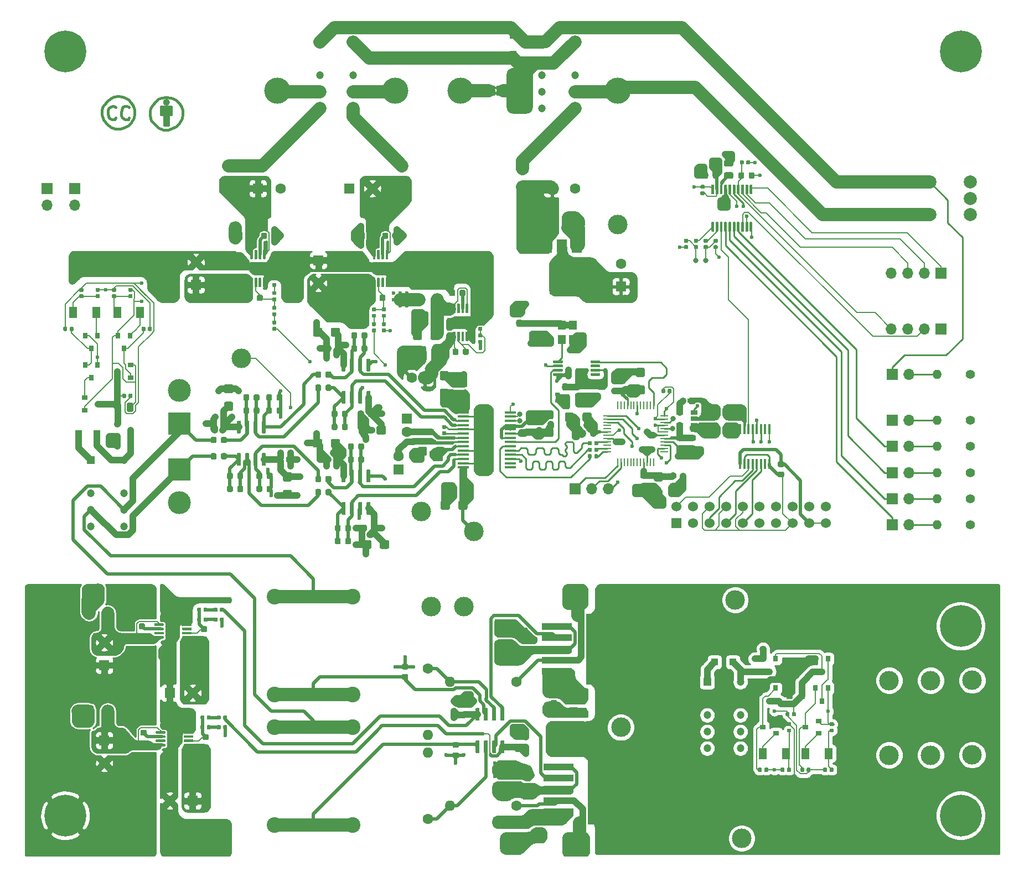
<source format=gbr>
G04 #@! TF.GenerationSoftware,KiCad,Pcbnew,(5.1.5)-3*
G04 #@! TF.CreationDate,2020-06-27T20:48:59+10:00*
G04 #@! TF.ProjectId,mainboard,6d61696e-626f-4617-9264-2e6b69636164,1.0.0*
G04 #@! TF.SameCoordinates,Original*
G04 #@! TF.FileFunction,Copper,L1,Top*
G04 #@! TF.FilePolarity,Positive*
%FSLAX46Y46*%
G04 Gerber Fmt 4.6, Leading zero omitted, Abs format (unit mm)*
G04 Created by KiCad (PCBNEW (5.1.5)-3) date 2020-06-27 20:48:59*
%MOMM*%
%LPD*%
G04 APERTURE LIST*
%ADD10C,0.381000*%
%ADD11C,0.100000*%
%ADD12R,1.200000X1.400000*%
%ADD13O,1.400000X1.400000*%
%ADD14C,1.400000*%
%ADD15R,1.200000X1.200000*%
%ADD16C,1.200000*%
%ADD17O,1.700000X1.700000*%
%ADD18R,1.700000X1.700000*%
%ADD19C,1.524000*%
%ADD20R,1.524000X1.524000*%
%ADD21C,2.000000*%
%ADD22C,3.000000*%
%ADD23R,1.100000X1.100000*%
%ADD24R,0.800000X0.900000*%
%ADD25R,0.900000X0.800000*%
%ADD26R,1.300000X1.700000*%
%ADD27C,0.800000*%
%ADD28C,6.400000*%
%ADD29C,4.000500*%
%ADD30C,0.500000*%
%ADD31R,1.880000X1.680000*%
%ADD32O,1.600000X1.600000*%
%ADD33C,1.600000*%
%ADD34R,1.600000X1.600000*%
%ADD35R,1.680000X1.880000*%
%ADD36R,1.750000X0.450000*%
%ADD37C,3.500120*%
%ADD38R,3.500120X3.500120*%
%ADD39R,1.060000X0.650000*%
%ADD40R,0.250000X1.300000*%
%ADD41R,1.300000X0.250000*%
%ADD42R,3.800000X2.000000*%
%ADD43R,1.500000X2.000000*%
%ADD44R,0.410000X1.600000*%
%ADD45R,9.400000X10.800000*%
%ADD46R,4.600000X1.100000*%
%ADD47R,1.000000X1.500000*%
%ADD48C,2.400000*%
%ADD49C,0.600000*%
%ADD50C,0.500000*%
%ADD51C,1.000000*%
%ADD52C,0.200000*%
%ADD53C,2.000000*%
%ADD54C,0.250000*%
%ADD55C,0.293370*%
%ADD56C,0.254000*%
G04 APERTURE END LIST*
D10*
X82599440Y-43599700D02*
X82000000Y-43500640D01*
X83000760Y-43698760D02*
X82599440Y-43599700D01*
X83501140Y-44001020D02*
X83000760Y-43698760D01*
X83998980Y-44498860D02*
X83501140Y-44001020D01*
X84301240Y-44999240D02*
X83998980Y-44498860D01*
X84499360Y-45601220D02*
X84301240Y-44999240D01*
X84499360Y-46200660D02*
X84499360Y-45601220D01*
X84400300Y-46800100D02*
X84499360Y-46200660D01*
X83998980Y-47501140D02*
X84400300Y-46800100D01*
X83501140Y-47998980D02*
X83998980Y-47501140D01*
X82899160Y-48301240D02*
X83501140Y-47998980D01*
X82299720Y-48499360D02*
X82899160Y-48301240D01*
X81499620Y-48499360D02*
X82299720Y-48499360D01*
X80801120Y-48199640D02*
X81499620Y-48499360D01*
X80300740Y-47800860D02*
X80801120Y-48199640D01*
X79698760Y-47099820D02*
X80300740Y-47800860D01*
X79500640Y-46299720D02*
X79698760Y-47099820D01*
X79500640Y-45700280D02*
X79500640Y-46299720D01*
X79599700Y-45199900D02*
X79500640Y-45700280D01*
X79800360Y-44801120D02*
X79599700Y-45199900D01*
X80300740Y-44199140D02*
X79800360Y-44801120D01*
X80801120Y-43800360D02*
X80300740Y-44199140D01*
X81298960Y-43599700D02*
X80801120Y-43800360D01*
X81900940Y-43500640D02*
X81298960Y-43599700D01*
X82000000Y-43500640D02*
X81900940Y-43500640D01*
X82315666Y-44300740D02*
G75*
G03X82315666Y-44300740I-315666J0D01*
G01*
X81199900Y-46200660D02*
X81199900Y-44999240D01*
X82701040Y-46200660D02*
X81199900Y-46200660D01*
X82701040Y-44999240D02*
X82701040Y-46200660D01*
X81199900Y-44999240D02*
X82701040Y-44999240D01*
X81700280Y-47800860D02*
X82200660Y-47800860D01*
X81700280Y-46299720D02*
X81700280Y-47800860D01*
X82299720Y-47800860D02*
X82299720Y-46200660D01*
X82099060Y-47800860D02*
X82299720Y-47800860D01*
X82000000Y-46299720D02*
X82000000Y-47600200D01*
X81199900Y-45900940D02*
X82500380Y-45900940D01*
X82500380Y-45601220D02*
X81298960Y-45601220D01*
X81298960Y-45298960D02*
X82599440Y-45298960D01*
X82000000Y-44100080D02*
X82000000Y-44498860D01*
X75249440Y-43499700D02*
X74650000Y-43400640D01*
X75650760Y-43598760D02*
X75249440Y-43499700D01*
X76151140Y-43901020D02*
X75650760Y-43598760D01*
X76648980Y-44398860D02*
X76151140Y-43901020D01*
X76951240Y-44899240D02*
X76648980Y-44398860D01*
X77149360Y-45501220D02*
X76951240Y-44899240D01*
X77149360Y-46100660D02*
X77149360Y-45501220D01*
X77050300Y-46700100D02*
X77149360Y-46100660D01*
X76648980Y-47401140D02*
X77050300Y-46700100D01*
X76151140Y-47898980D02*
X76648980Y-47401140D01*
X75549160Y-48201240D02*
X76151140Y-47898980D01*
X74949720Y-48399360D02*
X75549160Y-48201240D01*
X74149620Y-48399360D02*
X74949720Y-48399360D01*
X73451120Y-48099640D02*
X74149620Y-48399360D01*
X72950740Y-47700860D02*
X73451120Y-48099640D01*
X72348760Y-46999820D02*
X72950740Y-47700860D01*
X72150640Y-46199720D02*
X72348760Y-46999820D01*
X72150640Y-45600280D02*
X72150640Y-46199720D01*
X72249700Y-45099900D02*
X72150640Y-45600280D01*
X72450360Y-44701120D02*
X72249700Y-45099900D01*
X72950740Y-44099140D02*
X72450360Y-44701120D01*
X73451120Y-43700360D02*
X72950740Y-44099140D01*
X73948960Y-43499700D02*
X73451120Y-43700360D01*
X74550940Y-43400640D02*
X73948960Y-43499700D01*
X74650000Y-43400640D02*
X74550940Y-43400640D01*
X74050560Y-46900760D02*
X74251220Y-46700100D01*
X73649240Y-46900760D02*
X74050560Y-46900760D01*
X73349520Y-46799160D02*
X73649240Y-46900760D01*
X73148860Y-46499440D02*
X73349520Y-46799160D01*
X73049800Y-45999060D02*
X73148860Y-46499440D01*
X73049800Y-45600280D02*
X73049800Y-45999060D01*
X73148860Y-45198960D02*
X73049800Y-45600280D01*
X73451120Y-45000840D02*
X73148860Y-45198960D01*
X73849900Y-44899240D02*
X73451120Y-45000840D01*
X74149620Y-45000840D02*
X73849900Y-44899240D01*
X74251220Y-45099900D02*
X74149620Y-45000840D01*
X76151140Y-46900760D02*
X76250200Y-46700100D01*
X75848880Y-46900760D02*
X76151140Y-46900760D01*
X75650760Y-46900760D02*
X75848880Y-46900760D01*
X75249440Y-46700100D02*
X75650760Y-46900760D01*
X75048780Y-46298780D02*
X75249440Y-46700100D01*
X75048780Y-45900000D02*
X75048780Y-46298780D01*
X75150380Y-45399620D02*
X75048780Y-45900000D01*
X75351040Y-45000840D02*
X75150380Y-45399620D01*
X75650760Y-44899240D02*
X75351040Y-45000840D01*
X75950480Y-44899240D02*
X75650760Y-44899240D01*
X76151140Y-45000840D02*
X75950480Y-44899240D01*
X76250200Y-45099900D02*
X76151140Y-45000840D01*
D11*
G36*
X132100000Y-42700000D02*
G01*
X132600000Y-42700000D01*
X132600000Y-43100000D01*
X132100000Y-43100000D01*
X132100000Y-42700000D01*
G37*
G36*
X132100000Y-41900000D02*
G01*
X132600000Y-41900000D01*
X132600000Y-42300000D01*
X132100000Y-42300000D01*
X132100000Y-41900000D01*
G37*
D12*
X142500000Y-80600000D03*
X142500000Y-78400000D03*
X144200000Y-78400000D03*
X144200000Y-80600000D03*
D13*
X199920000Y-86000000D03*
D14*
X205000000Y-86000000D03*
D13*
X199920000Y-97000000D03*
D14*
X205000000Y-97000000D03*
D13*
X199920000Y-101000000D03*
D14*
X205000000Y-101000000D03*
D13*
X199920000Y-105000000D03*
D14*
X205000000Y-105000000D03*
D13*
X199920000Y-109000000D03*
D14*
X205000000Y-109000000D03*
D13*
X199920000Y-93000000D03*
D14*
X205000000Y-93000000D03*
D15*
X70460000Y-99050000D03*
D16*
X75540000Y-99050000D03*
X70460000Y-104130000D03*
X75540000Y-109210000D03*
X70460000Y-106670000D03*
X70460000Y-109210000D03*
X75540000Y-104130000D03*
X75540000Y-106670000D03*
D15*
X164710000Y-133050000D03*
D16*
X169790000Y-133050000D03*
X164710000Y-138130000D03*
X169790000Y-143210000D03*
X164710000Y-140670000D03*
X164710000Y-143210000D03*
X169790000Y-138130000D03*
X169790000Y-140670000D03*
D17*
X195540000Y-86000000D03*
D18*
X193000000Y-86000000D03*
D17*
X195540000Y-97000000D03*
D18*
X193000000Y-97000000D03*
D17*
X195540000Y-101000000D03*
D18*
X193000000Y-101000000D03*
D17*
X195540000Y-105000000D03*
D18*
X193000000Y-105000000D03*
D17*
X195540000Y-109000000D03*
D18*
X193000000Y-109000000D03*
D17*
X195540000Y-93000000D03*
D18*
X193000000Y-93000000D03*
D19*
X180320000Y-108750000D03*
X182860000Y-108750000D03*
X180320000Y-106210000D03*
X182860000Y-106210000D03*
X172700000Y-106210000D03*
X177780000Y-108750000D03*
X172700000Y-108750000D03*
X175240000Y-108750000D03*
X170160000Y-108750000D03*
X177780000Y-106210000D03*
X175240000Y-106210000D03*
X170160000Y-106210000D03*
X167620000Y-106210000D03*
X167620000Y-108750000D03*
X165080000Y-108750000D03*
X165080000Y-106210000D03*
X162540000Y-108750000D03*
X162540000Y-106210000D03*
X160000000Y-106210000D03*
D20*
X160000000Y-108750000D03*
G04 #@! TA.AperFunction,SMDPad,CuDef*
D11*
G36*
X146926958Y-98180710D02*
G01*
X146941276Y-98182834D01*
X146955317Y-98186351D01*
X146968946Y-98191228D01*
X146982031Y-98197417D01*
X146994447Y-98204858D01*
X147006073Y-98213481D01*
X147016798Y-98223202D01*
X147026519Y-98233927D01*
X147035142Y-98245553D01*
X147042583Y-98257969D01*
X147048772Y-98271054D01*
X147053649Y-98284683D01*
X147057166Y-98298724D01*
X147059290Y-98313042D01*
X147060000Y-98327500D01*
X147060000Y-98672500D01*
X147059290Y-98686958D01*
X147057166Y-98701276D01*
X147053649Y-98715317D01*
X147048772Y-98728946D01*
X147042583Y-98742031D01*
X147035142Y-98754447D01*
X147026519Y-98766073D01*
X147016798Y-98776798D01*
X147006073Y-98786519D01*
X146994447Y-98795142D01*
X146982031Y-98802583D01*
X146968946Y-98808772D01*
X146955317Y-98813649D01*
X146941276Y-98817166D01*
X146926958Y-98819290D01*
X146912500Y-98820000D01*
X146617500Y-98820000D01*
X146603042Y-98819290D01*
X146588724Y-98817166D01*
X146574683Y-98813649D01*
X146561054Y-98808772D01*
X146547969Y-98802583D01*
X146535553Y-98795142D01*
X146523927Y-98786519D01*
X146513202Y-98776798D01*
X146503481Y-98766073D01*
X146494858Y-98754447D01*
X146487417Y-98742031D01*
X146481228Y-98728946D01*
X146476351Y-98715317D01*
X146472834Y-98701276D01*
X146470710Y-98686958D01*
X146470000Y-98672500D01*
X146470000Y-98327500D01*
X146470710Y-98313042D01*
X146472834Y-98298724D01*
X146476351Y-98284683D01*
X146481228Y-98271054D01*
X146487417Y-98257969D01*
X146494858Y-98245553D01*
X146503481Y-98233927D01*
X146513202Y-98223202D01*
X146523927Y-98213481D01*
X146535553Y-98204858D01*
X146547969Y-98197417D01*
X146561054Y-98191228D01*
X146574683Y-98186351D01*
X146588724Y-98182834D01*
X146603042Y-98180710D01*
X146617500Y-98180000D01*
X146912500Y-98180000D01*
X146926958Y-98180710D01*
G37*
G04 #@! TD.AperFunction*
G04 #@! TA.AperFunction,SMDPad,CuDef*
G36*
X147896958Y-98180710D02*
G01*
X147911276Y-98182834D01*
X147925317Y-98186351D01*
X147938946Y-98191228D01*
X147952031Y-98197417D01*
X147964447Y-98204858D01*
X147976073Y-98213481D01*
X147986798Y-98223202D01*
X147996519Y-98233927D01*
X148005142Y-98245553D01*
X148012583Y-98257969D01*
X148018772Y-98271054D01*
X148023649Y-98284683D01*
X148027166Y-98298724D01*
X148029290Y-98313042D01*
X148030000Y-98327500D01*
X148030000Y-98672500D01*
X148029290Y-98686958D01*
X148027166Y-98701276D01*
X148023649Y-98715317D01*
X148018772Y-98728946D01*
X148012583Y-98742031D01*
X148005142Y-98754447D01*
X147996519Y-98766073D01*
X147986798Y-98776798D01*
X147976073Y-98786519D01*
X147964447Y-98795142D01*
X147952031Y-98802583D01*
X147938946Y-98808772D01*
X147925317Y-98813649D01*
X147911276Y-98817166D01*
X147896958Y-98819290D01*
X147882500Y-98820000D01*
X147587500Y-98820000D01*
X147573042Y-98819290D01*
X147558724Y-98817166D01*
X147544683Y-98813649D01*
X147531054Y-98808772D01*
X147517969Y-98802583D01*
X147505553Y-98795142D01*
X147493927Y-98786519D01*
X147483202Y-98776798D01*
X147473481Y-98766073D01*
X147464858Y-98754447D01*
X147457417Y-98742031D01*
X147451228Y-98728946D01*
X147446351Y-98715317D01*
X147442834Y-98701276D01*
X147440710Y-98686958D01*
X147440000Y-98672500D01*
X147440000Y-98327500D01*
X147440710Y-98313042D01*
X147442834Y-98298724D01*
X147446351Y-98284683D01*
X147451228Y-98271054D01*
X147457417Y-98257969D01*
X147464858Y-98245553D01*
X147473481Y-98233927D01*
X147483202Y-98223202D01*
X147493927Y-98213481D01*
X147505553Y-98204858D01*
X147517969Y-98197417D01*
X147531054Y-98191228D01*
X147544683Y-98186351D01*
X147558724Y-98182834D01*
X147573042Y-98180710D01*
X147587500Y-98180000D01*
X147882500Y-98180000D01*
X147896958Y-98180710D01*
G37*
G04 #@! TD.AperFunction*
G04 #@! TA.AperFunction,SMDPad,CuDef*
G36*
X146941958Y-97180710D02*
G01*
X146956276Y-97182834D01*
X146970317Y-97186351D01*
X146983946Y-97191228D01*
X146997031Y-97197417D01*
X147009447Y-97204858D01*
X147021073Y-97213481D01*
X147031798Y-97223202D01*
X147041519Y-97233927D01*
X147050142Y-97245553D01*
X147057583Y-97257969D01*
X147063772Y-97271054D01*
X147068649Y-97284683D01*
X147072166Y-97298724D01*
X147074290Y-97313042D01*
X147075000Y-97327500D01*
X147075000Y-97672500D01*
X147074290Y-97686958D01*
X147072166Y-97701276D01*
X147068649Y-97715317D01*
X147063772Y-97728946D01*
X147057583Y-97742031D01*
X147050142Y-97754447D01*
X147041519Y-97766073D01*
X147031798Y-97776798D01*
X147021073Y-97786519D01*
X147009447Y-97795142D01*
X146997031Y-97802583D01*
X146983946Y-97808772D01*
X146970317Y-97813649D01*
X146956276Y-97817166D01*
X146941958Y-97819290D01*
X146927500Y-97820000D01*
X146632500Y-97820000D01*
X146618042Y-97819290D01*
X146603724Y-97817166D01*
X146589683Y-97813649D01*
X146576054Y-97808772D01*
X146562969Y-97802583D01*
X146550553Y-97795142D01*
X146538927Y-97786519D01*
X146528202Y-97776798D01*
X146518481Y-97766073D01*
X146509858Y-97754447D01*
X146502417Y-97742031D01*
X146496228Y-97728946D01*
X146491351Y-97715317D01*
X146487834Y-97701276D01*
X146485710Y-97686958D01*
X146485000Y-97672500D01*
X146485000Y-97327500D01*
X146485710Y-97313042D01*
X146487834Y-97298724D01*
X146491351Y-97284683D01*
X146496228Y-97271054D01*
X146502417Y-97257969D01*
X146509858Y-97245553D01*
X146518481Y-97233927D01*
X146528202Y-97223202D01*
X146538927Y-97213481D01*
X146550553Y-97204858D01*
X146562969Y-97197417D01*
X146576054Y-97191228D01*
X146589683Y-97186351D01*
X146603724Y-97182834D01*
X146618042Y-97180710D01*
X146632500Y-97180000D01*
X146927500Y-97180000D01*
X146941958Y-97180710D01*
G37*
G04 #@! TD.AperFunction*
G04 #@! TA.AperFunction,SMDPad,CuDef*
G36*
X147911958Y-97180710D02*
G01*
X147926276Y-97182834D01*
X147940317Y-97186351D01*
X147953946Y-97191228D01*
X147967031Y-97197417D01*
X147979447Y-97204858D01*
X147991073Y-97213481D01*
X148001798Y-97223202D01*
X148011519Y-97233927D01*
X148020142Y-97245553D01*
X148027583Y-97257969D01*
X148033772Y-97271054D01*
X148038649Y-97284683D01*
X148042166Y-97298724D01*
X148044290Y-97313042D01*
X148045000Y-97327500D01*
X148045000Y-97672500D01*
X148044290Y-97686958D01*
X148042166Y-97701276D01*
X148038649Y-97715317D01*
X148033772Y-97728946D01*
X148027583Y-97742031D01*
X148020142Y-97754447D01*
X148011519Y-97766073D01*
X148001798Y-97776798D01*
X147991073Y-97786519D01*
X147979447Y-97795142D01*
X147967031Y-97802583D01*
X147953946Y-97808772D01*
X147940317Y-97813649D01*
X147926276Y-97817166D01*
X147911958Y-97819290D01*
X147897500Y-97820000D01*
X147602500Y-97820000D01*
X147588042Y-97819290D01*
X147573724Y-97817166D01*
X147559683Y-97813649D01*
X147546054Y-97808772D01*
X147532969Y-97802583D01*
X147520553Y-97795142D01*
X147508927Y-97786519D01*
X147498202Y-97776798D01*
X147488481Y-97766073D01*
X147479858Y-97754447D01*
X147472417Y-97742031D01*
X147466228Y-97728946D01*
X147461351Y-97715317D01*
X147457834Y-97701276D01*
X147455710Y-97686958D01*
X147455000Y-97672500D01*
X147455000Y-97327500D01*
X147455710Y-97313042D01*
X147457834Y-97298724D01*
X147461351Y-97284683D01*
X147466228Y-97271054D01*
X147472417Y-97257969D01*
X147479858Y-97245553D01*
X147488481Y-97233927D01*
X147498202Y-97223202D01*
X147508927Y-97213481D01*
X147520553Y-97204858D01*
X147532969Y-97197417D01*
X147546054Y-97191228D01*
X147559683Y-97186351D01*
X147573724Y-97182834D01*
X147588042Y-97180710D01*
X147602500Y-97180000D01*
X147897500Y-97180000D01*
X147911958Y-97180710D01*
G37*
G04 #@! TD.AperFunction*
G04 #@! TA.AperFunction,SMDPad,CuDef*
G36*
X146926958Y-96180710D02*
G01*
X146941276Y-96182834D01*
X146955317Y-96186351D01*
X146968946Y-96191228D01*
X146982031Y-96197417D01*
X146994447Y-96204858D01*
X147006073Y-96213481D01*
X147016798Y-96223202D01*
X147026519Y-96233927D01*
X147035142Y-96245553D01*
X147042583Y-96257969D01*
X147048772Y-96271054D01*
X147053649Y-96284683D01*
X147057166Y-96298724D01*
X147059290Y-96313042D01*
X147060000Y-96327500D01*
X147060000Y-96672500D01*
X147059290Y-96686958D01*
X147057166Y-96701276D01*
X147053649Y-96715317D01*
X147048772Y-96728946D01*
X147042583Y-96742031D01*
X147035142Y-96754447D01*
X147026519Y-96766073D01*
X147016798Y-96776798D01*
X147006073Y-96786519D01*
X146994447Y-96795142D01*
X146982031Y-96802583D01*
X146968946Y-96808772D01*
X146955317Y-96813649D01*
X146941276Y-96817166D01*
X146926958Y-96819290D01*
X146912500Y-96820000D01*
X146617500Y-96820000D01*
X146603042Y-96819290D01*
X146588724Y-96817166D01*
X146574683Y-96813649D01*
X146561054Y-96808772D01*
X146547969Y-96802583D01*
X146535553Y-96795142D01*
X146523927Y-96786519D01*
X146513202Y-96776798D01*
X146503481Y-96766073D01*
X146494858Y-96754447D01*
X146487417Y-96742031D01*
X146481228Y-96728946D01*
X146476351Y-96715317D01*
X146472834Y-96701276D01*
X146470710Y-96686958D01*
X146470000Y-96672500D01*
X146470000Y-96327500D01*
X146470710Y-96313042D01*
X146472834Y-96298724D01*
X146476351Y-96284683D01*
X146481228Y-96271054D01*
X146487417Y-96257969D01*
X146494858Y-96245553D01*
X146503481Y-96233927D01*
X146513202Y-96223202D01*
X146523927Y-96213481D01*
X146535553Y-96204858D01*
X146547969Y-96197417D01*
X146561054Y-96191228D01*
X146574683Y-96186351D01*
X146588724Y-96182834D01*
X146603042Y-96180710D01*
X146617500Y-96180000D01*
X146912500Y-96180000D01*
X146926958Y-96180710D01*
G37*
G04 #@! TD.AperFunction*
G04 #@! TA.AperFunction,SMDPad,CuDef*
G36*
X147896958Y-96180710D02*
G01*
X147911276Y-96182834D01*
X147925317Y-96186351D01*
X147938946Y-96191228D01*
X147952031Y-96197417D01*
X147964447Y-96204858D01*
X147976073Y-96213481D01*
X147986798Y-96223202D01*
X147996519Y-96233927D01*
X148005142Y-96245553D01*
X148012583Y-96257969D01*
X148018772Y-96271054D01*
X148023649Y-96284683D01*
X148027166Y-96298724D01*
X148029290Y-96313042D01*
X148030000Y-96327500D01*
X148030000Y-96672500D01*
X148029290Y-96686958D01*
X148027166Y-96701276D01*
X148023649Y-96715317D01*
X148018772Y-96728946D01*
X148012583Y-96742031D01*
X148005142Y-96754447D01*
X147996519Y-96766073D01*
X147986798Y-96776798D01*
X147976073Y-96786519D01*
X147964447Y-96795142D01*
X147952031Y-96802583D01*
X147938946Y-96808772D01*
X147925317Y-96813649D01*
X147911276Y-96817166D01*
X147896958Y-96819290D01*
X147882500Y-96820000D01*
X147587500Y-96820000D01*
X147573042Y-96819290D01*
X147558724Y-96817166D01*
X147544683Y-96813649D01*
X147531054Y-96808772D01*
X147517969Y-96802583D01*
X147505553Y-96795142D01*
X147493927Y-96786519D01*
X147483202Y-96776798D01*
X147473481Y-96766073D01*
X147464858Y-96754447D01*
X147457417Y-96742031D01*
X147451228Y-96728946D01*
X147446351Y-96715317D01*
X147442834Y-96701276D01*
X147440710Y-96686958D01*
X147440000Y-96672500D01*
X147440000Y-96327500D01*
X147440710Y-96313042D01*
X147442834Y-96298724D01*
X147446351Y-96284683D01*
X147451228Y-96271054D01*
X147457417Y-96257969D01*
X147464858Y-96245553D01*
X147473481Y-96233927D01*
X147483202Y-96223202D01*
X147493927Y-96213481D01*
X147505553Y-96204858D01*
X147517969Y-96197417D01*
X147531054Y-96191228D01*
X147544683Y-96186351D01*
X147558724Y-96182834D01*
X147573042Y-96180710D01*
X147587500Y-96180000D01*
X147882500Y-96180000D01*
X147896958Y-96180710D01*
G37*
G04 #@! TD.AperFunction*
D15*
X139460000Y-35050000D03*
D16*
X144540000Y-35050000D03*
X139460000Y-40130000D03*
X144540000Y-45210000D03*
X139460000Y-42670000D03*
X139460000Y-45210000D03*
X144540000Y-40130000D03*
X144540000Y-42670000D03*
D15*
X105460000Y-35050000D03*
D16*
X110540000Y-35050000D03*
X105460000Y-40130000D03*
X110540000Y-45210000D03*
X105460000Y-42670000D03*
X105460000Y-45210000D03*
X110540000Y-40130000D03*
X110540000Y-42670000D03*
D21*
X198750000Y-56500000D03*
X205000000Y-56500000D03*
X205000000Y-59000000D03*
X198750000Y-61500000D03*
X205000000Y-61500000D03*
D22*
X192550000Y-144255000D03*
X198900000Y-144255000D03*
X205250000Y-144230000D03*
X192550000Y-132825000D03*
X198900000Y-132825000D03*
X205250000Y-132800000D03*
D17*
X68000000Y-60040000D03*
D18*
X68000000Y-57500000D03*
D23*
X135000000Y-36900000D03*
X135000000Y-34100000D03*
D24*
X70500000Y-86500000D03*
X69550000Y-84500000D03*
X71450000Y-84500000D03*
D17*
X63750000Y-60040000D03*
D18*
X63750000Y-57500000D03*
G04 #@! TA.AperFunction,SMDPad,CuDef*
D11*
G36*
X178146958Y-137680710D02*
G01*
X178161276Y-137682834D01*
X178175317Y-137686351D01*
X178188946Y-137691228D01*
X178202031Y-137697417D01*
X178214447Y-137704858D01*
X178226073Y-137713481D01*
X178236798Y-137723202D01*
X178246519Y-137733927D01*
X178255142Y-137745553D01*
X178262583Y-137757969D01*
X178268772Y-137771054D01*
X178273649Y-137784683D01*
X178277166Y-137798724D01*
X178279290Y-137813042D01*
X178280000Y-137827500D01*
X178280000Y-138172500D01*
X178279290Y-138186958D01*
X178277166Y-138201276D01*
X178273649Y-138215317D01*
X178268772Y-138228946D01*
X178262583Y-138242031D01*
X178255142Y-138254447D01*
X178246519Y-138266073D01*
X178236798Y-138276798D01*
X178226073Y-138286519D01*
X178214447Y-138295142D01*
X178202031Y-138302583D01*
X178188946Y-138308772D01*
X178175317Y-138313649D01*
X178161276Y-138317166D01*
X178146958Y-138319290D01*
X178132500Y-138320000D01*
X177837500Y-138320000D01*
X177823042Y-138319290D01*
X177808724Y-138317166D01*
X177794683Y-138313649D01*
X177781054Y-138308772D01*
X177767969Y-138302583D01*
X177755553Y-138295142D01*
X177743927Y-138286519D01*
X177733202Y-138276798D01*
X177723481Y-138266073D01*
X177714858Y-138254447D01*
X177707417Y-138242031D01*
X177701228Y-138228946D01*
X177696351Y-138215317D01*
X177692834Y-138201276D01*
X177690710Y-138186958D01*
X177690000Y-138172500D01*
X177690000Y-137827500D01*
X177690710Y-137813042D01*
X177692834Y-137798724D01*
X177696351Y-137784683D01*
X177701228Y-137771054D01*
X177707417Y-137757969D01*
X177714858Y-137745553D01*
X177723481Y-137733927D01*
X177733202Y-137723202D01*
X177743927Y-137713481D01*
X177755553Y-137704858D01*
X177767969Y-137697417D01*
X177781054Y-137691228D01*
X177794683Y-137686351D01*
X177808724Y-137682834D01*
X177823042Y-137680710D01*
X177837500Y-137680000D01*
X178132500Y-137680000D01*
X178146958Y-137680710D01*
G37*
G04 #@! TD.AperFunction*
G04 #@! TA.AperFunction,SMDPad,CuDef*
G36*
X177176958Y-137680710D02*
G01*
X177191276Y-137682834D01*
X177205317Y-137686351D01*
X177218946Y-137691228D01*
X177232031Y-137697417D01*
X177244447Y-137704858D01*
X177256073Y-137713481D01*
X177266798Y-137723202D01*
X177276519Y-137733927D01*
X177285142Y-137745553D01*
X177292583Y-137757969D01*
X177298772Y-137771054D01*
X177303649Y-137784683D01*
X177307166Y-137798724D01*
X177309290Y-137813042D01*
X177310000Y-137827500D01*
X177310000Y-138172500D01*
X177309290Y-138186958D01*
X177307166Y-138201276D01*
X177303649Y-138215317D01*
X177298772Y-138228946D01*
X177292583Y-138242031D01*
X177285142Y-138254447D01*
X177276519Y-138266073D01*
X177266798Y-138276798D01*
X177256073Y-138286519D01*
X177244447Y-138295142D01*
X177232031Y-138302583D01*
X177218946Y-138308772D01*
X177205317Y-138313649D01*
X177191276Y-138317166D01*
X177176958Y-138319290D01*
X177162500Y-138320000D01*
X176867500Y-138320000D01*
X176853042Y-138319290D01*
X176838724Y-138317166D01*
X176824683Y-138313649D01*
X176811054Y-138308772D01*
X176797969Y-138302583D01*
X176785553Y-138295142D01*
X176773927Y-138286519D01*
X176763202Y-138276798D01*
X176753481Y-138266073D01*
X176744858Y-138254447D01*
X176737417Y-138242031D01*
X176731228Y-138228946D01*
X176726351Y-138215317D01*
X176722834Y-138201276D01*
X176720710Y-138186958D01*
X176720000Y-138172500D01*
X176720000Y-137827500D01*
X176720710Y-137813042D01*
X176722834Y-137798724D01*
X176726351Y-137784683D01*
X176731228Y-137771054D01*
X176737417Y-137757969D01*
X176744858Y-137745553D01*
X176753481Y-137733927D01*
X176763202Y-137723202D01*
X176773927Y-137713481D01*
X176785553Y-137704858D01*
X176797969Y-137697417D01*
X176811054Y-137691228D01*
X176824683Y-137686351D01*
X176838724Y-137682834D01*
X176853042Y-137680710D01*
X176867500Y-137680000D01*
X177162500Y-137680000D01*
X177176958Y-137680710D01*
G37*
G04 #@! TD.AperFunction*
D25*
X181750000Y-140950000D03*
X181750000Y-139050000D03*
X179750000Y-140000000D03*
D26*
X183250000Y-144000000D03*
X179750000Y-144000000D03*
G04 #@! TA.AperFunction,SMDPad,CuDef*
D11*
G36*
X76661958Y-88930710D02*
G01*
X76676276Y-88932834D01*
X76690317Y-88936351D01*
X76703946Y-88941228D01*
X76717031Y-88947417D01*
X76729447Y-88954858D01*
X76741073Y-88963481D01*
X76751798Y-88973202D01*
X76761519Y-88983927D01*
X76770142Y-88995553D01*
X76777583Y-89007969D01*
X76783772Y-89021054D01*
X76788649Y-89034683D01*
X76792166Y-89048724D01*
X76794290Y-89063042D01*
X76795000Y-89077500D01*
X76795000Y-89422500D01*
X76794290Y-89436958D01*
X76792166Y-89451276D01*
X76788649Y-89465317D01*
X76783772Y-89478946D01*
X76777583Y-89492031D01*
X76770142Y-89504447D01*
X76761519Y-89516073D01*
X76751798Y-89526798D01*
X76741073Y-89536519D01*
X76729447Y-89545142D01*
X76717031Y-89552583D01*
X76703946Y-89558772D01*
X76690317Y-89563649D01*
X76676276Y-89567166D01*
X76661958Y-89569290D01*
X76647500Y-89570000D01*
X76352500Y-89570000D01*
X76338042Y-89569290D01*
X76323724Y-89567166D01*
X76309683Y-89563649D01*
X76296054Y-89558772D01*
X76282969Y-89552583D01*
X76270553Y-89545142D01*
X76258927Y-89536519D01*
X76248202Y-89526798D01*
X76238481Y-89516073D01*
X76229858Y-89504447D01*
X76222417Y-89492031D01*
X76216228Y-89478946D01*
X76211351Y-89465317D01*
X76207834Y-89451276D01*
X76205710Y-89436958D01*
X76205000Y-89422500D01*
X76205000Y-89077500D01*
X76205710Y-89063042D01*
X76207834Y-89048724D01*
X76211351Y-89034683D01*
X76216228Y-89021054D01*
X76222417Y-89007969D01*
X76229858Y-88995553D01*
X76238481Y-88983927D01*
X76248202Y-88973202D01*
X76258927Y-88963481D01*
X76270553Y-88954858D01*
X76282969Y-88947417D01*
X76296054Y-88941228D01*
X76309683Y-88936351D01*
X76323724Y-88932834D01*
X76338042Y-88930710D01*
X76352500Y-88930000D01*
X76647500Y-88930000D01*
X76661958Y-88930710D01*
G37*
G04 #@! TD.AperFunction*
G04 #@! TA.AperFunction,SMDPad,CuDef*
G36*
X75691958Y-88930710D02*
G01*
X75706276Y-88932834D01*
X75720317Y-88936351D01*
X75733946Y-88941228D01*
X75747031Y-88947417D01*
X75759447Y-88954858D01*
X75771073Y-88963481D01*
X75781798Y-88973202D01*
X75791519Y-88983927D01*
X75800142Y-88995553D01*
X75807583Y-89007969D01*
X75813772Y-89021054D01*
X75818649Y-89034683D01*
X75822166Y-89048724D01*
X75824290Y-89063042D01*
X75825000Y-89077500D01*
X75825000Y-89422500D01*
X75824290Y-89436958D01*
X75822166Y-89451276D01*
X75818649Y-89465317D01*
X75813772Y-89478946D01*
X75807583Y-89492031D01*
X75800142Y-89504447D01*
X75791519Y-89516073D01*
X75781798Y-89526798D01*
X75771073Y-89536519D01*
X75759447Y-89545142D01*
X75747031Y-89552583D01*
X75733946Y-89558772D01*
X75720317Y-89563649D01*
X75706276Y-89567166D01*
X75691958Y-89569290D01*
X75677500Y-89570000D01*
X75382500Y-89570000D01*
X75368042Y-89569290D01*
X75353724Y-89567166D01*
X75339683Y-89563649D01*
X75326054Y-89558772D01*
X75312969Y-89552583D01*
X75300553Y-89545142D01*
X75288927Y-89536519D01*
X75278202Y-89526798D01*
X75268481Y-89516073D01*
X75259858Y-89504447D01*
X75252417Y-89492031D01*
X75246228Y-89478946D01*
X75241351Y-89465317D01*
X75237834Y-89451276D01*
X75235710Y-89436958D01*
X75235000Y-89422500D01*
X75235000Y-89077500D01*
X75235710Y-89063042D01*
X75237834Y-89048724D01*
X75241351Y-89034683D01*
X75246228Y-89021054D01*
X75252417Y-89007969D01*
X75259858Y-88995553D01*
X75268481Y-88983927D01*
X75278202Y-88973202D01*
X75288927Y-88963481D01*
X75300553Y-88954858D01*
X75312969Y-88947417D01*
X75326054Y-88941228D01*
X75339683Y-88936351D01*
X75353724Y-88932834D01*
X75368042Y-88930710D01*
X75382500Y-88930000D01*
X75677500Y-88930000D01*
X75691958Y-88930710D01*
G37*
G04 #@! TD.AperFunction*
G04 #@! TA.AperFunction,SMDPad,CuDef*
G36*
X78661958Y-78680710D02*
G01*
X78676276Y-78682834D01*
X78690317Y-78686351D01*
X78703946Y-78691228D01*
X78717031Y-78697417D01*
X78729447Y-78704858D01*
X78741073Y-78713481D01*
X78751798Y-78723202D01*
X78761519Y-78733927D01*
X78770142Y-78745553D01*
X78777583Y-78757969D01*
X78783772Y-78771054D01*
X78788649Y-78784683D01*
X78792166Y-78798724D01*
X78794290Y-78813042D01*
X78795000Y-78827500D01*
X78795000Y-79172500D01*
X78794290Y-79186958D01*
X78792166Y-79201276D01*
X78788649Y-79215317D01*
X78783772Y-79228946D01*
X78777583Y-79242031D01*
X78770142Y-79254447D01*
X78761519Y-79266073D01*
X78751798Y-79276798D01*
X78741073Y-79286519D01*
X78729447Y-79295142D01*
X78717031Y-79302583D01*
X78703946Y-79308772D01*
X78690317Y-79313649D01*
X78676276Y-79317166D01*
X78661958Y-79319290D01*
X78647500Y-79320000D01*
X78352500Y-79320000D01*
X78338042Y-79319290D01*
X78323724Y-79317166D01*
X78309683Y-79313649D01*
X78296054Y-79308772D01*
X78282969Y-79302583D01*
X78270553Y-79295142D01*
X78258927Y-79286519D01*
X78248202Y-79276798D01*
X78238481Y-79266073D01*
X78229858Y-79254447D01*
X78222417Y-79242031D01*
X78216228Y-79228946D01*
X78211351Y-79215317D01*
X78207834Y-79201276D01*
X78205710Y-79186958D01*
X78205000Y-79172500D01*
X78205000Y-78827500D01*
X78205710Y-78813042D01*
X78207834Y-78798724D01*
X78211351Y-78784683D01*
X78216228Y-78771054D01*
X78222417Y-78757969D01*
X78229858Y-78745553D01*
X78238481Y-78733927D01*
X78248202Y-78723202D01*
X78258927Y-78713481D01*
X78270553Y-78704858D01*
X78282969Y-78697417D01*
X78296054Y-78691228D01*
X78309683Y-78686351D01*
X78323724Y-78682834D01*
X78338042Y-78680710D01*
X78352500Y-78680000D01*
X78647500Y-78680000D01*
X78661958Y-78680710D01*
G37*
G04 #@! TD.AperFunction*
G04 #@! TA.AperFunction,SMDPad,CuDef*
G36*
X79631958Y-78680710D02*
G01*
X79646276Y-78682834D01*
X79660317Y-78686351D01*
X79673946Y-78691228D01*
X79687031Y-78697417D01*
X79699447Y-78704858D01*
X79711073Y-78713481D01*
X79721798Y-78723202D01*
X79731519Y-78733927D01*
X79740142Y-78745553D01*
X79747583Y-78757969D01*
X79753772Y-78771054D01*
X79758649Y-78784683D01*
X79762166Y-78798724D01*
X79764290Y-78813042D01*
X79765000Y-78827500D01*
X79765000Y-79172500D01*
X79764290Y-79186958D01*
X79762166Y-79201276D01*
X79758649Y-79215317D01*
X79753772Y-79228946D01*
X79747583Y-79242031D01*
X79740142Y-79254447D01*
X79731519Y-79266073D01*
X79721798Y-79276798D01*
X79711073Y-79286519D01*
X79699447Y-79295142D01*
X79687031Y-79302583D01*
X79673946Y-79308772D01*
X79660317Y-79313649D01*
X79646276Y-79317166D01*
X79631958Y-79319290D01*
X79617500Y-79320000D01*
X79322500Y-79320000D01*
X79308042Y-79319290D01*
X79293724Y-79317166D01*
X79279683Y-79313649D01*
X79266054Y-79308772D01*
X79252969Y-79302583D01*
X79240553Y-79295142D01*
X79228927Y-79286519D01*
X79218202Y-79276798D01*
X79208481Y-79266073D01*
X79199858Y-79254447D01*
X79192417Y-79242031D01*
X79186228Y-79228946D01*
X79181351Y-79215317D01*
X79177834Y-79201276D01*
X79175710Y-79186958D01*
X79175000Y-79172500D01*
X79175000Y-78827500D01*
X79175710Y-78813042D01*
X79177834Y-78798724D01*
X79181351Y-78784683D01*
X79186228Y-78771054D01*
X79192417Y-78757969D01*
X79199858Y-78745553D01*
X79208481Y-78733927D01*
X79218202Y-78723202D01*
X79228927Y-78713481D01*
X79240553Y-78704858D01*
X79252969Y-78697417D01*
X79266054Y-78691228D01*
X79279683Y-78686351D01*
X79293724Y-78682834D01*
X79308042Y-78680710D01*
X79322500Y-78680000D01*
X79617500Y-78680000D01*
X79631958Y-78680710D01*
G37*
G04 #@! TD.AperFunction*
G04 #@! TA.AperFunction,SMDPad,CuDef*
G36*
X67661958Y-78680710D02*
G01*
X67676276Y-78682834D01*
X67690317Y-78686351D01*
X67703946Y-78691228D01*
X67717031Y-78697417D01*
X67729447Y-78704858D01*
X67741073Y-78713481D01*
X67751798Y-78723202D01*
X67761519Y-78733927D01*
X67770142Y-78745553D01*
X67777583Y-78757969D01*
X67783772Y-78771054D01*
X67788649Y-78784683D01*
X67792166Y-78798724D01*
X67794290Y-78813042D01*
X67795000Y-78827500D01*
X67795000Y-79172500D01*
X67794290Y-79186958D01*
X67792166Y-79201276D01*
X67788649Y-79215317D01*
X67783772Y-79228946D01*
X67777583Y-79242031D01*
X67770142Y-79254447D01*
X67761519Y-79266073D01*
X67751798Y-79276798D01*
X67741073Y-79286519D01*
X67729447Y-79295142D01*
X67717031Y-79302583D01*
X67703946Y-79308772D01*
X67690317Y-79313649D01*
X67676276Y-79317166D01*
X67661958Y-79319290D01*
X67647500Y-79320000D01*
X67352500Y-79320000D01*
X67338042Y-79319290D01*
X67323724Y-79317166D01*
X67309683Y-79313649D01*
X67296054Y-79308772D01*
X67282969Y-79302583D01*
X67270553Y-79295142D01*
X67258927Y-79286519D01*
X67248202Y-79276798D01*
X67238481Y-79266073D01*
X67229858Y-79254447D01*
X67222417Y-79242031D01*
X67216228Y-79228946D01*
X67211351Y-79215317D01*
X67207834Y-79201276D01*
X67205710Y-79186958D01*
X67205000Y-79172500D01*
X67205000Y-78827500D01*
X67205710Y-78813042D01*
X67207834Y-78798724D01*
X67211351Y-78784683D01*
X67216228Y-78771054D01*
X67222417Y-78757969D01*
X67229858Y-78745553D01*
X67238481Y-78733927D01*
X67248202Y-78723202D01*
X67258927Y-78713481D01*
X67270553Y-78704858D01*
X67282969Y-78697417D01*
X67296054Y-78691228D01*
X67309683Y-78686351D01*
X67323724Y-78682834D01*
X67338042Y-78680710D01*
X67352500Y-78680000D01*
X67647500Y-78680000D01*
X67661958Y-78680710D01*
G37*
G04 #@! TD.AperFunction*
G04 #@! TA.AperFunction,SMDPad,CuDef*
G36*
X66691958Y-78680710D02*
G01*
X66706276Y-78682834D01*
X66720317Y-78686351D01*
X66733946Y-78691228D01*
X66747031Y-78697417D01*
X66759447Y-78704858D01*
X66771073Y-78713481D01*
X66781798Y-78723202D01*
X66791519Y-78733927D01*
X66800142Y-78745553D01*
X66807583Y-78757969D01*
X66813772Y-78771054D01*
X66818649Y-78784683D01*
X66822166Y-78798724D01*
X66824290Y-78813042D01*
X66825000Y-78827500D01*
X66825000Y-79172500D01*
X66824290Y-79186958D01*
X66822166Y-79201276D01*
X66818649Y-79215317D01*
X66813772Y-79228946D01*
X66807583Y-79242031D01*
X66800142Y-79254447D01*
X66791519Y-79266073D01*
X66781798Y-79276798D01*
X66771073Y-79286519D01*
X66759447Y-79295142D01*
X66747031Y-79302583D01*
X66733946Y-79308772D01*
X66720317Y-79313649D01*
X66706276Y-79317166D01*
X66691958Y-79319290D01*
X66677500Y-79320000D01*
X66382500Y-79320000D01*
X66368042Y-79319290D01*
X66353724Y-79317166D01*
X66339683Y-79313649D01*
X66326054Y-79308772D01*
X66312969Y-79302583D01*
X66300553Y-79295142D01*
X66288927Y-79286519D01*
X66278202Y-79276798D01*
X66268481Y-79266073D01*
X66259858Y-79254447D01*
X66252417Y-79242031D01*
X66246228Y-79228946D01*
X66241351Y-79215317D01*
X66237834Y-79201276D01*
X66235710Y-79186958D01*
X66235000Y-79172500D01*
X66235000Y-78827500D01*
X66235710Y-78813042D01*
X66237834Y-78798724D01*
X66241351Y-78784683D01*
X66246228Y-78771054D01*
X66252417Y-78757969D01*
X66259858Y-78745553D01*
X66268481Y-78733927D01*
X66278202Y-78723202D01*
X66288927Y-78713481D01*
X66300553Y-78704858D01*
X66312969Y-78697417D01*
X66326054Y-78691228D01*
X66339683Y-78686351D01*
X66353724Y-78682834D01*
X66368042Y-78680710D01*
X66382500Y-78680000D01*
X66677500Y-78680000D01*
X66691958Y-78680710D01*
G37*
G04 #@! TD.AperFunction*
G04 #@! TA.AperFunction,SMDPad,CuDef*
G36*
X173896958Y-146180710D02*
G01*
X173911276Y-146182834D01*
X173925317Y-146186351D01*
X173938946Y-146191228D01*
X173952031Y-146197417D01*
X173964447Y-146204858D01*
X173976073Y-146213481D01*
X173986798Y-146223202D01*
X173996519Y-146233927D01*
X174005142Y-146245553D01*
X174012583Y-146257969D01*
X174018772Y-146271054D01*
X174023649Y-146284683D01*
X174027166Y-146298724D01*
X174029290Y-146313042D01*
X174030000Y-146327500D01*
X174030000Y-146672500D01*
X174029290Y-146686958D01*
X174027166Y-146701276D01*
X174023649Y-146715317D01*
X174018772Y-146728946D01*
X174012583Y-146742031D01*
X174005142Y-146754447D01*
X173996519Y-146766073D01*
X173986798Y-146776798D01*
X173976073Y-146786519D01*
X173964447Y-146795142D01*
X173952031Y-146802583D01*
X173938946Y-146808772D01*
X173925317Y-146813649D01*
X173911276Y-146817166D01*
X173896958Y-146819290D01*
X173882500Y-146820000D01*
X173587500Y-146820000D01*
X173573042Y-146819290D01*
X173558724Y-146817166D01*
X173544683Y-146813649D01*
X173531054Y-146808772D01*
X173517969Y-146802583D01*
X173505553Y-146795142D01*
X173493927Y-146786519D01*
X173483202Y-146776798D01*
X173473481Y-146766073D01*
X173464858Y-146754447D01*
X173457417Y-146742031D01*
X173451228Y-146728946D01*
X173446351Y-146715317D01*
X173442834Y-146701276D01*
X173440710Y-146686958D01*
X173440000Y-146672500D01*
X173440000Y-146327500D01*
X173440710Y-146313042D01*
X173442834Y-146298724D01*
X173446351Y-146284683D01*
X173451228Y-146271054D01*
X173457417Y-146257969D01*
X173464858Y-146245553D01*
X173473481Y-146233927D01*
X173483202Y-146223202D01*
X173493927Y-146213481D01*
X173505553Y-146204858D01*
X173517969Y-146197417D01*
X173531054Y-146191228D01*
X173544683Y-146186351D01*
X173558724Y-146182834D01*
X173573042Y-146180710D01*
X173587500Y-146180000D01*
X173882500Y-146180000D01*
X173896958Y-146180710D01*
G37*
G04 #@! TD.AperFunction*
G04 #@! TA.AperFunction,SMDPad,CuDef*
G36*
X172926958Y-146180710D02*
G01*
X172941276Y-146182834D01*
X172955317Y-146186351D01*
X172968946Y-146191228D01*
X172982031Y-146197417D01*
X172994447Y-146204858D01*
X173006073Y-146213481D01*
X173016798Y-146223202D01*
X173026519Y-146233927D01*
X173035142Y-146245553D01*
X173042583Y-146257969D01*
X173048772Y-146271054D01*
X173053649Y-146284683D01*
X173057166Y-146298724D01*
X173059290Y-146313042D01*
X173060000Y-146327500D01*
X173060000Y-146672500D01*
X173059290Y-146686958D01*
X173057166Y-146701276D01*
X173053649Y-146715317D01*
X173048772Y-146728946D01*
X173042583Y-146742031D01*
X173035142Y-146754447D01*
X173026519Y-146766073D01*
X173016798Y-146776798D01*
X173006073Y-146786519D01*
X172994447Y-146795142D01*
X172982031Y-146802583D01*
X172968946Y-146808772D01*
X172955317Y-146813649D01*
X172941276Y-146817166D01*
X172926958Y-146819290D01*
X172912500Y-146820000D01*
X172617500Y-146820000D01*
X172603042Y-146819290D01*
X172588724Y-146817166D01*
X172574683Y-146813649D01*
X172561054Y-146808772D01*
X172547969Y-146802583D01*
X172535553Y-146795142D01*
X172523927Y-146786519D01*
X172513202Y-146776798D01*
X172503481Y-146766073D01*
X172494858Y-146754447D01*
X172487417Y-146742031D01*
X172481228Y-146728946D01*
X172476351Y-146715317D01*
X172472834Y-146701276D01*
X172470710Y-146686958D01*
X172470000Y-146672500D01*
X172470000Y-146327500D01*
X172470710Y-146313042D01*
X172472834Y-146298724D01*
X172476351Y-146284683D01*
X172481228Y-146271054D01*
X172487417Y-146257969D01*
X172494858Y-146245553D01*
X172503481Y-146233927D01*
X172513202Y-146223202D01*
X172523927Y-146213481D01*
X172535553Y-146204858D01*
X172547969Y-146197417D01*
X172561054Y-146191228D01*
X172574683Y-146186351D01*
X172588724Y-146182834D01*
X172603042Y-146180710D01*
X172617500Y-146180000D01*
X172912500Y-146180000D01*
X172926958Y-146180710D01*
G37*
G04 #@! TD.AperFunction*
G04 #@! TA.AperFunction,SMDPad,CuDef*
G36*
X180396958Y-146180710D02*
G01*
X180411276Y-146182834D01*
X180425317Y-146186351D01*
X180438946Y-146191228D01*
X180452031Y-146197417D01*
X180464447Y-146204858D01*
X180476073Y-146213481D01*
X180486798Y-146223202D01*
X180496519Y-146233927D01*
X180505142Y-146245553D01*
X180512583Y-146257969D01*
X180518772Y-146271054D01*
X180523649Y-146284683D01*
X180527166Y-146298724D01*
X180529290Y-146313042D01*
X180530000Y-146327500D01*
X180530000Y-146672500D01*
X180529290Y-146686958D01*
X180527166Y-146701276D01*
X180523649Y-146715317D01*
X180518772Y-146728946D01*
X180512583Y-146742031D01*
X180505142Y-146754447D01*
X180496519Y-146766073D01*
X180486798Y-146776798D01*
X180476073Y-146786519D01*
X180464447Y-146795142D01*
X180452031Y-146802583D01*
X180438946Y-146808772D01*
X180425317Y-146813649D01*
X180411276Y-146817166D01*
X180396958Y-146819290D01*
X180382500Y-146820000D01*
X180087500Y-146820000D01*
X180073042Y-146819290D01*
X180058724Y-146817166D01*
X180044683Y-146813649D01*
X180031054Y-146808772D01*
X180017969Y-146802583D01*
X180005553Y-146795142D01*
X179993927Y-146786519D01*
X179983202Y-146776798D01*
X179973481Y-146766073D01*
X179964858Y-146754447D01*
X179957417Y-146742031D01*
X179951228Y-146728946D01*
X179946351Y-146715317D01*
X179942834Y-146701276D01*
X179940710Y-146686958D01*
X179940000Y-146672500D01*
X179940000Y-146327500D01*
X179940710Y-146313042D01*
X179942834Y-146298724D01*
X179946351Y-146284683D01*
X179951228Y-146271054D01*
X179957417Y-146257969D01*
X179964858Y-146245553D01*
X179973481Y-146233927D01*
X179983202Y-146223202D01*
X179993927Y-146213481D01*
X180005553Y-146204858D01*
X180017969Y-146197417D01*
X180031054Y-146191228D01*
X180044683Y-146186351D01*
X180058724Y-146182834D01*
X180073042Y-146180710D01*
X180087500Y-146180000D01*
X180382500Y-146180000D01*
X180396958Y-146180710D01*
G37*
G04 #@! TD.AperFunction*
G04 #@! TA.AperFunction,SMDPad,CuDef*
G36*
X179426958Y-146180710D02*
G01*
X179441276Y-146182834D01*
X179455317Y-146186351D01*
X179468946Y-146191228D01*
X179482031Y-146197417D01*
X179494447Y-146204858D01*
X179506073Y-146213481D01*
X179516798Y-146223202D01*
X179526519Y-146233927D01*
X179535142Y-146245553D01*
X179542583Y-146257969D01*
X179548772Y-146271054D01*
X179553649Y-146284683D01*
X179557166Y-146298724D01*
X179559290Y-146313042D01*
X179560000Y-146327500D01*
X179560000Y-146672500D01*
X179559290Y-146686958D01*
X179557166Y-146701276D01*
X179553649Y-146715317D01*
X179548772Y-146728946D01*
X179542583Y-146742031D01*
X179535142Y-146754447D01*
X179526519Y-146766073D01*
X179516798Y-146776798D01*
X179506073Y-146786519D01*
X179494447Y-146795142D01*
X179482031Y-146802583D01*
X179468946Y-146808772D01*
X179455317Y-146813649D01*
X179441276Y-146817166D01*
X179426958Y-146819290D01*
X179412500Y-146820000D01*
X179117500Y-146820000D01*
X179103042Y-146819290D01*
X179088724Y-146817166D01*
X179074683Y-146813649D01*
X179061054Y-146808772D01*
X179047969Y-146802583D01*
X179035553Y-146795142D01*
X179023927Y-146786519D01*
X179013202Y-146776798D01*
X179003481Y-146766073D01*
X178994858Y-146754447D01*
X178987417Y-146742031D01*
X178981228Y-146728946D01*
X178976351Y-146715317D01*
X178972834Y-146701276D01*
X178970710Y-146686958D01*
X178970000Y-146672500D01*
X178970000Y-146327500D01*
X178970710Y-146313042D01*
X178972834Y-146298724D01*
X178976351Y-146284683D01*
X178981228Y-146271054D01*
X178987417Y-146257969D01*
X178994858Y-146245553D01*
X179003481Y-146233927D01*
X179013202Y-146223202D01*
X179023927Y-146213481D01*
X179035553Y-146204858D01*
X179047969Y-146197417D01*
X179061054Y-146191228D01*
X179074683Y-146186351D01*
X179088724Y-146182834D01*
X179103042Y-146180710D01*
X179117500Y-146180000D01*
X179412500Y-146180000D01*
X179426958Y-146180710D01*
G37*
G04 #@! TD.AperFunction*
G04 #@! TA.AperFunction,SMDPad,CuDef*
G36*
X76686958Y-72720710D02*
G01*
X76701276Y-72722834D01*
X76715317Y-72726351D01*
X76728946Y-72731228D01*
X76742031Y-72737417D01*
X76754447Y-72744858D01*
X76766073Y-72753481D01*
X76776798Y-72763202D01*
X76786519Y-72773927D01*
X76795142Y-72785553D01*
X76802583Y-72797969D01*
X76808772Y-72811054D01*
X76813649Y-72824683D01*
X76817166Y-72838724D01*
X76819290Y-72853042D01*
X76820000Y-72867500D01*
X76820000Y-73162500D01*
X76819290Y-73176958D01*
X76817166Y-73191276D01*
X76813649Y-73205317D01*
X76808772Y-73218946D01*
X76802583Y-73232031D01*
X76795142Y-73244447D01*
X76786519Y-73256073D01*
X76776798Y-73266798D01*
X76766073Y-73276519D01*
X76754447Y-73285142D01*
X76742031Y-73292583D01*
X76728946Y-73298772D01*
X76715317Y-73303649D01*
X76701276Y-73307166D01*
X76686958Y-73309290D01*
X76672500Y-73310000D01*
X76327500Y-73310000D01*
X76313042Y-73309290D01*
X76298724Y-73307166D01*
X76284683Y-73303649D01*
X76271054Y-73298772D01*
X76257969Y-73292583D01*
X76245553Y-73285142D01*
X76233927Y-73276519D01*
X76223202Y-73266798D01*
X76213481Y-73256073D01*
X76204858Y-73244447D01*
X76197417Y-73232031D01*
X76191228Y-73218946D01*
X76186351Y-73205317D01*
X76182834Y-73191276D01*
X76180710Y-73176958D01*
X76180000Y-73162500D01*
X76180000Y-72867500D01*
X76180710Y-72853042D01*
X76182834Y-72838724D01*
X76186351Y-72824683D01*
X76191228Y-72811054D01*
X76197417Y-72797969D01*
X76204858Y-72785553D01*
X76213481Y-72773927D01*
X76223202Y-72763202D01*
X76233927Y-72753481D01*
X76245553Y-72744858D01*
X76257969Y-72737417D01*
X76271054Y-72731228D01*
X76284683Y-72726351D01*
X76298724Y-72722834D01*
X76313042Y-72720710D01*
X76327500Y-72720000D01*
X76672500Y-72720000D01*
X76686958Y-72720710D01*
G37*
G04 #@! TD.AperFunction*
G04 #@! TA.AperFunction,SMDPad,CuDef*
G36*
X76686958Y-73690710D02*
G01*
X76701276Y-73692834D01*
X76715317Y-73696351D01*
X76728946Y-73701228D01*
X76742031Y-73707417D01*
X76754447Y-73714858D01*
X76766073Y-73723481D01*
X76776798Y-73733202D01*
X76786519Y-73743927D01*
X76795142Y-73755553D01*
X76802583Y-73767969D01*
X76808772Y-73781054D01*
X76813649Y-73794683D01*
X76817166Y-73808724D01*
X76819290Y-73823042D01*
X76820000Y-73837500D01*
X76820000Y-74132500D01*
X76819290Y-74146958D01*
X76817166Y-74161276D01*
X76813649Y-74175317D01*
X76808772Y-74188946D01*
X76802583Y-74202031D01*
X76795142Y-74214447D01*
X76786519Y-74226073D01*
X76776798Y-74236798D01*
X76766073Y-74246519D01*
X76754447Y-74255142D01*
X76742031Y-74262583D01*
X76728946Y-74268772D01*
X76715317Y-74273649D01*
X76701276Y-74277166D01*
X76686958Y-74279290D01*
X76672500Y-74280000D01*
X76327500Y-74280000D01*
X76313042Y-74279290D01*
X76298724Y-74277166D01*
X76284683Y-74273649D01*
X76271054Y-74268772D01*
X76257969Y-74262583D01*
X76245553Y-74255142D01*
X76233927Y-74246519D01*
X76223202Y-74236798D01*
X76213481Y-74226073D01*
X76204858Y-74214447D01*
X76197417Y-74202031D01*
X76191228Y-74188946D01*
X76186351Y-74175317D01*
X76182834Y-74161276D01*
X76180710Y-74146958D01*
X76180000Y-74132500D01*
X76180000Y-73837500D01*
X76180710Y-73823042D01*
X76182834Y-73808724D01*
X76186351Y-73794683D01*
X76191228Y-73781054D01*
X76197417Y-73767969D01*
X76204858Y-73755553D01*
X76213481Y-73743927D01*
X76223202Y-73733202D01*
X76233927Y-73723481D01*
X76245553Y-73714858D01*
X76257969Y-73707417D01*
X76271054Y-73701228D01*
X76284683Y-73696351D01*
X76298724Y-73692834D01*
X76313042Y-73690710D01*
X76327500Y-73690000D01*
X76672500Y-73690000D01*
X76686958Y-73690710D01*
G37*
G04 #@! TD.AperFunction*
G04 #@! TA.AperFunction,SMDPad,CuDef*
G36*
X74186958Y-73690710D02*
G01*
X74201276Y-73692834D01*
X74215317Y-73696351D01*
X74228946Y-73701228D01*
X74242031Y-73707417D01*
X74254447Y-73714858D01*
X74266073Y-73723481D01*
X74276798Y-73733202D01*
X74286519Y-73743927D01*
X74295142Y-73755553D01*
X74302583Y-73767969D01*
X74308772Y-73781054D01*
X74313649Y-73794683D01*
X74317166Y-73808724D01*
X74319290Y-73823042D01*
X74320000Y-73837500D01*
X74320000Y-74132500D01*
X74319290Y-74146958D01*
X74317166Y-74161276D01*
X74313649Y-74175317D01*
X74308772Y-74188946D01*
X74302583Y-74202031D01*
X74295142Y-74214447D01*
X74286519Y-74226073D01*
X74276798Y-74236798D01*
X74266073Y-74246519D01*
X74254447Y-74255142D01*
X74242031Y-74262583D01*
X74228946Y-74268772D01*
X74215317Y-74273649D01*
X74201276Y-74277166D01*
X74186958Y-74279290D01*
X74172500Y-74280000D01*
X73827500Y-74280000D01*
X73813042Y-74279290D01*
X73798724Y-74277166D01*
X73784683Y-74273649D01*
X73771054Y-74268772D01*
X73757969Y-74262583D01*
X73745553Y-74255142D01*
X73733927Y-74246519D01*
X73723202Y-74236798D01*
X73713481Y-74226073D01*
X73704858Y-74214447D01*
X73697417Y-74202031D01*
X73691228Y-74188946D01*
X73686351Y-74175317D01*
X73682834Y-74161276D01*
X73680710Y-74146958D01*
X73680000Y-74132500D01*
X73680000Y-73837500D01*
X73680710Y-73823042D01*
X73682834Y-73808724D01*
X73686351Y-73794683D01*
X73691228Y-73781054D01*
X73697417Y-73767969D01*
X73704858Y-73755553D01*
X73713481Y-73743927D01*
X73723202Y-73733202D01*
X73733927Y-73723481D01*
X73745553Y-73714858D01*
X73757969Y-73707417D01*
X73771054Y-73701228D01*
X73784683Y-73696351D01*
X73798724Y-73692834D01*
X73813042Y-73690710D01*
X73827500Y-73690000D01*
X74172500Y-73690000D01*
X74186958Y-73690710D01*
G37*
G04 #@! TD.AperFunction*
G04 #@! TA.AperFunction,SMDPad,CuDef*
G36*
X74186958Y-72720710D02*
G01*
X74201276Y-72722834D01*
X74215317Y-72726351D01*
X74228946Y-72731228D01*
X74242031Y-72737417D01*
X74254447Y-72744858D01*
X74266073Y-72753481D01*
X74276798Y-72763202D01*
X74286519Y-72773927D01*
X74295142Y-72785553D01*
X74302583Y-72797969D01*
X74308772Y-72811054D01*
X74313649Y-72824683D01*
X74317166Y-72838724D01*
X74319290Y-72853042D01*
X74320000Y-72867500D01*
X74320000Y-73162500D01*
X74319290Y-73176958D01*
X74317166Y-73191276D01*
X74313649Y-73205317D01*
X74308772Y-73218946D01*
X74302583Y-73232031D01*
X74295142Y-73244447D01*
X74286519Y-73256073D01*
X74276798Y-73266798D01*
X74266073Y-73276519D01*
X74254447Y-73285142D01*
X74242031Y-73292583D01*
X74228946Y-73298772D01*
X74215317Y-73303649D01*
X74201276Y-73307166D01*
X74186958Y-73309290D01*
X74172500Y-73310000D01*
X73827500Y-73310000D01*
X73813042Y-73309290D01*
X73798724Y-73307166D01*
X73784683Y-73303649D01*
X73771054Y-73298772D01*
X73757969Y-73292583D01*
X73745553Y-73285142D01*
X73733927Y-73276519D01*
X73723202Y-73266798D01*
X73713481Y-73256073D01*
X73704858Y-73244447D01*
X73697417Y-73232031D01*
X73691228Y-73218946D01*
X73686351Y-73205317D01*
X73682834Y-73191276D01*
X73680710Y-73176958D01*
X73680000Y-73162500D01*
X73680000Y-72867500D01*
X73680710Y-72853042D01*
X73682834Y-72838724D01*
X73686351Y-72824683D01*
X73691228Y-72811054D01*
X73697417Y-72797969D01*
X73704858Y-72785553D01*
X73713481Y-72773927D01*
X73723202Y-72763202D01*
X73733927Y-72753481D01*
X73745553Y-72744858D01*
X73757969Y-72737417D01*
X73771054Y-72731228D01*
X73784683Y-72726351D01*
X73798724Y-72722834D01*
X73813042Y-72720710D01*
X73827500Y-72720000D01*
X74172500Y-72720000D01*
X74186958Y-72720710D01*
G37*
G04 #@! TD.AperFunction*
G04 #@! TA.AperFunction,SMDPad,CuDef*
G36*
X71686958Y-72720710D02*
G01*
X71701276Y-72722834D01*
X71715317Y-72726351D01*
X71728946Y-72731228D01*
X71742031Y-72737417D01*
X71754447Y-72744858D01*
X71766073Y-72753481D01*
X71776798Y-72763202D01*
X71786519Y-72773927D01*
X71795142Y-72785553D01*
X71802583Y-72797969D01*
X71808772Y-72811054D01*
X71813649Y-72824683D01*
X71817166Y-72838724D01*
X71819290Y-72853042D01*
X71820000Y-72867500D01*
X71820000Y-73162500D01*
X71819290Y-73176958D01*
X71817166Y-73191276D01*
X71813649Y-73205317D01*
X71808772Y-73218946D01*
X71802583Y-73232031D01*
X71795142Y-73244447D01*
X71786519Y-73256073D01*
X71776798Y-73266798D01*
X71766073Y-73276519D01*
X71754447Y-73285142D01*
X71742031Y-73292583D01*
X71728946Y-73298772D01*
X71715317Y-73303649D01*
X71701276Y-73307166D01*
X71686958Y-73309290D01*
X71672500Y-73310000D01*
X71327500Y-73310000D01*
X71313042Y-73309290D01*
X71298724Y-73307166D01*
X71284683Y-73303649D01*
X71271054Y-73298772D01*
X71257969Y-73292583D01*
X71245553Y-73285142D01*
X71233927Y-73276519D01*
X71223202Y-73266798D01*
X71213481Y-73256073D01*
X71204858Y-73244447D01*
X71197417Y-73232031D01*
X71191228Y-73218946D01*
X71186351Y-73205317D01*
X71182834Y-73191276D01*
X71180710Y-73176958D01*
X71180000Y-73162500D01*
X71180000Y-72867500D01*
X71180710Y-72853042D01*
X71182834Y-72838724D01*
X71186351Y-72824683D01*
X71191228Y-72811054D01*
X71197417Y-72797969D01*
X71204858Y-72785553D01*
X71213481Y-72773927D01*
X71223202Y-72763202D01*
X71233927Y-72753481D01*
X71245553Y-72744858D01*
X71257969Y-72737417D01*
X71271054Y-72731228D01*
X71284683Y-72726351D01*
X71298724Y-72722834D01*
X71313042Y-72720710D01*
X71327500Y-72720000D01*
X71672500Y-72720000D01*
X71686958Y-72720710D01*
G37*
G04 #@! TD.AperFunction*
G04 #@! TA.AperFunction,SMDPad,CuDef*
G36*
X71686958Y-73690710D02*
G01*
X71701276Y-73692834D01*
X71715317Y-73696351D01*
X71728946Y-73701228D01*
X71742031Y-73707417D01*
X71754447Y-73714858D01*
X71766073Y-73723481D01*
X71776798Y-73733202D01*
X71786519Y-73743927D01*
X71795142Y-73755553D01*
X71802583Y-73767969D01*
X71808772Y-73781054D01*
X71813649Y-73794683D01*
X71817166Y-73808724D01*
X71819290Y-73823042D01*
X71820000Y-73837500D01*
X71820000Y-74132500D01*
X71819290Y-74146958D01*
X71817166Y-74161276D01*
X71813649Y-74175317D01*
X71808772Y-74188946D01*
X71802583Y-74202031D01*
X71795142Y-74214447D01*
X71786519Y-74226073D01*
X71776798Y-74236798D01*
X71766073Y-74246519D01*
X71754447Y-74255142D01*
X71742031Y-74262583D01*
X71728946Y-74268772D01*
X71715317Y-74273649D01*
X71701276Y-74277166D01*
X71686958Y-74279290D01*
X71672500Y-74280000D01*
X71327500Y-74280000D01*
X71313042Y-74279290D01*
X71298724Y-74277166D01*
X71284683Y-74273649D01*
X71271054Y-74268772D01*
X71257969Y-74262583D01*
X71245553Y-74255142D01*
X71233927Y-74246519D01*
X71223202Y-74236798D01*
X71213481Y-74226073D01*
X71204858Y-74214447D01*
X71197417Y-74202031D01*
X71191228Y-74188946D01*
X71186351Y-74175317D01*
X71182834Y-74161276D01*
X71180710Y-74146958D01*
X71180000Y-74132500D01*
X71180000Y-73837500D01*
X71180710Y-73823042D01*
X71182834Y-73808724D01*
X71186351Y-73794683D01*
X71191228Y-73781054D01*
X71197417Y-73767969D01*
X71204858Y-73755553D01*
X71213481Y-73743927D01*
X71223202Y-73733202D01*
X71233927Y-73723481D01*
X71245553Y-73714858D01*
X71257969Y-73707417D01*
X71271054Y-73701228D01*
X71284683Y-73696351D01*
X71298724Y-73692834D01*
X71313042Y-73690710D01*
X71327500Y-73690000D01*
X71672500Y-73690000D01*
X71686958Y-73690710D01*
G37*
G04 #@! TD.AperFunction*
G04 #@! TA.AperFunction,SMDPad,CuDef*
G36*
X69186958Y-73705710D02*
G01*
X69201276Y-73707834D01*
X69215317Y-73711351D01*
X69228946Y-73716228D01*
X69242031Y-73722417D01*
X69254447Y-73729858D01*
X69266073Y-73738481D01*
X69276798Y-73748202D01*
X69286519Y-73758927D01*
X69295142Y-73770553D01*
X69302583Y-73782969D01*
X69308772Y-73796054D01*
X69313649Y-73809683D01*
X69317166Y-73823724D01*
X69319290Y-73838042D01*
X69320000Y-73852500D01*
X69320000Y-74147500D01*
X69319290Y-74161958D01*
X69317166Y-74176276D01*
X69313649Y-74190317D01*
X69308772Y-74203946D01*
X69302583Y-74217031D01*
X69295142Y-74229447D01*
X69286519Y-74241073D01*
X69276798Y-74251798D01*
X69266073Y-74261519D01*
X69254447Y-74270142D01*
X69242031Y-74277583D01*
X69228946Y-74283772D01*
X69215317Y-74288649D01*
X69201276Y-74292166D01*
X69186958Y-74294290D01*
X69172500Y-74295000D01*
X68827500Y-74295000D01*
X68813042Y-74294290D01*
X68798724Y-74292166D01*
X68784683Y-74288649D01*
X68771054Y-74283772D01*
X68757969Y-74277583D01*
X68745553Y-74270142D01*
X68733927Y-74261519D01*
X68723202Y-74251798D01*
X68713481Y-74241073D01*
X68704858Y-74229447D01*
X68697417Y-74217031D01*
X68691228Y-74203946D01*
X68686351Y-74190317D01*
X68682834Y-74176276D01*
X68680710Y-74161958D01*
X68680000Y-74147500D01*
X68680000Y-73852500D01*
X68680710Y-73838042D01*
X68682834Y-73823724D01*
X68686351Y-73809683D01*
X68691228Y-73796054D01*
X68697417Y-73782969D01*
X68704858Y-73770553D01*
X68713481Y-73758927D01*
X68723202Y-73748202D01*
X68733927Y-73738481D01*
X68745553Y-73729858D01*
X68757969Y-73722417D01*
X68771054Y-73716228D01*
X68784683Y-73711351D01*
X68798724Y-73707834D01*
X68813042Y-73705710D01*
X68827500Y-73705000D01*
X69172500Y-73705000D01*
X69186958Y-73705710D01*
G37*
G04 #@! TD.AperFunction*
G04 #@! TA.AperFunction,SMDPad,CuDef*
G36*
X69186958Y-72735710D02*
G01*
X69201276Y-72737834D01*
X69215317Y-72741351D01*
X69228946Y-72746228D01*
X69242031Y-72752417D01*
X69254447Y-72759858D01*
X69266073Y-72768481D01*
X69276798Y-72778202D01*
X69286519Y-72788927D01*
X69295142Y-72800553D01*
X69302583Y-72812969D01*
X69308772Y-72826054D01*
X69313649Y-72839683D01*
X69317166Y-72853724D01*
X69319290Y-72868042D01*
X69320000Y-72882500D01*
X69320000Y-73177500D01*
X69319290Y-73191958D01*
X69317166Y-73206276D01*
X69313649Y-73220317D01*
X69308772Y-73233946D01*
X69302583Y-73247031D01*
X69295142Y-73259447D01*
X69286519Y-73271073D01*
X69276798Y-73281798D01*
X69266073Y-73291519D01*
X69254447Y-73300142D01*
X69242031Y-73307583D01*
X69228946Y-73313772D01*
X69215317Y-73318649D01*
X69201276Y-73322166D01*
X69186958Y-73324290D01*
X69172500Y-73325000D01*
X68827500Y-73325000D01*
X68813042Y-73324290D01*
X68798724Y-73322166D01*
X68784683Y-73318649D01*
X68771054Y-73313772D01*
X68757969Y-73307583D01*
X68745553Y-73300142D01*
X68733927Y-73291519D01*
X68723202Y-73281798D01*
X68713481Y-73271073D01*
X68704858Y-73259447D01*
X68697417Y-73247031D01*
X68691228Y-73233946D01*
X68686351Y-73220317D01*
X68682834Y-73206276D01*
X68680710Y-73191958D01*
X68680000Y-73177500D01*
X68680000Y-72882500D01*
X68680710Y-72868042D01*
X68682834Y-72853724D01*
X68686351Y-72839683D01*
X68691228Y-72826054D01*
X68697417Y-72812969D01*
X68704858Y-72800553D01*
X68713481Y-72788927D01*
X68723202Y-72778202D01*
X68733927Y-72768481D01*
X68745553Y-72759858D01*
X68757969Y-72752417D01*
X68771054Y-72746228D01*
X68784683Y-72741351D01*
X68798724Y-72737834D01*
X68813042Y-72735710D01*
X68827500Y-72735000D01*
X69172500Y-72735000D01*
X69186958Y-72735710D01*
G37*
G04 #@! TD.AperFunction*
G04 #@! TA.AperFunction,SMDPad,CuDef*
G36*
X177436958Y-140190710D02*
G01*
X177451276Y-140192834D01*
X177465317Y-140196351D01*
X177478946Y-140201228D01*
X177492031Y-140207417D01*
X177504447Y-140214858D01*
X177516073Y-140223481D01*
X177526798Y-140233202D01*
X177536519Y-140243927D01*
X177545142Y-140255553D01*
X177552583Y-140267969D01*
X177558772Y-140281054D01*
X177563649Y-140294683D01*
X177567166Y-140308724D01*
X177569290Y-140323042D01*
X177570000Y-140337500D01*
X177570000Y-140632500D01*
X177569290Y-140646958D01*
X177567166Y-140661276D01*
X177563649Y-140675317D01*
X177558772Y-140688946D01*
X177552583Y-140702031D01*
X177545142Y-140714447D01*
X177536519Y-140726073D01*
X177526798Y-140736798D01*
X177516073Y-140746519D01*
X177504447Y-140755142D01*
X177492031Y-140762583D01*
X177478946Y-140768772D01*
X177465317Y-140773649D01*
X177451276Y-140777166D01*
X177436958Y-140779290D01*
X177422500Y-140780000D01*
X177077500Y-140780000D01*
X177063042Y-140779290D01*
X177048724Y-140777166D01*
X177034683Y-140773649D01*
X177021054Y-140768772D01*
X177007969Y-140762583D01*
X176995553Y-140755142D01*
X176983927Y-140746519D01*
X176973202Y-140736798D01*
X176963481Y-140726073D01*
X176954858Y-140714447D01*
X176947417Y-140702031D01*
X176941228Y-140688946D01*
X176936351Y-140675317D01*
X176932834Y-140661276D01*
X176930710Y-140646958D01*
X176930000Y-140632500D01*
X176930000Y-140337500D01*
X176930710Y-140323042D01*
X176932834Y-140308724D01*
X176936351Y-140294683D01*
X176941228Y-140281054D01*
X176947417Y-140267969D01*
X176954858Y-140255553D01*
X176963481Y-140243927D01*
X176973202Y-140233202D01*
X176983927Y-140223481D01*
X176995553Y-140214858D01*
X177007969Y-140207417D01*
X177021054Y-140201228D01*
X177034683Y-140196351D01*
X177048724Y-140192834D01*
X177063042Y-140190710D01*
X177077500Y-140190000D01*
X177422500Y-140190000D01*
X177436958Y-140190710D01*
G37*
G04 #@! TD.AperFunction*
G04 #@! TA.AperFunction,SMDPad,CuDef*
G36*
X177436958Y-139220710D02*
G01*
X177451276Y-139222834D01*
X177465317Y-139226351D01*
X177478946Y-139231228D01*
X177492031Y-139237417D01*
X177504447Y-139244858D01*
X177516073Y-139253481D01*
X177526798Y-139263202D01*
X177536519Y-139273927D01*
X177545142Y-139285553D01*
X177552583Y-139297969D01*
X177558772Y-139311054D01*
X177563649Y-139324683D01*
X177567166Y-139338724D01*
X177569290Y-139353042D01*
X177570000Y-139367500D01*
X177570000Y-139662500D01*
X177569290Y-139676958D01*
X177567166Y-139691276D01*
X177563649Y-139705317D01*
X177558772Y-139718946D01*
X177552583Y-139732031D01*
X177545142Y-139744447D01*
X177536519Y-139756073D01*
X177526798Y-139766798D01*
X177516073Y-139776519D01*
X177504447Y-139785142D01*
X177492031Y-139792583D01*
X177478946Y-139798772D01*
X177465317Y-139803649D01*
X177451276Y-139807166D01*
X177436958Y-139809290D01*
X177422500Y-139810000D01*
X177077500Y-139810000D01*
X177063042Y-139809290D01*
X177048724Y-139807166D01*
X177034683Y-139803649D01*
X177021054Y-139798772D01*
X177007969Y-139792583D01*
X176995553Y-139785142D01*
X176983927Y-139776519D01*
X176973202Y-139766798D01*
X176963481Y-139756073D01*
X176954858Y-139744447D01*
X176947417Y-139732031D01*
X176941228Y-139718946D01*
X176936351Y-139705317D01*
X176932834Y-139691276D01*
X176930710Y-139676958D01*
X176930000Y-139662500D01*
X176930000Y-139367500D01*
X176930710Y-139353042D01*
X176932834Y-139338724D01*
X176936351Y-139324683D01*
X176941228Y-139311054D01*
X176947417Y-139297969D01*
X176954858Y-139285553D01*
X176963481Y-139273927D01*
X176973202Y-139263202D01*
X176983927Y-139253481D01*
X176995553Y-139244858D01*
X177007969Y-139237417D01*
X177021054Y-139231228D01*
X177034683Y-139226351D01*
X177048724Y-139222834D01*
X177063042Y-139220710D01*
X177077500Y-139220000D01*
X177422500Y-139220000D01*
X177436958Y-139220710D01*
G37*
G04 #@! TD.AperFunction*
G04 #@! TA.AperFunction,SMDPad,CuDef*
G36*
X176411958Y-146180710D02*
G01*
X176426276Y-146182834D01*
X176440317Y-146186351D01*
X176453946Y-146191228D01*
X176467031Y-146197417D01*
X176479447Y-146204858D01*
X176491073Y-146213481D01*
X176501798Y-146223202D01*
X176511519Y-146233927D01*
X176520142Y-146245553D01*
X176527583Y-146257969D01*
X176533772Y-146271054D01*
X176538649Y-146284683D01*
X176542166Y-146298724D01*
X176544290Y-146313042D01*
X176545000Y-146327500D01*
X176545000Y-146672500D01*
X176544290Y-146686958D01*
X176542166Y-146701276D01*
X176538649Y-146715317D01*
X176533772Y-146728946D01*
X176527583Y-146742031D01*
X176520142Y-146754447D01*
X176511519Y-146766073D01*
X176501798Y-146776798D01*
X176491073Y-146786519D01*
X176479447Y-146795142D01*
X176467031Y-146802583D01*
X176453946Y-146808772D01*
X176440317Y-146813649D01*
X176426276Y-146817166D01*
X176411958Y-146819290D01*
X176397500Y-146820000D01*
X176102500Y-146820000D01*
X176088042Y-146819290D01*
X176073724Y-146817166D01*
X176059683Y-146813649D01*
X176046054Y-146808772D01*
X176032969Y-146802583D01*
X176020553Y-146795142D01*
X176008927Y-146786519D01*
X175998202Y-146776798D01*
X175988481Y-146766073D01*
X175979858Y-146754447D01*
X175972417Y-146742031D01*
X175966228Y-146728946D01*
X175961351Y-146715317D01*
X175957834Y-146701276D01*
X175955710Y-146686958D01*
X175955000Y-146672500D01*
X175955000Y-146327500D01*
X175955710Y-146313042D01*
X175957834Y-146298724D01*
X175961351Y-146284683D01*
X175966228Y-146271054D01*
X175972417Y-146257969D01*
X175979858Y-146245553D01*
X175988481Y-146233927D01*
X175998202Y-146223202D01*
X176008927Y-146213481D01*
X176020553Y-146204858D01*
X176032969Y-146197417D01*
X176046054Y-146191228D01*
X176059683Y-146186351D01*
X176073724Y-146182834D01*
X176088042Y-146180710D01*
X176102500Y-146180000D01*
X176397500Y-146180000D01*
X176411958Y-146180710D01*
G37*
G04 #@! TD.AperFunction*
G04 #@! TA.AperFunction,SMDPad,CuDef*
G36*
X177381958Y-146180710D02*
G01*
X177396276Y-146182834D01*
X177410317Y-146186351D01*
X177423946Y-146191228D01*
X177437031Y-146197417D01*
X177449447Y-146204858D01*
X177461073Y-146213481D01*
X177471798Y-146223202D01*
X177481519Y-146233927D01*
X177490142Y-146245553D01*
X177497583Y-146257969D01*
X177503772Y-146271054D01*
X177508649Y-146284683D01*
X177512166Y-146298724D01*
X177514290Y-146313042D01*
X177515000Y-146327500D01*
X177515000Y-146672500D01*
X177514290Y-146686958D01*
X177512166Y-146701276D01*
X177508649Y-146715317D01*
X177503772Y-146728946D01*
X177497583Y-146742031D01*
X177490142Y-146754447D01*
X177481519Y-146766073D01*
X177471798Y-146776798D01*
X177461073Y-146786519D01*
X177449447Y-146795142D01*
X177437031Y-146802583D01*
X177423946Y-146808772D01*
X177410317Y-146813649D01*
X177396276Y-146817166D01*
X177381958Y-146819290D01*
X177367500Y-146820000D01*
X177072500Y-146820000D01*
X177058042Y-146819290D01*
X177043724Y-146817166D01*
X177029683Y-146813649D01*
X177016054Y-146808772D01*
X177002969Y-146802583D01*
X176990553Y-146795142D01*
X176978927Y-146786519D01*
X176968202Y-146776798D01*
X176958481Y-146766073D01*
X176949858Y-146754447D01*
X176942417Y-146742031D01*
X176936228Y-146728946D01*
X176931351Y-146715317D01*
X176927834Y-146701276D01*
X176925710Y-146686958D01*
X176925000Y-146672500D01*
X176925000Y-146327500D01*
X176925710Y-146313042D01*
X176927834Y-146298724D01*
X176931351Y-146284683D01*
X176936228Y-146271054D01*
X176942417Y-146257969D01*
X176949858Y-146245553D01*
X176958481Y-146233927D01*
X176968202Y-146223202D01*
X176978927Y-146213481D01*
X176990553Y-146204858D01*
X177002969Y-146197417D01*
X177016054Y-146191228D01*
X177029683Y-146186351D01*
X177043724Y-146182834D01*
X177058042Y-146180710D01*
X177072500Y-146180000D01*
X177367500Y-146180000D01*
X177381958Y-146180710D01*
G37*
G04 #@! TD.AperFunction*
G04 #@! TA.AperFunction,SMDPad,CuDef*
G36*
X183936958Y-140190710D02*
G01*
X183951276Y-140192834D01*
X183965317Y-140196351D01*
X183978946Y-140201228D01*
X183992031Y-140207417D01*
X184004447Y-140214858D01*
X184016073Y-140223481D01*
X184026798Y-140233202D01*
X184036519Y-140243927D01*
X184045142Y-140255553D01*
X184052583Y-140267969D01*
X184058772Y-140281054D01*
X184063649Y-140294683D01*
X184067166Y-140308724D01*
X184069290Y-140323042D01*
X184070000Y-140337500D01*
X184070000Y-140632500D01*
X184069290Y-140646958D01*
X184067166Y-140661276D01*
X184063649Y-140675317D01*
X184058772Y-140688946D01*
X184052583Y-140702031D01*
X184045142Y-140714447D01*
X184036519Y-140726073D01*
X184026798Y-140736798D01*
X184016073Y-140746519D01*
X184004447Y-140755142D01*
X183992031Y-140762583D01*
X183978946Y-140768772D01*
X183965317Y-140773649D01*
X183951276Y-140777166D01*
X183936958Y-140779290D01*
X183922500Y-140780000D01*
X183577500Y-140780000D01*
X183563042Y-140779290D01*
X183548724Y-140777166D01*
X183534683Y-140773649D01*
X183521054Y-140768772D01*
X183507969Y-140762583D01*
X183495553Y-140755142D01*
X183483927Y-140746519D01*
X183473202Y-140736798D01*
X183463481Y-140726073D01*
X183454858Y-140714447D01*
X183447417Y-140702031D01*
X183441228Y-140688946D01*
X183436351Y-140675317D01*
X183432834Y-140661276D01*
X183430710Y-140646958D01*
X183430000Y-140632500D01*
X183430000Y-140337500D01*
X183430710Y-140323042D01*
X183432834Y-140308724D01*
X183436351Y-140294683D01*
X183441228Y-140281054D01*
X183447417Y-140267969D01*
X183454858Y-140255553D01*
X183463481Y-140243927D01*
X183473202Y-140233202D01*
X183483927Y-140223481D01*
X183495553Y-140214858D01*
X183507969Y-140207417D01*
X183521054Y-140201228D01*
X183534683Y-140196351D01*
X183548724Y-140192834D01*
X183563042Y-140190710D01*
X183577500Y-140190000D01*
X183922500Y-140190000D01*
X183936958Y-140190710D01*
G37*
G04 #@! TD.AperFunction*
G04 #@! TA.AperFunction,SMDPad,CuDef*
G36*
X183936958Y-139220710D02*
G01*
X183951276Y-139222834D01*
X183965317Y-139226351D01*
X183978946Y-139231228D01*
X183992031Y-139237417D01*
X184004447Y-139244858D01*
X184016073Y-139253481D01*
X184026798Y-139263202D01*
X184036519Y-139273927D01*
X184045142Y-139285553D01*
X184052583Y-139297969D01*
X184058772Y-139311054D01*
X184063649Y-139324683D01*
X184067166Y-139338724D01*
X184069290Y-139353042D01*
X184070000Y-139367500D01*
X184070000Y-139662500D01*
X184069290Y-139676958D01*
X184067166Y-139691276D01*
X184063649Y-139705317D01*
X184058772Y-139718946D01*
X184052583Y-139732031D01*
X184045142Y-139744447D01*
X184036519Y-139756073D01*
X184026798Y-139766798D01*
X184016073Y-139776519D01*
X184004447Y-139785142D01*
X183992031Y-139792583D01*
X183978946Y-139798772D01*
X183965317Y-139803649D01*
X183951276Y-139807166D01*
X183936958Y-139809290D01*
X183922500Y-139810000D01*
X183577500Y-139810000D01*
X183563042Y-139809290D01*
X183548724Y-139807166D01*
X183534683Y-139803649D01*
X183521054Y-139798772D01*
X183507969Y-139792583D01*
X183495553Y-139785142D01*
X183483927Y-139776519D01*
X183473202Y-139766798D01*
X183463481Y-139756073D01*
X183454858Y-139744447D01*
X183447417Y-139732031D01*
X183441228Y-139718946D01*
X183436351Y-139705317D01*
X183432834Y-139691276D01*
X183430710Y-139676958D01*
X183430000Y-139662500D01*
X183430000Y-139367500D01*
X183430710Y-139353042D01*
X183432834Y-139338724D01*
X183436351Y-139324683D01*
X183441228Y-139311054D01*
X183447417Y-139297969D01*
X183454858Y-139285553D01*
X183463481Y-139273927D01*
X183473202Y-139263202D01*
X183483927Y-139253481D01*
X183495553Y-139244858D01*
X183507969Y-139237417D01*
X183521054Y-139231228D01*
X183534683Y-139226351D01*
X183548724Y-139222834D01*
X183563042Y-139220710D01*
X183577500Y-139220000D01*
X183922500Y-139220000D01*
X183936958Y-139220710D01*
G37*
G04 #@! TD.AperFunction*
G04 #@! TA.AperFunction,SMDPad,CuDef*
G36*
X182926958Y-146180710D02*
G01*
X182941276Y-146182834D01*
X182955317Y-146186351D01*
X182968946Y-146191228D01*
X182982031Y-146197417D01*
X182994447Y-146204858D01*
X183006073Y-146213481D01*
X183016798Y-146223202D01*
X183026519Y-146233927D01*
X183035142Y-146245553D01*
X183042583Y-146257969D01*
X183048772Y-146271054D01*
X183053649Y-146284683D01*
X183057166Y-146298724D01*
X183059290Y-146313042D01*
X183060000Y-146327500D01*
X183060000Y-146672500D01*
X183059290Y-146686958D01*
X183057166Y-146701276D01*
X183053649Y-146715317D01*
X183048772Y-146728946D01*
X183042583Y-146742031D01*
X183035142Y-146754447D01*
X183026519Y-146766073D01*
X183016798Y-146776798D01*
X183006073Y-146786519D01*
X182994447Y-146795142D01*
X182982031Y-146802583D01*
X182968946Y-146808772D01*
X182955317Y-146813649D01*
X182941276Y-146817166D01*
X182926958Y-146819290D01*
X182912500Y-146820000D01*
X182617500Y-146820000D01*
X182603042Y-146819290D01*
X182588724Y-146817166D01*
X182574683Y-146813649D01*
X182561054Y-146808772D01*
X182547969Y-146802583D01*
X182535553Y-146795142D01*
X182523927Y-146786519D01*
X182513202Y-146776798D01*
X182503481Y-146766073D01*
X182494858Y-146754447D01*
X182487417Y-146742031D01*
X182481228Y-146728946D01*
X182476351Y-146715317D01*
X182472834Y-146701276D01*
X182470710Y-146686958D01*
X182470000Y-146672500D01*
X182470000Y-146327500D01*
X182470710Y-146313042D01*
X182472834Y-146298724D01*
X182476351Y-146284683D01*
X182481228Y-146271054D01*
X182487417Y-146257969D01*
X182494858Y-146245553D01*
X182503481Y-146233927D01*
X182513202Y-146223202D01*
X182523927Y-146213481D01*
X182535553Y-146204858D01*
X182547969Y-146197417D01*
X182561054Y-146191228D01*
X182574683Y-146186351D01*
X182588724Y-146182834D01*
X182603042Y-146180710D01*
X182617500Y-146180000D01*
X182912500Y-146180000D01*
X182926958Y-146180710D01*
G37*
G04 #@! TD.AperFunction*
G04 #@! TA.AperFunction,SMDPad,CuDef*
G36*
X183896958Y-146180710D02*
G01*
X183911276Y-146182834D01*
X183925317Y-146186351D01*
X183938946Y-146191228D01*
X183952031Y-146197417D01*
X183964447Y-146204858D01*
X183976073Y-146213481D01*
X183986798Y-146223202D01*
X183996519Y-146233927D01*
X184005142Y-146245553D01*
X184012583Y-146257969D01*
X184018772Y-146271054D01*
X184023649Y-146284683D01*
X184027166Y-146298724D01*
X184029290Y-146313042D01*
X184030000Y-146327500D01*
X184030000Y-146672500D01*
X184029290Y-146686958D01*
X184027166Y-146701276D01*
X184023649Y-146715317D01*
X184018772Y-146728946D01*
X184012583Y-146742031D01*
X184005142Y-146754447D01*
X183996519Y-146766073D01*
X183986798Y-146776798D01*
X183976073Y-146786519D01*
X183964447Y-146795142D01*
X183952031Y-146802583D01*
X183938946Y-146808772D01*
X183925317Y-146813649D01*
X183911276Y-146817166D01*
X183896958Y-146819290D01*
X183882500Y-146820000D01*
X183587500Y-146820000D01*
X183573042Y-146819290D01*
X183558724Y-146817166D01*
X183544683Y-146813649D01*
X183531054Y-146808772D01*
X183517969Y-146802583D01*
X183505553Y-146795142D01*
X183493927Y-146786519D01*
X183483202Y-146776798D01*
X183473481Y-146766073D01*
X183464858Y-146754447D01*
X183457417Y-146742031D01*
X183451228Y-146728946D01*
X183446351Y-146715317D01*
X183442834Y-146701276D01*
X183440710Y-146686958D01*
X183440000Y-146672500D01*
X183440000Y-146327500D01*
X183440710Y-146313042D01*
X183442834Y-146298724D01*
X183446351Y-146284683D01*
X183451228Y-146271054D01*
X183457417Y-146257969D01*
X183464858Y-146245553D01*
X183473481Y-146233927D01*
X183483202Y-146223202D01*
X183493927Y-146213481D01*
X183505553Y-146204858D01*
X183517969Y-146197417D01*
X183531054Y-146191228D01*
X183544683Y-146186351D01*
X183558724Y-146182834D01*
X183573042Y-146180710D01*
X183587500Y-146180000D01*
X183882500Y-146180000D01*
X183896958Y-146180710D01*
G37*
G04 #@! TD.AperFunction*
D25*
X76500000Y-94500000D03*
X74500000Y-95450000D03*
X74500000Y-93550000D03*
D24*
X175200000Y-129500000D03*
X173300000Y-129500000D03*
X174250000Y-131500000D03*
D25*
X71500000Y-90500000D03*
X69500000Y-91450000D03*
X69500000Y-89550000D03*
D24*
X183200000Y-129500000D03*
X181300000Y-129500000D03*
X182250000Y-131500000D03*
D25*
X74500000Y-85500000D03*
X76500000Y-84550000D03*
X76500000Y-86450000D03*
D24*
X175200000Y-134000000D03*
X173300000Y-134000000D03*
X174250000Y-136000000D03*
X183200000Y-134000000D03*
X181300000Y-134000000D03*
X182250000Y-136000000D03*
X75500000Y-82000000D03*
X74550000Y-80000000D03*
X76450000Y-80000000D03*
X70500000Y-82000000D03*
X69550000Y-80000000D03*
X71450000Y-80000000D03*
D25*
X175250000Y-140950000D03*
X175250000Y-139050000D03*
X173250000Y-140000000D03*
D23*
X71400000Y-95000000D03*
X68600000Y-95000000D03*
D26*
X78000000Y-76500000D03*
X74500000Y-76500000D03*
X71250000Y-76500000D03*
X67750000Y-76500000D03*
X176750000Y-144000000D03*
X173250000Y-144000000D03*
G04 #@! TA.AperFunction,SMDPad,CuDef*
D11*
G36*
X76705142Y-90301174D02*
G01*
X76728803Y-90304684D01*
X76752007Y-90310496D01*
X76774529Y-90318554D01*
X76796153Y-90328782D01*
X76816670Y-90341079D01*
X76835883Y-90355329D01*
X76853607Y-90371393D01*
X76869671Y-90389117D01*
X76883921Y-90408330D01*
X76896218Y-90428847D01*
X76906446Y-90450471D01*
X76914504Y-90472993D01*
X76920316Y-90496197D01*
X76923826Y-90519858D01*
X76925000Y-90543750D01*
X76925000Y-91456250D01*
X76923826Y-91480142D01*
X76920316Y-91503803D01*
X76914504Y-91527007D01*
X76906446Y-91549529D01*
X76896218Y-91571153D01*
X76883921Y-91591670D01*
X76869671Y-91610883D01*
X76853607Y-91628607D01*
X76835883Y-91644671D01*
X76816670Y-91658921D01*
X76796153Y-91671218D01*
X76774529Y-91681446D01*
X76752007Y-91689504D01*
X76728803Y-91695316D01*
X76705142Y-91698826D01*
X76681250Y-91700000D01*
X76193750Y-91700000D01*
X76169858Y-91698826D01*
X76146197Y-91695316D01*
X76122993Y-91689504D01*
X76100471Y-91681446D01*
X76078847Y-91671218D01*
X76058330Y-91658921D01*
X76039117Y-91644671D01*
X76021393Y-91628607D01*
X76005329Y-91610883D01*
X75991079Y-91591670D01*
X75978782Y-91571153D01*
X75968554Y-91549529D01*
X75960496Y-91527007D01*
X75954684Y-91503803D01*
X75951174Y-91480142D01*
X75950000Y-91456250D01*
X75950000Y-90543750D01*
X75951174Y-90519858D01*
X75954684Y-90496197D01*
X75960496Y-90472993D01*
X75968554Y-90450471D01*
X75978782Y-90428847D01*
X75991079Y-90408330D01*
X76005329Y-90389117D01*
X76021393Y-90371393D01*
X76039117Y-90355329D01*
X76058330Y-90341079D01*
X76078847Y-90328782D01*
X76100471Y-90318554D01*
X76122993Y-90310496D01*
X76146197Y-90304684D01*
X76169858Y-90301174D01*
X76193750Y-90300000D01*
X76681250Y-90300000D01*
X76705142Y-90301174D01*
G37*
G04 #@! TD.AperFunction*
G04 #@! TA.AperFunction,SMDPad,CuDef*
G36*
X74830142Y-90301174D02*
G01*
X74853803Y-90304684D01*
X74877007Y-90310496D01*
X74899529Y-90318554D01*
X74921153Y-90328782D01*
X74941670Y-90341079D01*
X74960883Y-90355329D01*
X74978607Y-90371393D01*
X74994671Y-90389117D01*
X75008921Y-90408330D01*
X75021218Y-90428847D01*
X75031446Y-90450471D01*
X75039504Y-90472993D01*
X75045316Y-90496197D01*
X75048826Y-90519858D01*
X75050000Y-90543750D01*
X75050000Y-91456250D01*
X75048826Y-91480142D01*
X75045316Y-91503803D01*
X75039504Y-91527007D01*
X75031446Y-91549529D01*
X75021218Y-91571153D01*
X75008921Y-91591670D01*
X74994671Y-91610883D01*
X74978607Y-91628607D01*
X74960883Y-91644671D01*
X74941670Y-91658921D01*
X74921153Y-91671218D01*
X74899529Y-91681446D01*
X74877007Y-91689504D01*
X74853803Y-91695316D01*
X74830142Y-91698826D01*
X74806250Y-91700000D01*
X74318750Y-91700000D01*
X74294858Y-91698826D01*
X74271197Y-91695316D01*
X74247993Y-91689504D01*
X74225471Y-91681446D01*
X74203847Y-91671218D01*
X74183330Y-91658921D01*
X74164117Y-91644671D01*
X74146393Y-91628607D01*
X74130329Y-91610883D01*
X74116079Y-91591670D01*
X74103782Y-91571153D01*
X74093554Y-91549529D01*
X74085496Y-91527007D01*
X74079684Y-91503803D01*
X74076174Y-91480142D01*
X74075000Y-91456250D01*
X74075000Y-90543750D01*
X74076174Y-90519858D01*
X74079684Y-90496197D01*
X74085496Y-90472993D01*
X74093554Y-90450471D01*
X74103782Y-90428847D01*
X74116079Y-90408330D01*
X74130329Y-90389117D01*
X74146393Y-90371393D01*
X74164117Y-90355329D01*
X74183330Y-90341079D01*
X74203847Y-90328782D01*
X74225471Y-90318554D01*
X74247993Y-90310496D01*
X74271197Y-90304684D01*
X74294858Y-90301174D01*
X74318750Y-90300000D01*
X74806250Y-90300000D01*
X74830142Y-90301174D01*
G37*
G04 #@! TD.AperFunction*
G04 #@! TA.AperFunction,SMDPad,CuDef*
G36*
X179455142Y-134301174D02*
G01*
X179478803Y-134304684D01*
X179502007Y-134310496D01*
X179524529Y-134318554D01*
X179546153Y-134328782D01*
X179566670Y-134341079D01*
X179585883Y-134355329D01*
X179603607Y-134371393D01*
X179619671Y-134389117D01*
X179633921Y-134408330D01*
X179646218Y-134428847D01*
X179656446Y-134450471D01*
X179664504Y-134472993D01*
X179670316Y-134496197D01*
X179673826Y-134519858D01*
X179675000Y-134543750D01*
X179675000Y-135456250D01*
X179673826Y-135480142D01*
X179670316Y-135503803D01*
X179664504Y-135527007D01*
X179656446Y-135549529D01*
X179646218Y-135571153D01*
X179633921Y-135591670D01*
X179619671Y-135610883D01*
X179603607Y-135628607D01*
X179585883Y-135644671D01*
X179566670Y-135658921D01*
X179546153Y-135671218D01*
X179524529Y-135681446D01*
X179502007Y-135689504D01*
X179478803Y-135695316D01*
X179455142Y-135698826D01*
X179431250Y-135700000D01*
X178943750Y-135700000D01*
X178919858Y-135698826D01*
X178896197Y-135695316D01*
X178872993Y-135689504D01*
X178850471Y-135681446D01*
X178828847Y-135671218D01*
X178808330Y-135658921D01*
X178789117Y-135644671D01*
X178771393Y-135628607D01*
X178755329Y-135610883D01*
X178741079Y-135591670D01*
X178728782Y-135571153D01*
X178718554Y-135549529D01*
X178710496Y-135527007D01*
X178704684Y-135503803D01*
X178701174Y-135480142D01*
X178700000Y-135456250D01*
X178700000Y-134543750D01*
X178701174Y-134519858D01*
X178704684Y-134496197D01*
X178710496Y-134472993D01*
X178718554Y-134450471D01*
X178728782Y-134428847D01*
X178741079Y-134408330D01*
X178755329Y-134389117D01*
X178771393Y-134371393D01*
X178789117Y-134355329D01*
X178808330Y-134341079D01*
X178828847Y-134328782D01*
X178850471Y-134318554D01*
X178872993Y-134310496D01*
X178896197Y-134304684D01*
X178919858Y-134301174D01*
X178943750Y-134300000D01*
X179431250Y-134300000D01*
X179455142Y-134301174D01*
G37*
G04 #@! TD.AperFunction*
G04 #@! TA.AperFunction,SMDPad,CuDef*
G36*
X177580142Y-134301174D02*
G01*
X177603803Y-134304684D01*
X177627007Y-134310496D01*
X177649529Y-134318554D01*
X177671153Y-134328782D01*
X177691670Y-134341079D01*
X177710883Y-134355329D01*
X177728607Y-134371393D01*
X177744671Y-134389117D01*
X177758921Y-134408330D01*
X177771218Y-134428847D01*
X177781446Y-134450471D01*
X177789504Y-134472993D01*
X177795316Y-134496197D01*
X177798826Y-134519858D01*
X177800000Y-134543750D01*
X177800000Y-135456250D01*
X177798826Y-135480142D01*
X177795316Y-135503803D01*
X177789504Y-135527007D01*
X177781446Y-135549529D01*
X177771218Y-135571153D01*
X177758921Y-135591670D01*
X177744671Y-135610883D01*
X177728607Y-135628607D01*
X177710883Y-135644671D01*
X177691670Y-135658921D01*
X177671153Y-135671218D01*
X177649529Y-135681446D01*
X177627007Y-135689504D01*
X177603803Y-135695316D01*
X177580142Y-135698826D01*
X177556250Y-135700000D01*
X177068750Y-135700000D01*
X177044858Y-135698826D01*
X177021197Y-135695316D01*
X176997993Y-135689504D01*
X176975471Y-135681446D01*
X176953847Y-135671218D01*
X176933330Y-135658921D01*
X176914117Y-135644671D01*
X176896393Y-135628607D01*
X176880329Y-135610883D01*
X176866079Y-135591670D01*
X176853782Y-135571153D01*
X176843554Y-135549529D01*
X176835496Y-135527007D01*
X176829684Y-135503803D01*
X176826174Y-135480142D01*
X176825000Y-135456250D01*
X176825000Y-134543750D01*
X176826174Y-134519858D01*
X176829684Y-134496197D01*
X176835496Y-134472993D01*
X176843554Y-134450471D01*
X176853782Y-134428847D01*
X176866079Y-134408330D01*
X176880329Y-134389117D01*
X176896393Y-134371393D01*
X176914117Y-134355329D01*
X176933330Y-134341079D01*
X176953847Y-134328782D01*
X176975471Y-134318554D01*
X176997993Y-134310496D01*
X177021197Y-134304684D01*
X177044858Y-134301174D01*
X177068750Y-134300000D01*
X177556250Y-134300000D01*
X177580142Y-134301174D01*
G37*
G04 #@! TD.AperFunction*
D23*
X165850000Y-130000000D03*
X168650000Y-130000000D03*
D27*
X205197056Y-122802944D03*
X203500000Y-122100000D03*
X201802944Y-122802944D03*
X201100000Y-124500000D03*
X201802944Y-126197056D03*
X203500000Y-126900000D03*
X205197056Y-126197056D03*
X205900000Y-124500000D03*
D28*
X203500000Y-124500000D03*
D27*
X205197056Y-151802944D03*
X203500000Y-151100000D03*
X201802944Y-151802944D03*
X201100000Y-153500000D03*
X201802944Y-155197056D03*
X203500000Y-155900000D03*
X205197056Y-155197056D03*
X205900000Y-153500000D03*
D28*
X203500000Y-153500000D03*
D27*
X68197056Y-151802944D03*
X66500000Y-151100000D03*
X64802944Y-151802944D03*
X64100000Y-153500000D03*
X64802944Y-155197056D03*
X66500000Y-155900000D03*
X68197056Y-155197056D03*
X68900000Y-153500000D03*
D28*
X66500000Y-153500000D03*
D27*
X205197056Y-34802944D03*
X203500000Y-34100000D03*
X201802944Y-34802944D03*
X201100000Y-36500000D03*
X201802944Y-38197056D03*
X203500000Y-38900000D03*
X205197056Y-38197056D03*
X205900000Y-36500000D03*
D28*
X203500000Y-36500000D03*
D27*
X68197056Y-34802944D03*
X66500000Y-34100000D03*
X64802944Y-34802944D03*
X64100000Y-36500000D03*
X64802944Y-38197056D03*
X66500000Y-38900000D03*
X68197056Y-38197056D03*
X68900000Y-36500000D03*
D28*
X66500000Y-36500000D03*
G04 #@! TA.AperFunction,SMDPad,CuDef*
D11*
G36*
X168277691Y-91776053D02*
G01*
X168298926Y-91779203D01*
X168319750Y-91784419D01*
X168339962Y-91791651D01*
X168359368Y-91800830D01*
X168377781Y-91811866D01*
X168395024Y-91824654D01*
X168410930Y-91839070D01*
X168425346Y-91854976D01*
X168438134Y-91872219D01*
X168449170Y-91890632D01*
X168458349Y-91910038D01*
X168465581Y-91930250D01*
X168470797Y-91951074D01*
X168473947Y-91972309D01*
X168475000Y-91993750D01*
X168475000Y-92431250D01*
X168473947Y-92452691D01*
X168470797Y-92473926D01*
X168465581Y-92494750D01*
X168458349Y-92514962D01*
X168449170Y-92534368D01*
X168438134Y-92552781D01*
X168425346Y-92570024D01*
X168410930Y-92585930D01*
X168395024Y-92600346D01*
X168377781Y-92613134D01*
X168359368Y-92624170D01*
X168339962Y-92633349D01*
X168319750Y-92640581D01*
X168298926Y-92645797D01*
X168277691Y-92648947D01*
X168256250Y-92650000D01*
X167743750Y-92650000D01*
X167722309Y-92648947D01*
X167701074Y-92645797D01*
X167680250Y-92640581D01*
X167660038Y-92633349D01*
X167640632Y-92624170D01*
X167622219Y-92613134D01*
X167604976Y-92600346D01*
X167589070Y-92585930D01*
X167574654Y-92570024D01*
X167561866Y-92552781D01*
X167550830Y-92534368D01*
X167541651Y-92514962D01*
X167534419Y-92494750D01*
X167529203Y-92473926D01*
X167526053Y-92452691D01*
X167525000Y-92431250D01*
X167525000Y-91993750D01*
X167526053Y-91972309D01*
X167529203Y-91951074D01*
X167534419Y-91930250D01*
X167541651Y-91910038D01*
X167550830Y-91890632D01*
X167561866Y-91872219D01*
X167574654Y-91854976D01*
X167589070Y-91839070D01*
X167604976Y-91824654D01*
X167622219Y-91811866D01*
X167640632Y-91800830D01*
X167660038Y-91791651D01*
X167680250Y-91784419D01*
X167701074Y-91779203D01*
X167722309Y-91776053D01*
X167743750Y-91775000D01*
X168256250Y-91775000D01*
X168277691Y-91776053D01*
G37*
G04 #@! TD.AperFunction*
G04 #@! TA.AperFunction,SMDPad,CuDef*
G36*
X168277691Y-93351053D02*
G01*
X168298926Y-93354203D01*
X168319750Y-93359419D01*
X168339962Y-93366651D01*
X168359368Y-93375830D01*
X168377781Y-93386866D01*
X168395024Y-93399654D01*
X168410930Y-93414070D01*
X168425346Y-93429976D01*
X168438134Y-93447219D01*
X168449170Y-93465632D01*
X168458349Y-93485038D01*
X168465581Y-93505250D01*
X168470797Y-93526074D01*
X168473947Y-93547309D01*
X168475000Y-93568750D01*
X168475000Y-94006250D01*
X168473947Y-94027691D01*
X168470797Y-94048926D01*
X168465581Y-94069750D01*
X168458349Y-94089962D01*
X168449170Y-94109368D01*
X168438134Y-94127781D01*
X168425346Y-94145024D01*
X168410930Y-94160930D01*
X168395024Y-94175346D01*
X168377781Y-94188134D01*
X168359368Y-94199170D01*
X168339962Y-94208349D01*
X168319750Y-94215581D01*
X168298926Y-94220797D01*
X168277691Y-94223947D01*
X168256250Y-94225000D01*
X167743750Y-94225000D01*
X167722309Y-94223947D01*
X167701074Y-94220797D01*
X167680250Y-94215581D01*
X167660038Y-94208349D01*
X167640632Y-94199170D01*
X167622219Y-94188134D01*
X167604976Y-94175346D01*
X167589070Y-94160930D01*
X167574654Y-94145024D01*
X167561866Y-94127781D01*
X167550830Y-94109368D01*
X167541651Y-94089962D01*
X167534419Y-94069750D01*
X167529203Y-94048926D01*
X167526053Y-94027691D01*
X167525000Y-94006250D01*
X167525000Y-93568750D01*
X167526053Y-93547309D01*
X167529203Y-93526074D01*
X167534419Y-93505250D01*
X167541651Y-93485038D01*
X167550830Y-93465632D01*
X167561866Y-93447219D01*
X167574654Y-93429976D01*
X167589070Y-93414070D01*
X167604976Y-93399654D01*
X167622219Y-93386866D01*
X167640632Y-93375830D01*
X167660038Y-93366651D01*
X167680250Y-93359419D01*
X167701074Y-93354203D01*
X167722309Y-93351053D01*
X167743750Y-93350000D01*
X168256250Y-93350000D01*
X168277691Y-93351053D01*
G37*
G04 #@! TD.AperFunction*
G04 #@! TA.AperFunction,SMDPad,CuDef*
G36*
X70599504Y-121626204D02*
G01*
X70623773Y-121629804D01*
X70647571Y-121635765D01*
X70670671Y-121644030D01*
X70692849Y-121654520D01*
X70713893Y-121667133D01*
X70733598Y-121681747D01*
X70751777Y-121698223D01*
X70768253Y-121716402D01*
X70782867Y-121736107D01*
X70795480Y-121757151D01*
X70805970Y-121779329D01*
X70814235Y-121802429D01*
X70820196Y-121826227D01*
X70823796Y-121850496D01*
X70825000Y-121875000D01*
X70825000Y-123125000D01*
X70823796Y-123149504D01*
X70820196Y-123173773D01*
X70814235Y-123197571D01*
X70805970Y-123220671D01*
X70795480Y-123242849D01*
X70782867Y-123263893D01*
X70768253Y-123283598D01*
X70751777Y-123301777D01*
X70733598Y-123318253D01*
X70713893Y-123332867D01*
X70692849Y-123345480D01*
X70670671Y-123355970D01*
X70647571Y-123364235D01*
X70623773Y-123370196D01*
X70599504Y-123373796D01*
X70575000Y-123375000D01*
X69825000Y-123375000D01*
X69800496Y-123373796D01*
X69776227Y-123370196D01*
X69752429Y-123364235D01*
X69729329Y-123355970D01*
X69707151Y-123345480D01*
X69686107Y-123332867D01*
X69666402Y-123318253D01*
X69648223Y-123301777D01*
X69631747Y-123283598D01*
X69617133Y-123263893D01*
X69604520Y-123242849D01*
X69594030Y-123220671D01*
X69585765Y-123197571D01*
X69579804Y-123173773D01*
X69576204Y-123149504D01*
X69575000Y-123125000D01*
X69575000Y-121875000D01*
X69576204Y-121850496D01*
X69579804Y-121826227D01*
X69585765Y-121802429D01*
X69594030Y-121779329D01*
X69604520Y-121757151D01*
X69617133Y-121736107D01*
X69631747Y-121716402D01*
X69648223Y-121698223D01*
X69666402Y-121681747D01*
X69686107Y-121667133D01*
X69707151Y-121654520D01*
X69729329Y-121644030D01*
X69752429Y-121635765D01*
X69776227Y-121629804D01*
X69800496Y-121626204D01*
X69825000Y-121625000D01*
X70575000Y-121625000D01*
X70599504Y-121626204D01*
G37*
G04 #@! TD.AperFunction*
G04 #@! TA.AperFunction,SMDPad,CuDef*
G36*
X73399504Y-121626204D02*
G01*
X73423773Y-121629804D01*
X73447571Y-121635765D01*
X73470671Y-121644030D01*
X73492849Y-121654520D01*
X73513893Y-121667133D01*
X73533598Y-121681747D01*
X73551777Y-121698223D01*
X73568253Y-121716402D01*
X73582867Y-121736107D01*
X73595480Y-121757151D01*
X73605970Y-121779329D01*
X73614235Y-121802429D01*
X73620196Y-121826227D01*
X73623796Y-121850496D01*
X73625000Y-121875000D01*
X73625000Y-123125000D01*
X73623796Y-123149504D01*
X73620196Y-123173773D01*
X73614235Y-123197571D01*
X73605970Y-123220671D01*
X73595480Y-123242849D01*
X73582867Y-123263893D01*
X73568253Y-123283598D01*
X73551777Y-123301777D01*
X73533598Y-123318253D01*
X73513893Y-123332867D01*
X73492849Y-123345480D01*
X73470671Y-123355970D01*
X73447571Y-123364235D01*
X73423773Y-123370196D01*
X73399504Y-123373796D01*
X73375000Y-123375000D01*
X72625000Y-123375000D01*
X72600496Y-123373796D01*
X72576227Y-123370196D01*
X72552429Y-123364235D01*
X72529329Y-123355970D01*
X72507151Y-123345480D01*
X72486107Y-123332867D01*
X72466402Y-123318253D01*
X72448223Y-123301777D01*
X72431747Y-123283598D01*
X72417133Y-123263893D01*
X72404520Y-123242849D01*
X72394030Y-123220671D01*
X72385765Y-123197571D01*
X72379804Y-123173773D01*
X72376204Y-123149504D01*
X72375000Y-123125000D01*
X72375000Y-121875000D01*
X72376204Y-121850496D01*
X72379804Y-121826227D01*
X72385765Y-121802429D01*
X72394030Y-121779329D01*
X72404520Y-121757151D01*
X72417133Y-121736107D01*
X72431747Y-121716402D01*
X72448223Y-121698223D01*
X72466402Y-121681747D01*
X72486107Y-121667133D01*
X72507151Y-121654520D01*
X72529329Y-121644030D01*
X72552429Y-121635765D01*
X72576227Y-121629804D01*
X72600496Y-121626204D01*
X72625000Y-121625000D01*
X73375000Y-121625000D01*
X73399504Y-121626204D01*
G37*
G04 #@! TD.AperFunction*
G04 #@! TA.AperFunction,SMDPad,CuDef*
G36*
X70599504Y-136626204D02*
G01*
X70623773Y-136629804D01*
X70647571Y-136635765D01*
X70670671Y-136644030D01*
X70692849Y-136654520D01*
X70713893Y-136667133D01*
X70733598Y-136681747D01*
X70751777Y-136698223D01*
X70768253Y-136716402D01*
X70782867Y-136736107D01*
X70795480Y-136757151D01*
X70805970Y-136779329D01*
X70814235Y-136802429D01*
X70820196Y-136826227D01*
X70823796Y-136850496D01*
X70825000Y-136875000D01*
X70825000Y-138125000D01*
X70823796Y-138149504D01*
X70820196Y-138173773D01*
X70814235Y-138197571D01*
X70805970Y-138220671D01*
X70795480Y-138242849D01*
X70782867Y-138263893D01*
X70768253Y-138283598D01*
X70751777Y-138301777D01*
X70733598Y-138318253D01*
X70713893Y-138332867D01*
X70692849Y-138345480D01*
X70670671Y-138355970D01*
X70647571Y-138364235D01*
X70623773Y-138370196D01*
X70599504Y-138373796D01*
X70575000Y-138375000D01*
X69825000Y-138375000D01*
X69800496Y-138373796D01*
X69776227Y-138370196D01*
X69752429Y-138364235D01*
X69729329Y-138355970D01*
X69707151Y-138345480D01*
X69686107Y-138332867D01*
X69666402Y-138318253D01*
X69648223Y-138301777D01*
X69631747Y-138283598D01*
X69617133Y-138263893D01*
X69604520Y-138242849D01*
X69594030Y-138220671D01*
X69585765Y-138197571D01*
X69579804Y-138173773D01*
X69576204Y-138149504D01*
X69575000Y-138125000D01*
X69575000Y-136875000D01*
X69576204Y-136850496D01*
X69579804Y-136826227D01*
X69585765Y-136802429D01*
X69594030Y-136779329D01*
X69604520Y-136757151D01*
X69617133Y-136736107D01*
X69631747Y-136716402D01*
X69648223Y-136698223D01*
X69666402Y-136681747D01*
X69686107Y-136667133D01*
X69707151Y-136654520D01*
X69729329Y-136644030D01*
X69752429Y-136635765D01*
X69776227Y-136629804D01*
X69800496Y-136626204D01*
X69825000Y-136625000D01*
X70575000Y-136625000D01*
X70599504Y-136626204D01*
G37*
G04 #@! TD.AperFunction*
G04 #@! TA.AperFunction,SMDPad,CuDef*
G36*
X73399504Y-136626204D02*
G01*
X73423773Y-136629804D01*
X73447571Y-136635765D01*
X73470671Y-136644030D01*
X73492849Y-136654520D01*
X73513893Y-136667133D01*
X73533598Y-136681747D01*
X73551777Y-136698223D01*
X73568253Y-136716402D01*
X73582867Y-136736107D01*
X73595480Y-136757151D01*
X73605970Y-136779329D01*
X73614235Y-136802429D01*
X73620196Y-136826227D01*
X73623796Y-136850496D01*
X73625000Y-136875000D01*
X73625000Y-138125000D01*
X73623796Y-138149504D01*
X73620196Y-138173773D01*
X73614235Y-138197571D01*
X73605970Y-138220671D01*
X73595480Y-138242849D01*
X73582867Y-138263893D01*
X73568253Y-138283598D01*
X73551777Y-138301777D01*
X73533598Y-138318253D01*
X73513893Y-138332867D01*
X73492849Y-138345480D01*
X73470671Y-138355970D01*
X73447571Y-138364235D01*
X73423773Y-138370196D01*
X73399504Y-138373796D01*
X73375000Y-138375000D01*
X72625000Y-138375000D01*
X72600496Y-138373796D01*
X72576227Y-138370196D01*
X72552429Y-138364235D01*
X72529329Y-138355970D01*
X72507151Y-138345480D01*
X72486107Y-138332867D01*
X72466402Y-138318253D01*
X72448223Y-138301777D01*
X72431747Y-138283598D01*
X72417133Y-138263893D01*
X72404520Y-138242849D01*
X72394030Y-138220671D01*
X72385765Y-138197571D01*
X72379804Y-138173773D01*
X72376204Y-138149504D01*
X72375000Y-138125000D01*
X72375000Y-136875000D01*
X72376204Y-136850496D01*
X72379804Y-136826227D01*
X72385765Y-136802429D01*
X72394030Y-136779329D01*
X72404520Y-136757151D01*
X72417133Y-136736107D01*
X72431747Y-136716402D01*
X72448223Y-136698223D01*
X72466402Y-136681747D01*
X72486107Y-136667133D01*
X72507151Y-136654520D01*
X72529329Y-136644030D01*
X72552429Y-136635765D01*
X72576227Y-136629804D01*
X72600496Y-136626204D01*
X72625000Y-136625000D01*
X73375000Y-136625000D01*
X73399504Y-136626204D01*
G37*
G04 #@! TD.AperFunction*
D29*
X151000000Y-42500000D03*
X127000000Y-42500000D03*
X99000000Y-42500000D03*
X117000000Y-42500000D03*
G04 #@! TA.AperFunction,SMDPad,CuDef*
D11*
G36*
X130186958Y-80690710D02*
G01*
X130201276Y-80692834D01*
X130215317Y-80696351D01*
X130228946Y-80701228D01*
X130242031Y-80707417D01*
X130254447Y-80714858D01*
X130266073Y-80723481D01*
X130276798Y-80733202D01*
X130286519Y-80743927D01*
X130295142Y-80755553D01*
X130302583Y-80767969D01*
X130308772Y-80781054D01*
X130313649Y-80794683D01*
X130317166Y-80808724D01*
X130319290Y-80823042D01*
X130320000Y-80837500D01*
X130320000Y-81132500D01*
X130319290Y-81146958D01*
X130317166Y-81161276D01*
X130313649Y-81175317D01*
X130308772Y-81188946D01*
X130302583Y-81202031D01*
X130295142Y-81214447D01*
X130286519Y-81226073D01*
X130276798Y-81236798D01*
X130266073Y-81246519D01*
X130254447Y-81255142D01*
X130242031Y-81262583D01*
X130228946Y-81268772D01*
X130215317Y-81273649D01*
X130201276Y-81277166D01*
X130186958Y-81279290D01*
X130172500Y-81280000D01*
X129827500Y-81280000D01*
X129813042Y-81279290D01*
X129798724Y-81277166D01*
X129784683Y-81273649D01*
X129771054Y-81268772D01*
X129757969Y-81262583D01*
X129745553Y-81255142D01*
X129733927Y-81246519D01*
X129723202Y-81236798D01*
X129713481Y-81226073D01*
X129704858Y-81214447D01*
X129697417Y-81202031D01*
X129691228Y-81188946D01*
X129686351Y-81175317D01*
X129682834Y-81161276D01*
X129680710Y-81146958D01*
X129680000Y-81132500D01*
X129680000Y-80837500D01*
X129680710Y-80823042D01*
X129682834Y-80808724D01*
X129686351Y-80794683D01*
X129691228Y-80781054D01*
X129697417Y-80767969D01*
X129704858Y-80755553D01*
X129713481Y-80743927D01*
X129723202Y-80733202D01*
X129733927Y-80723481D01*
X129745553Y-80714858D01*
X129757969Y-80707417D01*
X129771054Y-80701228D01*
X129784683Y-80696351D01*
X129798724Y-80692834D01*
X129813042Y-80690710D01*
X129827500Y-80690000D01*
X130172500Y-80690000D01*
X130186958Y-80690710D01*
G37*
G04 #@! TD.AperFunction*
G04 #@! TA.AperFunction,SMDPad,CuDef*
G36*
X130186958Y-79720710D02*
G01*
X130201276Y-79722834D01*
X130215317Y-79726351D01*
X130228946Y-79731228D01*
X130242031Y-79737417D01*
X130254447Y-79744858D01*
X130266073Y-79753481D01*
X130276798Y-79763202D01*
X130286519Y-79773927D01*
X130295142Y-79785553D01*
X130302583Y-79797969D01*
X130308772Y-79811054D01*
X130313649Y-79824683D01*
X130317166Y-79838724D01*
X130319290Y-79853042D01*
X130320000Y-79867500D01*
X130320000Y-80162500D01*
X130319290Y-80176958D01*
X130317166Y-80191276D01*
X130313649Y-80205317D01*
X130308772Y-80218946D01*
X130302583Y-80232031D01*
X130295142Y-80244447D01*
X130286519Y-80256073D01*
X130276798Y-80266798D01*
X130266073Y-80276519D01*
X130254447Y-80285142D01*
X130242031Y-80292583D01*
X130228946Y-80298772D01*
X130215317Y-80303649D01*
X130201276Y-80307166D01*
X130186958Y-80309290D01*
X130172500Y-80310000D01*
X129827500Y-80310000D01*
X129813042Y-80309290D01*
X129798724Y-80307166D01*
X129784683Y-80303649D01*
X129771054Y-80298772D01*
X129757969Y-80292583D01*
X129745553Y-80285142D01*
X129733927Y-80276519D01*
X129723202Y-80266798D01*
X129713481Y-80256073D01*
X129704858Y-80244447D01*
X129697417Y-80232031D01*
X129691228Y-80218946D01*
X129686351Y-80205317D01*
X129682834Y-80191276D01*
X129680710Y-80176958D01*
X129680000Y-80162500D01*
X129680000Y-79867500D01*
X129680710Y-79853042D01*
X129682834Y-79838724D01*
X129686351Y-79824683D01*
X129691228Y-79811054D01*
X129697417Y-79797969D01*
X129704858Y-79785553D01*
X129713481Y-79773927D01*
X129723202Y-79763202D01*
X129733927Y-79753481D01*
X129745553Y-79744858D01*
X129757969Y-79737417D01*
X129771054Y-79731228D01*
X129784683Y-79726351D01*
X129798724Y-79722834D01*
X129813042Y-79720710D01*
X129827500Y-79720000D01*
X130172500Y-79720000D01*
X130186958Y-79720710D01*
G37*
G04 #@! TD.AperFunction*
D22*
X129000000Y-110000000D03*
D30*
X127650000Y-77450000D03*
X127650000Y-78550000D03*
X126350000Y-77450000D03*
X126350000Y-78550000D03*
D31*
X127000000Y-78000000D03*
G04 #@! TA.AperFunction,SMDPad,CuDef*
D11*
G36*
X126134802Y-75125482D02*
G01*
X126144509Y-75126921D01*
X126154028Y-75129306D01*
X126163268Y-75132612D01*
X126172140Y-75136808D01*
X126180557Y-75141853D01*
X126188439Y-75147699D01*
X126195711Y-75154289D01*
X126202301Y-75161561D01*
X126208147Y-75169443D01*
X126213192Y-75177860D01*
X126217388Y-75186732D01*
X126220694Y-75195972D01*
X126223079Y-75205491D01*
X126224518Y-75215198D01*
X126225000Y-75225000D01*
X126225000Y-76475000D01*
X126224518Y-76484802D01*
X126223079Y-76494509D01*
X126220694Y-76504028D01*
X126217388Y-76513268D01*
X126213192Y-76522140D01*
X126208147Y-76530557D01*
X126202301Y-76538439D01*
X126195711Y-76545711D01*
X126188439Y-76552301D01*
X126180557Y-76558147D01*
X126172140Y-76563192D01*
X126163268Y-76567388D01*
X126154028Y-76570694D01*
X126144509Y-76573079D01*
X126134802Y-76574518D01*
X126125000Y-76575000D01*
X125925000Y-76575000D01*
X125915198Y-76574518D01*
X125905491Y-76573079D01*
X125895972Y-76570694D01*
X125886732Y-76567388D01*
X125877860Y-76563192D01*
X125869443Y-76558147D01*
X125861561Y-76552301D01*
X125854289Y-76545711D01*
X125847699Y-76538439D01*
X125841853Y-76530557D01*
X125836808Y-76522140D01*
X125832612Y-76513268D01*
X125829306Y-76504028D01*
X125826921Y-76494509D01*
X125825482Y-76484802D01*
X125825000Y-76475000D01*
X125825000Y-75225000D01*
X125825482Y-75215198D01*
X125826921Y-75205491D01*
X125829306Y-75195972D01*
X125832612Y-75186732D01*
X125836808Y-75177860D01*
X125841853Y-75169443D01*
X125847699Y-75161561D01*
X125854289Y-75154289D01*
X125861561Y-75147699D01*
X125869443Y-75141853D01*
X125877860Y-75136808D01*
X125886732Y-75132612D01*
X125895972Y-75129306D01*
X125905491Y-75126921D01*
X125915198Y-75125482D01*
X125925000Y-75125000D01*
X126125000Y-75125000D01*
X126134802Y-75125482D01*
G37*
G04 #@! TD.AperFunction*
G04 #@! TA.AperFunction,SMDPad,CuDef*
G36*
X126784802Y-75125482D02*
G01*
X126794509Y-75126921D01*
X126804028Y-75129306D01*
X126813268Y-75132612D01*
X126822140Y-75136808D01*
X126830557Y-75141853D01*
X126838439Y-75147699D01*
X126845711Y-75154289D01*
X126852301Y-75161561D01*
X126858147Y-75169443D01*
X126863192Y-75177860D01*
X126867388Y-75186732D01*
X126870694Y-75195972D01*
X126873079Y-75205491D01*
X126874518Y-75215198D01*
X126875000Y-75225000D01*
X126875000Y-76475000D01*
X126874518Y-76484802D01*
X126873079Y-76494509D01*
X126870694Y-76504028D01*
X126867388Y-76513268D01*
X126863192Y-76522140D01*
X126858147Y-76530557D01*
X126852301Y-76538439D01*
X126845711Y-76545711D01*
X126838439Y-76552301D01*
X126830557Y-76558147D01*
X126822140Y-76563192D01*
X126813268Y-76567388D01*
X126804028Y-76570694D01*
X126794509Y-76573079D01*
X126784802Y-76574518D01*
X126775000Y-76575000D01*
X126575000Y-76575000D01*
X126565198Y-76574518D01*
X126555491Y-76573079D01*
X126545972Y-76570694D01*
X126536732Y-76567388D01*
X126527860Y-76563192D01*
X126519443Y-76558147D01*
X126511561Y-76552301D01*
X126504289Y-76545711D01*
X126497699Y-76538439D01*
X126491853Y-76530557D01*
X126486808Y-76522140D01*
X126482612Y-76513268D01*
X126479306Y-76504028D01*
X126476921Y-76494509D01*
X126475482Y-76484802D01*
X126475000Y-76475000D01*
X126475000Y-75225000D01*
X126475482Y-75215198D01*
X126476921Y-75205491D01*
X126479306Y-75195972D01*
X126482612Y-75186732D01*
X126486808Y-75177860D01*
X126491853Y-75169443D01*
X126497699Y-75161561D01*
X126504289Y-75154289D01*
X126511561Y-75147699D01*
X126519443Y-75141853D01*
X126527860Y-75136808D01*
X126536732Y-75132612D01*
X126545972Y-75129306D01*
X126555491Y-75126921D01*
X126565198Y-75125482D01*
X126575000Y-75125000D01*
X126775000Y-75125000D01*
X126784802Y-75125482D01*
G37*
G04 #@! TD.AperFunction*
G04 #@! TA.AperFunction,SMDPad,CuDef*
G36*
X127434802Y-75125482D02*
G01*
X127444509Y-75126921D01*
X127454028Y-75129306D01*
X127463268Y-75132612D01*
X127472140Y-75136808D01*
X127480557Y-75141853D01*
X127488439Y-75147699D01*
X127495711Y-75154289D01*
X127502301Y-75161561D01*
X127508147Y-75169443D01*
X127513192Y-75177860D01*
X127517388Y-75186732D01*
X127520694Y-75195972D01*
X127523079Y-75205491D01*
X127524518Y-75215198D01*
X127525000Y-75225000D01*
X127525000Y-76475000D01*
X127524518Y-76484802D01*
X127523079Y-76494509D01*
X127520694Y-76504028D01*
X127517388Y-76513268D01*
X127513192Y-76522140D01*
X127508147Y-76530557D01*
X127502301Y-76538439D01*
X127495711Y-76545711D01*
X127488439Y-76552301D01*
X127480557Y-76558147D01*
X127472140Y-76563192D01*
X127463268Y-76567388D01*
X127454028Y-76570694D01*
X127444509Y-76573079D01*
X127434802Y-76574518D01*
X127425000Y-76575000D01*
X127225000Y-76575000D01*
X127215198Y-76574518D01*
X127205491Y-76573079D01*
X127195972Y-76570694D01*
X127186732Y-76567388D01*
X127177860Y-76563192D01*
X127169443Y-76558147D01*
X127161561Y-76552301D01*
X127154289Y-76545711D01*
X127147699Y-76538439D01*
X127141853Y-76530557D01*
X127136808Y-76522140D01*
X127132612Y-76513268D01*
X127129306Y-76504028D01*
X127126921Y-76494509D01*
X127125482Y-76484802D01*
X127125000Y-76475000D01*
X127125000Y-75225000D01*
X127125482Y-75215198D01*
X127126921Y-75205491D01*
X127129306Y-75195972D01*
X127132612Y-75186732D01*
X127136808Y-75177860D01*
X127141853Y-75169443D01*
X127147699Y-75161561D01*
X127154289Y-75154289D01*
X127161561Y-75147699D01*
X127169443Y-75141853D01*
X127177860Y-75136808D01*
X127186732Y-75132612D01*
X127195972Y-75129306D01*
X127205491Y-75126921D01*
X127215198Y-75125482D01*
X127225000Y-75125000D01*
X127425000Y-75125000D01*
X127434802Y-75125482D01*
G37*
G04 #@! TD.AperFunction*
G04 #@! TA.AperFunction,SMDPad,CuDef*
G36*
X128084802Y-75125482D02*
G01*
X128094509Y-75126921D01*
X128104028Y-75129306D01*
X128113268Y-75132612D01*
X128122140Y-75136808D01*
X128130557Y-75141853D01*
X128138439Y-75147699D01*
X128145711Y-75154289D01*
X128152301Y-75161561D01*
X128158147Y-75169443D01*
X128163192Y-75177860D01*
X128167388Y-75186732D01*
X128170694Y-75195972D01*
X128173079Y-75205491D01*
X128174518Y-75215198D01*
X128175000Y-75225000D01*
X128175000Y-76475000D01*
X128174518Y-76484802D01*
X128173079Y-76494509D01*
X128170694Y-76504028D01*
X128167388Y-76513268D01*
X128163192Y-76522140D01*
X128158147Y-76530557D01*
X128152301Y-76538439D01*
X128145711Y-76545711D01*
X128138439Y-76552301D01*
X128130557Y-76558147D01*
X128122140Y-76563192D01*
X128113268Y-76567388D01*
X128104028Y-76570694D01*
X128094509Y-76573079D01*
X128084802Y-76574518D01*
X128075000Y-76575000D01*
X127875000Y-76575000D01*
X127865198Y-76574518D01*
X127855491Y-76573079D01*
X127845972Y-76570694D01*
X127836732Y-76567388D01*
X127827860Y-76563192D01*
X127819443Y-76558147D01*
X127811561Y-76552301D01*
X127804289Y-76545711D01*
X127797699Y-76538439D01*
X127791853Y-76530557D01*
X127786808Y-76522140D01*
X127782612Y-76513268D01*
X127779306Y-76504028D01*
X127776921Y-76494509D01*
X127775482Y-76484802D01*
X127775000Y-76475000D01*
X127775000Y-75225000D01*
X127775482Y-75215198D01*
X127776921Y-75205491D01*
X127779306Y-75195972D01*
X127782612Y-75186732D01*
X127786808Y-75177860D01*
X127791853Y-75169443D01*
X127797699Y-75161561D01*
X127804289Y-75154289D01*
X127811561Y-75147699D01*
X127819443Y-75141853D01*
X127827860Y-75136808D01*
X127836732Y-75132612D01*
X127845972Y-75129306D01*
X127855491Y-75126921D01*
X127865198Y-75125482D01*
X127875000Y-75125000D01*
X128075000Y-75125000D01*
X128084802Y-75125482D01*
G37*
G04 #@! TD.AperFunction*
G04 #@! TA.AperFunction,SMDPad,CuDef*
G36*
X128084802Y-79425482D02*
G01*
X128094509Y-79426921D01*
X128104028Y-79429306D01*
X128113268Y-79432612D01*
X128122140Y-79436808D01*
X128130557Y-79441853D01*
X128138439Y-79447699D01*
X128145711Y-79454289D01*
X128152301Y-79461561D01*
X128158147Y-79469443D01*
X128163192Y-79477860D01*
X128167388Y-79486732D01*
X128170694Y-79495972D01*
X128173079Y-79505491D01*
X128174518Y-79515198D01*
X128175000Y-79525000D01*
X128175000Y-80775000D01*
X128174518Y-80784802D01*
X128173079Y-80794509D01*
X128170694Y-80804028D01*
X128167388Y-80813268D01*
X128163192Y-80822140D01*
X128158147Y-80830557D01*
X128152301Y-80838439D01*
X128145711Y-80845711D01*
X128138439Y-80852301D01*
X128130557Y-80858147D01*
X128122140Y-80863192D01*
X128113268Y-80867388D01*
X128104028Y-80870694D01*
X128094509Y-80873079D01*
X128084802Y-80874518D01*
X128075000Y-80875000D01*
X127875000Y-80875000D01*
X127865198Y-80874518D01*
X127855491Y-80873079D01*
X127845972Y-80870694D01*
X127836732Y-80867388D01*
X127827860Y-80863192D01*
X127819443Y-80858147D01*
X127811561Y-80852301D01*
X127804289Y-80845711D01*
X127797699Y-80838439D01*
X127791853Y-80830557D01*
X127786808Y-80822140D01*
X127782612Y-80813268D01*
X127779306Y-80804028D01*
X127776921Y-80794509D01*
X127775482Y-80784802D01*
X127775000Y-80775000D01*
X127775000Y-79525000D01*
X127775482Y-79515198D01*
X127776921Y-79505491D01*
X127779306Y-79495972D01*
X127782612Y-79486732D01*
X127786808Y-79477860D01*
X127791853Y-79469443D01*
X127797699Y-79461561D01*
X127804289Y-79454289D01*
X127811561Y-79447699D01*
X127819443Y-79441853D01*
X127827860Y-79436808D01*
X127836732Y-79432612D01*
X127845972Y-79429306D01*
X127855491Y-79426921D01*
X127865198Y-79425482D01*
X127875000Y-79425000D01*
X128075000Y-79425000D01*
X128084802Y-79425482D01*
G37*
G04 #@! TD.AperFunction*
G04 #@! TA.AperFunction,SMDPad,CuDef*
G36*
X127434802Y-79425482D02*
G01*
X127444509Y-79426921D01*
X127454028Y-79429306D01*
X127463268Y-79432612D01*
X127472140Y-79436808D01*
X127480557Y-79441853D01*
X127488439Y-79447699D01*
X127495711Y-79454289D01*
X127502301Y-79461561D01*
X127508147Y-79469443D01*
X127513192Y-79477860D01*
X127517388Y-79486732D01*
X127520694Y-79495972D01*
X127523079Y-79505491D01*
X127524518Y-79515198D01*
X127525000Y-79525000D01*
X127525000Y-80775000D01*
X127524518Y-80784802D01*
X127523079Y-80794509D01*
X127520694Y-80804028D01*
X127517388Y-80813268D01*
X127513192Y-80822140D01*
X127508147Y-80830557D01*
X127502301Y-80838439D01*
X127495711Y-80845711D01*
X127488439Y-80852301D01*
X127480557Y-80858147D01*
X127472140Y-80863192D01*
X127463268Y-80867388D01*
X127454028Y-80870694D01*
X127444509Y-80873079D01*
X127434802Y-80874518D01*
X127425000Y-80875000D01*
X127225000Y-80875000D01*
X127215198Y-80874518D01*
X127205491Y-80873079D01*
X127195972Y-80870694D01*
X127186732Y-80867388D01*
X127177860Y-80863192D01*
X127169443Y-80858147D01*
X127161561Y-80852301D01*
X127154289Y-80845711D01*
X127147699Y-80838439D01*
X127141853Y-80830557D01*
X127136808Y-80822140D01*
X127132612Y-80813268D01*
X127129306Y-80804028D01*
X127126921Y-80794509D01*
X127125482Y-80784802D01*
X127125000Y-80775000D01*
X127125000Y-79525000D01*
X127125482Y-79515198D01*
X127126921Y-79505491D01*
X127129306Y-79495972D01*
X127132612Y-79486732D01*
X127136808Y-79477860D01*
X127141853Y-79469443D01*
X127147699Y-79461561D01*
X127154289Y-79454289D01*
X127161561Y-79447699D01*
X127169443Y-79441853D01*
X127177860Y-79436808D01*
X127186732Y-79432612D01*
X127195972Y-79429306D01*
X127205491Y-79426921D01*
X127215198Y-79425482D01*
X127225000Y-79425000D01*
X127425000Y-79425000D01*
X127434802Y-79425482D01*
G37*
G04 #@! TD.AperFunction*
G04 #@! TA.AperFunction,SMDPad,CuDef*
G36*
X126784802Y-79425482D02*
G01*
X126794509Y-79426921D01*
X126804028Y-79429306D01*
X126813268Y-79432612D01*
X126822140Y-79436808D01*
X126830557Y-79441853D01*
X126838439Y-79447699D01*
X126845711Y-79454289D01*
X126852301Y-79461561D01*
X126858147Y-79469443D01*
X126863192Y-79477860D01*
X126867388Y-79486732D01*
X126870694Y-79495972D01*
X126873079Y-79505491D01*
X126874518Y-79515198D01*
X126875000Y-79525000D01*
X126875000Y-80775000D01*
X126874518Y-80784802D01*
X126873079Y-80794509D01*
X126870694Y-80804028D01*
X126867388Y-80813268D01*
X126863192Y-80822140D01*
X126858147Y-80830557D01*
X126852301Y-80838439D01*
X126845711Y-80845711D01*
X126838439Y-80852301D01*
X126830557Y-80858147D01*
X126822140Y-80863192D01*
X126813268Y-80867388D01*
X126804028Y-80870694D01*
X126794509Y-80873079D01*
X126784802Y-80874518D01*
X126775000Y-80875000D01*
X126575000Y-80875000D01*
X126565198Y-80874518D01*
X126555491Y-80873079D01*
X126545972Y-80870694D01*
X126536732Y-80867388D01*
X126527860Y-80863192D01*
X126519443Y-80858147D01*
X126511561Y-80852301D01*
X126504289Y-80845711D01*
X126497699Y-80838439D01*
X126491853Y-80830557D01*
X126486808Y-80822140D01*
X126482612Y-80813268D01*
X126479306Y-80804028D01*
X126476921Y-80794509D01*
X126475482Y-80784802D01*
X126475000Y-80775000D01*
X126475000Y-79525000D01*
X126475482Y-79515198D01*
X126476921Y-79505491D01*
X126479306Y-79495972D01*
X126482612Y-79486732D01*
X126486808Y-79477860D01*
X126491853Y-79469443D01*
X126497699Y-79461561D01*
X126504289Y-79454289D01*
X126511561Y-79447699D01*
X126519443Y-79441853D01*
X126527860Y-79436808D01*
X126536732Y-79432612D01*
X126545972Y-79429306D01*
X126555491Y-79426921D01*
X126565198Y-79425482D01*
X126575000Y-79425000D01*
X126775000Y-79425000D01*
X126784802Y-79425482D01*
G37*
G04 #@! TD.AperFunction*
G04 #@! TA.AperFunction,SMDPad,CuDef*
G36*
X126134802Y-79425482D02*
G01*
X126144509Y-79426921D01*
X126154028Y-79429306D01*
X126163268Y-79432612D01*
X126172140Y-79436808D01*
X126180557Y-79441853D01*
X126188439Y-79447699D01*
X126195711Y-79454289D01*
X126202301Y-79461561D01*
X126208147Y-79469443D01*
X126213192Y-79477860D01*
X126217388Y-79486732D01*
X126220694Y-79495972D01*
X126223079Y-79505491D01*
X126224518Y-79515198D01*
X126225000Y-79525000D01*
X126225000Y-80775000D01*
X126224518Y-80784802D01*
X126223079Y-80794509D01*
X126220694Y-80804028D01*
X126217388Y-80813268D01*
X126213192Y-80822140D01*
X126208147Y-80830557D01*
X126202301Y-80838439D01*
X126195711Y-80845711D01*
X126188439Y-80852301D01*
X126180557Y-80858147D01*
X126172140Y-80863192D01*
X126163268Y-80867388D01*
X126154028Y-80870694D01*
X126144509Y-80873079D01*
X126134802Y-80874518D01*
X126125000Y-80875000D01*
X125925000Y-80875000D01*
X125915198Y-80874518D01*
X125905491Y-80873079D01*
X125895972Y-80870694D01*
X125886732Y-80867388D01*
X125877860Y-80863192D01*
X125869443Y-80858147D01*
X125861561Y-80852301D01*
X125854289Y-80845711D01*
X125847699Y-80838439D01*
X125841853Y-80830557D01*
X125836808Y-80822140D01*
X125832612Y-80813268D01*
X125829306Y-80804028D01*
X125826921Y-80794509D01*
X125825482Y-80784802D01*
X125825000Y-80775000D01*
X125825000Y-79525000D01*
X125825482Y-79515198D01*
X125826921Y-79505491D01*
X125829306Y-79495972D01*
X125832612Y-79486732D01*
X125836808Y-79477860D01*
X125841853Y-79469443D01*
X125847699Y-79461561D01*
X125854289Y-79454289D01*
X125861561Y-79447699D01*
X125869443Y-79441853D01*
X125877860Y-79436808D01*
X125886732Y-79432612D01*
X125895972Y-79429306D01*
X125905491Y-79426921D01*
X125915198Y-79425482D01*
X125925000Y-79425000D01*
X126125000Y-79425000D01*
X126134802Y-79425482D01*
G37*
G04 #@! TD.AperFunction*
G04 #@! TA.AperFunction,SMDPad,CuDef*
G36*
X130186958Y-78690710D02*
G01*
X130201276Y-78692834D01*
X130215317Y-78696351D01*
X130228946Y-78701228D01*
X130242031Y-78707417D01*
X130254447Y-78714858D01*
X130266073Y-78723481D01*
X130276798Y-78733202D01*
X130286519Y-78743927D01*
X130295142Y-78755553D01*
X130302583Y-78767969D01*
X130308772Y-78781054D01*
X130313649Y-78794683D01*
X130317166Y-78808724D01*
X130319290Y-78823042D01*
X130320000Y-78837500D01*
X130320000Y-79132500D01*
X130319290Y-79146958D01*
X130317166Y-79161276D01*
X130313649Y-79175317D01*
X130308772Y-79188946D01*
X130302583Y-79202031D01*
X130295142Y-79214447D01*
X130286519Y-79226073D01*
X130276798Y-79236798D01*
X130266073Y-79246519D01*
X130254447Y-79255142D01*
X130242031Y-79262583D01*
X130228946Y-79268772D01*
X130215317Y-79273649D01*
X130201276Y-79277166D01*
X130186958Y-79279290D01*
X130172500Y-79280000D01*
X129827500Y-79280000D01*
X129813042Y-79279290D01*
X129798724Y-79277166D01*
X129784683Y-79273649D01*
X129771054Y-79268772D01*
X129757969Y-79262583D01*
X129745553Y-79255142D01*
X129733927Y-79246519D01*
X129723202Y-79236798D01*
X129713481Y-79226073D01*
X129704858Y-79214447D01*
X129697417Y-79202031D01*
X129691228Y-79188946D01*
X129686351Y-79175317D01*
X129682834Y-79161276D01*
X129680710Y-79146958D01*
X129680000Y-79132500D01*
X129680000Y-78837500D01*
X129680710Y-78823042D01*
X129682834Y-78808724D01*
X129686351Y-78794683D01*
X129691228Y-78781054D01*
X129697417Y-78767969D01*
X129704858Y-78755553D01*
X129713481Y-78743927D01*
X129723202Y-78733202D01*
X129733927Y-78723481D01*
X129745553Y-78714858D01*
X129757969Y-78707417D01*
X129771054Y-78701228D01*
X129784683Y-78696351D01*
X129798724Y-78692834D01*
X129813042Y-78690710D01*
X129827500Y-78690000D01*
X130172500Y-78690000D01*
X130186958Y-78690710D01*
G37*
G04 #@! TD.AperFunction*
G04 #@! TA.AperFunction,SMDPad,CuDef*
G36*
X130186958Y-77720710D02*
G01*
X130201276Y-77722834D01*
X130215317Y-77726351D01*
X130228946Y-77731228D01*
X130242031Y-77737417D01*
X130254447Y-77744858D01*
X130266073Y-77753481D01*
X130276798Y-77763202D01*
X130286519Y-77773927D01*
X130295142Y-77785553D01*
X130302583Y-77797969D01*
X130308772Y-77811054D01*
X130313649Y-77824683D01*
X130317166Y-77838724D01*
X130319290Y-77853042D01*
X130320000Y-77867500D01*
X130320000Y-78162500D01*
X130319290Y-78176958D01*
X130317166Y-78191276D01*
X130313649Y-78205317D01*
X130308772Y-78218946D01*
X130302583Y-78232031D01*
X130295142Y-78244447D01*
X130286519Y-78256073D01*
X130276798Y-78266798D01*
X130266073Y-78276519D01*
X130254447Y-78285142D01*
X130242031Y-78292583D01*
X130228946Y-78298772D01*
X130215317Y-78303649D01*
X130201276Y-78307166D01*
X130186958Y-78309290D01*
X130172500Y-78310000D01*
X129827500Y-78310000D01*
X129813042Y-78309290D01*
X129798724Y-78307166D01*
X129784683Y-78303649D01*
X129771054Y-78298772D01*
X129757969Y-78292583D01*
X129745553Y-78285142D01*
X129733927Y-78276519D01*
X129723202Y-78266798D01*
X129713481Y-78256073D01*
X129704858Y-78244447D01*
X129697417Y-78232031D01*
X129691228Y-78218946D01*
X129686351Y-78205317D01*
X129682834Y-78191276D01*
X129680710Y-78176958D01*
X129680000Y-78162500D01*
X129680000Y-77867500D01*
X129680710Y-77853042D01*
X129682834Y-77838724D01*
X129686351Y-77824683D01*
X129691228Y-77811054D01*
X129697417Y-77797969D01*
X129704858Y-77785553D01*
X129713481Y-77773927D01*
X129723202Y-77763202D01*
X129733927Y-77753481D01*
X129745553Y-77744858D01*
X129757969Y-77737417D01*
X129771054Y-77731228D01*
X129784683Y-77726351D01*
X129798724Y-77722834D01*
X129813042Y-77720710D01*
X129827500Y-77720000D01*
X130172500Y-77720000D01*
X130186958Y-77720710D01*
G37*
G04 #@! TD.AperFunction*
G04 #@! TA.AperFunction,SMDPad,CuDef*
G36*
X120999504Y-73626204D02*
G01*
X121023773Y-73629804D01*
X121047571Y-73635765D01*
X121070671Y-73644030D01*
X121092849Y-73654520D01*
X121113893Y-73667133D01*
X121133598Y-73681747D01*
X121151777Y-73698223D01*
X121168253Y-73716402D01*
X121182867Y-73736107D01*
X121195480Y-73757151D01*
X121205970Y-73779329D01*
X121214235Y-73802429D01*
X121220196Y-73826227D01*
X121223796Y-73850496D01*
X121225000Y-73875000D01*
X121225000Y-75125000D01*
X121223796Y-75149504D01*
X121220196Y-75173773D01*
X121214235Y-75197571D01*
X121205970Y-75220671D01*
X121195480Y-75242849D01*
X121182867Y-75263893D01*
X121168253Y-75283598D01*
X121151777Y-75301777D01*
X121133598Y-75318253D01*
X121113893Y-75332867D01*
X121092849Y-75345480D01*
X121070671Y-75355970D01*
X121047571Y-75364235D01*
X121023773Y-75370196D01*
X120999504Y-75373796D01*
X120975000Y-75375000D01*
X120225000Y-75375000D01*
X120200496Y-75373796D01*
X120176227Y-75370196D01*
X120152429Y-75364235D01*
X120129329Y-75355970D01*
X120107151Y-75345480D01*
X120086107Y-75332867D01*
X120066402Y-75318253D01*
X120048223Y-75301777D01*
X120031747Y-75283598D01*
X120017133Y-75263893D01*
X120004520Y-75242849D01*
X119994030Y-75220671D01*
X119985765Y-75197571D01*
X119979804Y-75173773D01*
X119976204Y-75149504D01*
X119975000Y-75125000D01*
X119975000Y-73875000D01*
X119976204Y-73850496D01*
X119979804Y-73826227D01*
X119985765Y-73802429D01*
X119994030Y-73779329D01*
X120004520Y-73757151D01*
X120017133Y-73736107D01*
X120031747Y-73716402D01*
X120048223Y-73698223D01*
X120066402Y-73681747D01*
X120086107Y-73667133D01*
X120107151Y-73654520D01*
X120129329Y-73644030D01*
X120152429Y-73635765D01*
X120176227Y-73629804D01*
X120200496Y-73626204D01*
X120225000Y-73625000D01*
X120975000Y-73625000D01*
X120999504Y-73626204D01*
G37*
G04 #@! TD.AperFunction*
G04 #@! TA.AperFunction,SMDPad,CuDef*
G36*
X123799504Y-73626204D02*
G01*
X123823773Y-73629804D01*
X123847571Y-73635765D01*
X123870671Y-73644030D01*
X123892849Y-73654520D01*
X123913893Y-73667133D01*
X123933598Y-73681747D01*
X123951777Y-73698223D01*
X123968253Y-73716402D01*
X123982867Y-73736107D01*
X123995480Y-73757151D01*
X124005970Y-73779329D01*
X124014235Y-73802429D01*
X124020196Y-73826227D01*
X124023796Y-73850496D01*
X124025000Y-73875000D01*
X124025000Y-75125000D01*
X124023796Y-75149504D01*
X124020196Y-75173773D01*
X124014235Y-75197571D01*
X124005970Y-75220671D01*
X123995480Y-75242849D01*
X123982867Y-75263893D01*
X123968253Y-75283598D01*
X123951777Y-75301777D01*
X123933598Y-75318253D01*
X123913893Y-75332867D01*
X123892849Y-75345480D01*
X123870671Y-75355970D01*
X123847571Y-75364235D01*
X123823773Y-75370196D01*
X123799504Y-75373796D01*
X123775000Y-75375000D01*
X123025000Y-75375000D01*
X123000496Y-75373796D01*
X122976227Y-75370196D01*
X122952429Y-75364235D01*
X122929329Y-75355970D01*
X122907151Y-75345480D01*
X122886107Y-75332867D01*
X122866402Y-75318253D01*
X122848223Y-75301777D01*
X122831747Y-75283598D01*
X122817133Y-75263893D01*
X122804520Y-75242849D01*
X122794030Y-75220671D01*
X122785765Y-75197571D01*
X122779804Y-75173773D01*
X122776204Y-75149504D01*
X122775000Y-75125000D01*
X122775000Y-73875000D01*
X122776204Y-73850496D01*
X122779804Y-73826227D01*
X122785765Y-73802429D01*
X122794030Y-73779329D01*
X122804520Y-73757151D01*
X122817133Y-73736107D01*
X122831747Y-73716402D01*
X122848223Y-73698223D01*
X122866402Y-73681747D01*
X122886107Y-73667133D01*
X122907151Y-73654520D01*
X122929329Y-73644030D01*
X122952429Y-73635765D01*
X122976227Y-73629804D01*
X123000496Y-73626204D01*
X123025000Y-73625000D01*
X123775000Y-73625000D01*
X123799504Y-73626204D01*
G37*
G04 #@! TD.AperFunction*
G04 #@! TA.AperFunction,SMDPad,CuDef*
G36*
X124299504Y-81626204D02*
G01*
X124323773Y-81629804D01*
X124347571Y-81635765D01*
X124370671Y-81644030D01*
X124392849Y-81654520D01*
X124413893Y-81667133D01*
X124433598Y-81681747D01*
X124451777Y-81698223D01*
X124468253Y-81716402D01*
X124482867Y-81736107D01*
X124495480Y-81757151D01*
X124505970Y-81779329D01*
X124514235Y-81802429D01*
X124520196Y-81826227D01*
X124523796Y-81850496D01*
X124525000Y-81875000D01*
X124525000Y-83125000D01*
X124523796Y-83149504D01*
X124520196Y-83173773D01*
X124514235Y-83197571D01*
X124505970Y-83220671D01*
X124495480Y-83242849D01*
X124482867Y-83263893D01*
X124468253Y-83283598D01*
X124451777Y-83301777D01*
X124433598Y-83318253D01*
X124413893Y-83332867D01*
X124392849Y-83345480D01*
X124370671Y-83355970D01*
X124347571Y-83364235D01*
X124323773Y-83370196D01*
X124299504Y-83373796D01*
X124275000Y-83375000D01*
X123525000Y-83375000D01*
X123500496Y-83373796D01*
X123476227Y-83370196D01*
X123452429Y-83364235D01*
X123429329Y-83355970D01*
X123407151Y-83345480D01*
X123386107Y-83332867D01*
X123366402Y-83318253D01*
X123348223Y-83301777D01*
X123331747Y-83283598D01*
X123317133Y-83263893D01*
X123304520Y-83242849D01*
X123294030Y-83220671D01*
X123285765Y-83197571D01*
X123279804Y-83173773D01*
X123276204Y-83149504D01*
X123275000Y-83125000D01*
X123275000Y-81875000D01*
X123276204Y-81850496D01*
X123279804Y-81826227D01*
X123285765Y-81802429D01*
X123294030Y-81779329D01*
X123304520Y-81757151D01*
X123317133Y-81736107D01*
X123331747Y-81716402D01*
X123348223Y-81698223D01*
X123366402Y-81681747D01*
X123386107Y-81667133D01*
X123407151Y-81654520D01*
X123429329Y-81644030D01*
X123452429Y-81635765D01*
X123476227Y-81629804D01*
X123500496Y-81626204D01*
X123525000Y-81625000D01*
X124275000Y-81625000D01*
X124299504Y-81626204D01*
G37*
G04 #@! TD.AperFunction*
G04 #@! TA.AperFunction,SMDPad,CuDef*
G36*
X121499504Y-81626204D02*
G01*
X121523773Y-81629804D01*
X121547571Y-81635765D01*
X121570671Y-81644030D01*
X121592849Y-81654520D01*
X121613893Y-81667133D01*
X121633598Y-81681747D01*
X121651777Y-81698223D01*
X121668253Y-81716402D01*
X121682867Y-81736107D01*
X121695480Y-81757151D01*
X121705970Y-81779329D01*
X121714235Y-81802429D01*
X121720196Y-81826227D01*
X121723796Y-81850496D01*
X121725000Y-81875000D01*
X121725000Y-83125000D01*
X121723796Y-83149504D01*
X121720196Y-83173773D01*
X121714235Y-83197571D01*
X121705970Y-83220671D01*
X121695480Y-83242849D01*
X121682867Y-83263893D01*
X121668253Y-83283598D01*
X121651777Y-83301777D01*
X121633598Y-83318253D01*
X121613893Y-83332867D01*
X121592849Y-83345480D01*
X121570671Y-83355970D01*
X121547571Y-83364235D01*
X121523773Y-83370196D01*
X121499504Y-83373796D01*
X121475000Y-83375000D01*
X120725000Y-83375000D01*
X120700496Y-83373796D01*
X120676227Y-83370196D01*
X120652429Y-83364235D01*
X120629329Y-83355970D01*
X120607151Y-83345480D01*
X120586107Y-83332867D01*
X120566402Y-83318253D01*
X120548223Y-83301777D01*
X120531747Y-83283598D01*
X120517133Y-83263893D01*
X120504520Y-83242849D01*
X120494030Y-83220671D01*
X120485765Y-83197571D01*
X120479804Y-83173773D01*
X120476204Y-83149504D01*
X120475000Y-83125000D01*
X120475000Y-81875000D01*
X120476204Y-81850496D01*
X120479804Y-81826227D01*
X120485765Y-81802429D01*
X120494030Y-81779329D01*
X120504520Y-81757151D01*
X120517133Y-81736107D01*
X120531747Y-81716402D01*
X120548223Y-81698223D01*
X120566402Y-81681747D01*
X120586107Y-81667133D01*
X120607151Y-81654520D01*
X120629329Y-81644030D01*
X120652429Y-81635765D01*
X120676227Y-81629804D01*
X120700496Y-81626204D01*
X120725000Y-81625000D01*
X121475000Y-81625000D01*
X121499504Y-81626204D01*
G37*
G04 #@! TD.AperFunction*
G04 #@! TA.AperFunction,SMDPad,CuDef*
G36*
X126452691Y-82026053D02*
G01*
X126473926Y-82029203D01*
X126494750Y-82034419D01*
X126514962Y-82041651D01*
X126534368Y-82050830D01*
X126552781Y-82061866D01*
X126570024Y-82074654D01*
X126585930Y-82089070D01*
X126600346Y-82104976D01*
X126613134Y-82122219D01*
X126624170Y-82140632D01*
X126633349Y-82160038D01*
X126640581Y-82180250D01*
X126645797Y-82201074D01*
X126648947Y-82222309D01*
X126650000Y-82243750D01*
X126650000Y-82756250D01*
X126648947Y-82777691D01*
X126645797Y-82798926D01*
X126640581Y-82819750D01*
X126633349Y-82839962D01*
X126624170Y-82859368D01*
X126613134Y-82877781D01*
X126600346Y-82895024D01*
X126585930Y-82910930D01*
X126570024Y-82925346D01*
X126552781Y-82938134D01*
X126534368Y-82949170D01*
X126514962Y-82958349D01*
X126494750Y-82965581D01*
X126473926Y-82970797D01*
X126452691Y-82973947D01*
X126431250Y-82975000D01*
X125993750Y-82975000D01*
X125972309Y-82973947D01*
X125951074Y-82970797D01*
X125930250Y-82965581D01*
X125910038Y-82958349D01*
X125890632Y-82949170D01*
X125872219Y-82938134D01*
X125854976Y-82925346D01*
X125839070Y-82910930D01*
X125824654Y-82895024D01*
X125811866Y-82877781D01*
X125800830Y-82859368D01*
X125791651Y-82839962D01*
X125784419Y-82819750D01*
X125779203Y-82798926D01*
X125776053Y-82777691D01*
X125775000Y-82756250D01*
X125775000Y-82243750D01*
X125776053Y-82222309D01*
X125779203Y-82201074D01*
X125784419Y-82180250D01*
X125791651Y-82160038D01*
X125800830Y-82140632D01*
X125811866Y-82122219D01*
X125824654Y-82104976D01*
X125839070Y-82089070D01*
X125854976Y-82074654D01*
X125872219Y-82061866D01*
X125890632Y-82050830D01*
X125910038Y-82041651D01*
X125930250Y-82034419D01*
X125951074Y-82029203D01*
X125972309Y-82026053D01*
X125993750Y-82025000D01*
X126431250Y-82025000D01*
X126452691Y-82026053D01*
G37*
G04 #@! TD.AperFunction*
G04 #@! TA.AperFunction,SMDPad,CuDef*
G36*
X128027691Y-82026053D02*
G01*
X128048926Y-82029203D01*
X128069750Y-82034419D01*
X128089962Y-82041651D01*
X128109368Y-82050830D01*
X128127781Y-82061866D01*
X128145024Y-82074654D01*
X128160930Y-82089070D01*
X128175346Y-82104976D01*
X128188134Y-82122219D01*
X128199170Y-82140632D01*
X128208349Y-82160038D01*
X128215581Y-82180250D01*
X128220797Y-82201074D01*
X128223947Y-82222309D01*
X128225000Y-82243750D01*
X128225000Y-82756250D01*
X128223947Y-82777691D01*
X128220797Y-82798926D01*
X128215581Y-82819750D01*
X128208349Y-82839962D01*
X128199170Y-82859368D01*
X128188134Y-82877781D01*
X128175346Y-82895024D01*
X128160930Y-82910930D01*
X128145024Y-82925346D01*
X128127781Y-82938134D01*
X128109368Y-82949170D01*
X128089962Y-82958349D01*
X128069750Y-82965581D01*
X128048926Y-82970797D01*
X128027691Y-82973947D01*
X128006250Y-82975000D01*
X127568750Y-82975000D01*
X127547309Y-82973947D01*
X127526074Y-82970797D01*
X127505250Y-82965581D01*
X127485038Y-82958349D01*
X127465632Y-82949170D01*
X127447219Y-82938134D01*
X127429976Y-82925346D01*
X127414070Y-82910930D01*
X127399654Y-82895024D01*
X127386866Y-82877781D01*
X127375830Y-82859368D01*
X127366651Y-82839962D01*
X127359419Y-82819750D01*
X127354203Y-82798926D01*
X127351053Y-82777691D01*
X127350000Y-82756250D01*
X127350000Y-82243750D01*
X127351053Y-82222309D01*
X127354203Y-82201074D01*
X127359419Y-82180250D01*
X127366651Y-82160038D01*
X127375830Y-82140632D01*
X127386866Y-82122219D01*
X127399654Y-82104976D01*
X127414070Y-82089070D01*
X127429976Y-82074654D01*
X127447219Y-82061866D01*
X127465632Y-82050830D01*
X127485038Y-82041651D01*
X127505250Y-82034419D01*
X127526074Y-82029203D01*
X127547309Y-82026053D01*
X127568750Y-82025000D01*
X128006250Y-82025000D01*
X128027691Y-82026053D01*
G37*
G04 #@! TD.AperFunction*
G04 #@! TA.AperFunction,SMDPad,CuDef*
G36*
X127527691Y-73026053D02*
G01*
X127548926Y-73029203D01*
X127569750Y-73034419D01*
X127589962Y-73041651D01*
X127609368Y-73050830D01*
X127627781Y-73061866D01*
X127645024Y-73074654D01*
X127660930Y-73089070D01*
X127675346Y-73104976D01*
X127688134Y-73122219D01*
X127699170Y-73140632D01*
X127708349Y-73160038D01*
X127715581Y-73180250D01*
X127720797Y-73201074D01*
X127723947Y-73222309D01*
X127725000Y-73243750D01*
X127725000Y-73756250D01*
X127723947Y-73777691D01*
X127720797Y-73798926D01*
X127715581Y-73819750D01*
X127708349Y-73839962D01*
X127699170Y-73859368D01*
X127688134Y-73877781D01*
X127675346Y-73895024D01*
X127660930Y-73910930D01*
X127645024Y-73925346D01*
X127627781Y-73938134D01*
X127609368Y-73949170D01*
X127589962Y-73958349D01*
X127569750Y-73965581D01*
X127548926Y-73970797D01*
X127527691Y-73973947D01*
X127506250Y-73975000D01*
X127068750Y-73975000D01*
X127047309Y-73973947D01*
X127026074Y-73970797D01*
X127005250Y-73965581D01*
X126985038Y-73958349D01*
X126965632Y-73949170D01*
X126947219Y-73938134D01*
X126929976Y-73925346D01*
X126914070Y-73910930D01*
X126899654Y-73895024D01*
X126886866Y-73877781D01*
X126875830Y-73859368D01*
X126866651Y-73839962D01*
X126859419Y-73819750D01*
X126854203Y-73798926D01*
X126851053Y-73777691D01*
X126850000Y-73756250D01*
X126850000Y-73243750D01*
X126851053Y-73222309D01*
X126854203Y-73201074D01*
X126859419Y-73180250D01*
X126866651Y-73160038D01*
X126875830Y-73140632D01*
X126886866Y-73122219D01*
X126899654Y-73104976D01*
X126914070Y-73089070D01*
X126929976Y-73074654D01*
X126947219Y-73061866D01*
X126965632Y-73050830D01*
X126985038Y-73041651D01*
X127005250Y-73034419D01*
X127026074Y-73029203D01*
X127047309Y-73026053D01*
X127068750Y-73025000D01*
X127506250Y-73025000D01*
X127527691Y-73026053D01*
G37*
G04 #@! TD.AperFunction*
G04 #@! TA.AperFunction,SMDPad,CuDef*
G36*
X125952691Y-73026053D02*
G01*
X125973926Y-73029203D01*
X125994750Y-73034419D01*
X126014962Y-73041651D01*
X126034368Y-73050830D01*
X126052781Y-73061866D01*
X126070024Y-73074654D01*
X126085930Y-73089070D01*
X126100346Y-73104976D01*
X126113134Y-73122219D01*
X126124170Y-73140632D01*
X126133349Y-73160038D01*
X126140581Y-73180250D01*
X126145797Y-73201074D01*
X126148947Y-73222309D01*
X126150000Y-73243750D01*
X126150000Y-73756250D01*
X126148947Y-73777691D01*
X126145797Y-73798926D01*
X126140581Y-73819750D01*
X126133349Y-73839962D01*
X126124170Y-73859368D01*
X126113134Y-73877781D01*
X126100346Y-73895024D01*
X126085930Y-73910930D01*
X126070024Y-73925346D01*
X126052781Y-73938134D01*
X126034368Y-73949170D01*
X126014962Y-73958349D01*
X125994750Y-73965581D01*
X125973926Y-73970797D01*
X125952691Y-73973947D01*
X125931250Y-73975000D01*
X125493750Y-73975000D01*
X125472309Y-73973947D01*
X125451074Y-73970797D01*
X125430250Y-73965581D01*
X125410038Y-73958349D01*
X125390632Y-73949170D01*
X125372219Y-73938134D01*
X125354976Y-73925346D01*
X125339070Y-73910930D01*
X125324654Y-73895024D01*
X125311866Y-73877781D01*
X125300830Y-73859368D01*
X125291651Y-73839962D01*
X125284419Y-73819750D01*
X125279203Y-73798926D01*
X125276053Y-73777691D01*
X125275000Y-73756250D01*
X125275000Y-73243750D01*
X125276053Y-73222309D01*
X125279203Y-73201074D01*
X125284419Y-73180250D01*
X125291651Y-73160038D01*
X125300830Y-73140632D01*
X125311866Y-73122219D01*
X125324654Y-73104976D01*
X125339070Y-73089070D01*
X125354976Y-73074654D01*
X125372219Y-73061866D01*
X125390632Y-73050830D01*
X125410038Y-73041651D01*
X125430250Y-73034419D01*
X125451074Y-73029203D01*
X125472309Y-73026053D01*
X125493750Y-73025000D01*
X125931250Y-73025000D01*
X125952691Y-73026053D01*
G37*
G04 #@! TD.AperFunction*
D17*
X149580000Y-103500000D03*
X147040000Y-103500000D03*
D18*
X144500000Y-103500000D03*
D32*
X125340000Y-133000000D03*
D33*
X135500000Y-133000000D03*
D32*
X122000000Y-141160000D03*
D33*
X122000000Y-131000000D03*
D22*
X127500000Y-121500000D03*
X122500000Y-121500000D03*
X151000000Y-63000000D03*
X121000000Y-107000000D03*
X93500000Y-83500000D03*
X170000000Y-157000000D03*
X151500000Y-140000000D03*
X169000000Y-120500000D03*
D32*
X125340000Y-152000000D03*
D33*
X135500000Y-152000000D03*
D32*
X122000000Y-143840000D03*
D33*
X122000000Y-154000000D03*
X72500000Y-127000000D03*
D34*
X72500000Y-130500000D03*
D33*
X72500000Y-145500000D03*
D34*
X72500000Y-142000000D03*
G04 #@! TA.AperFunction,SMDPad,CuDef*
D11*
G36*
X98686958Y-71955710D02*
G01*
X98701276Y-71957834D01*
X98715317Y-71961351D01*
X98728946Y-71966228D01*
X98742031Y-71972417D01*
X98754447Y-71979858D01*
X98766073Y-71988481D01*
X98776798Y-71998202D01*
X98786519Y-72008927D01*
X98795142Y-72020553D01*
X98802583Y-72032969D01*
X98808772Y-72046054D01*
X98813649Y-72059683D01*
X98817166Y-72073724D01*
X98819290Y-72088042D01*
X98820000Y-72102500D01*
X98820000Y-72397500D01*
X98819290Y-72411958D01*
X98817166Y-72426276D01*
X98813649Y-72440317D01*
X98808772Y-72453946D01*
X98802583Y-72467031D01*
X98795142Y-72479447D01*
X98786519Y-72491073D01*
X98776798Y-72501798D01*
X98766073Y-72511519D01*
X98754447Y-72520142D01*
X98742031Y-72527583D01*
X98728946Y-72533772D01*
X98715317Y-72538649D01*
X98701276Y-72542166D01*
X98686958Y-72544290D01*
X98672500Y-72545000D01*
X98327500Y-72545000D01*
X98313042Y-72544290D01*
X98298724Y-72542166D01*
X98284683Y-72538649D01*
X98271054Y-72533772D01*
X98257969Y-72527583D01*
X98245553Y-72520142D01*
X98233927Y-72511519D01*
X98223202Y-72501798D01*
X98213481Y-72491073D01*
X98204858Y-72479447D01*
X98197417Y-72467031D01*
X98191228Y-72453946D01*
X98186351Y-72440317D01*
X98182834Y-72426276D01*
X98180710Y-72411958D01*
X98180000Y-72397500D01*
X98180000Y-72102500D01*
X98180710Y-72088042D01*
X98182834Y-72073724D01*
X98186351Y-72059683D01*
X98191228Y-72046054D01*
X98197417Y-72032969D01*
X98204858Y-72020553D01*
X98213481Y-72008927D01*
X98223202Y-71998202D01*
X98233927Y-71988481D01*
X98245553Y-71979858D01*
X98257969Y-71972417D01*
X98271054Y-71966228D01*
X98284683Y-71961351D01*
X98298724Y-71957834D01*
X98313042Y-71955710D01*
X98327500Y-71955000D01*
X98672500Y-71955000D01*
X98686958Y-71955710D01*
G37*
G04 #@! TD.AperFunction*
G04 #@! TA.AperFunction,SMDPad,CuDef*
G36*
X98686958Y-70985710D02*
G01*
X98701276Y-70987834D01*
X98715317Y-70991351D01*
X98728946Y-70996228D01*
X98742031Y-71002417D01*
X98754447Y-71009858D01*
X98766073Y-71018481D01*
X98776798Y-71028202D01*
X98786519Y-71038927D01*
X98795142Y-71050553D01*
X98802583Y-71062969D01*
X98808772Y-71076054D01*
X98813649Y-71089683D01*
X98817166Y-71103724D01*
X98819290Y-71118042D01*
X98820000Y-71132500D01*
X98820000Y-71427500D01*
X98819290Y-71441958D01*
X98817166Y-71456276D01*
X98813649Y-71470317D01*
X98808772Y-71483946D01*
X98802583Y-71497031D01*
X98795142Y-71509447D01*
X98786519Y-71521073D01*
X98776798Y-71531798D01*
X98766073Y-71541519D01*
X98754447Y-71550142D01*
X98742031Y-71557583D01*
X98728946Y-71563772D01*
X98715317Y-71568649D01*
X98701276Y-71572166D01*
X98686958Y-71574290D01*
X98672500Y-71575000D01*
X98327500Y-71575000D01*
X98313042Y-71574290D01*
X98298724Y-71572166D01*
X98284683Y-71568649D01*
X98271054Y-71563772D01*
X98257969Y-71557583D01*
X98245553Y-71550142D01*
X98233927Y-71541519D01*
X98223202Y-71531798D01*
X98213481Y-71521073D01*
X98204858Y-71509447D01*
X98197417Y-71497031D01*
X98191228Y-71483946D01*
X98186351Y-71470317D01*
X98182834Y-71456276D01*
X98180710Y-71441958D01*
X98180000Y-71427500D01*
X98180000Y-71132500D01*
X98180710Y-71118042D01*
X98182834Y-71103724D01*
X98186351Y-71089683D01*
X98191228Y-71076054D01*
X98197417Y-71062969D01*
X98204858Y-71050553D01*
X98213481Y-71038927D01*
X98223202Y-71028202D01*
X98233927Y-71018481D01*
X98245553Y-71009858D01*
X98257969Y-71002417D01*
X98271054Y-70996228D01*
X98284683Y-70991351D01*
X98298724Y-70987834D01*
X98313042Y-70985710D01*
X98327500Y-70985000D01*
X98672500Y-70985000D01*
X98686958Y-70985710D01*
G37*
G04 #@! TD.AperFunction*
G04 #@! TA.AperFunction,SMDPad,CuDef*
G36*
X98686958Y-76455710D02*
G01*
X98701276Y-76457834D01*
X98715317Y-76461351D01*
X98728946Y-76466228D01*
X98742031Y-76472417D01*
X98754447Y-76479858D01*
X98766073Y-76488481D01*
X98776798Y-76498202D01*
X98786519Y-76508927D01*
X98795142Y-76520553D01*
X98802583Y-76532969D01*
X98808772Y-76546054D01*
X98813649Y-76559683D01*
X98817166Y-76573724D01*
X98819290Y-76588042D01*
X98820000Y-76602500D01*
X98820000Y-76897500D01*
X98819290Y-76911958D01*
X98817166Y-76926276D01*
X98813649Y-76940317D01*
X98808772Y-76953946D01*
X98802583Y-76967031D01*
X98795142Y-76979447D01*
X98786519Y-76991073D01*
X98776798Y-77001798D01*
X98766073Y-77011519D01*
X98754447Y-77020142D01*
X98742031Y-77027583D01*
X98728946Y-77033772D01*
X98715317Y-77038649D01*
X98701276Y-77042166D01*
X98686958Y-77044290D01*
X98672500Y-77045000D01*
X98327500Y-77045000D01*
X98313042Y-77044290D01*
X98298724Y-77042166D01*
X98284683Y-77038649D01*
X98271054Y-77033772D01*
X98257969Y-77027583D01*
X98245553Y-77020142D01*
X98233927Y-77011519D01*
X98223202Y-77001798D01*
X98213481Y-76991073D01*
X98204858Y-76979447D01*
X98197417Y-76967031D01*
X98191228Y-76953946D01*
X98186351Y-76940317D01*
X98182834Y-76926276D01*
X98180710Y-76911958D01*
X98180000Y-76897500D01*
X98180000Y-76602500D01*
X98180710Y-76588042D01*
X98182834Y-76573724D01*
X98186351Y-76559683D01*
X98191228Y-76546054D01*
X98197417Y-76532969D01*
X98204858Y-76520553D01*
X98213481Y-76508927D01*
X98223202Y-76498202D01*
X98233927Y-76488481D01*
X98245553Y-76479858D01*
X98257969Y-76472417D01*
X98271054Y-76466228D01*
X98284683Y-76461351D01*
X98298724Y-76457834D01*
X98313042Y-76455710D01*
X98327500Y-76455000D01*
X98672500Y-76455000D01*
X98686958Y-76455710D01*
G37*
G04 #@! TD.AperFunction*
G04 #@! TA.AperFunction,SMDPad,CuDef*
G36*
X98686958Y-75485710D02*
G01*
X98701276Y-75487834D01*
X98715317Y-75491351D01*
X98728946Y-75496228D01*
X98742031Y-75502417D01*
X98754447Y-75509858D01*
X98766073Y-75518481D01*
X98776798Y-75528202D01*
X98786519Y-75538927D01*
X98795142Y-75550553D01*
X98802583Y-75562969D01*
X98808772Y-75576054D01*
X98813649Y-75589683D01*
X98817166Y-75603724D01*
X98819290Y-75618042D01*
X98820000Y-75632500D01*
X98820000Y-75927500D01*
X98819290Y-75941958D01*
X98817166Y-75956276D01*
X98813649Y-75970317D01*
X98808772Y-75983946D01*
X98802583Y-75997031D01*
X98795142Y-76009447D01*
X98786519Y-76021073D01*
X98776798Y-76031798D01*
X98766073Y-76041519D01*
X98754447Y-76050142D01*
X98742031Y-76057583D01*
X98728946Y-76063772D01*
X98715317Y-76068649D01*
X98701276Y-76072166D01*
X98686958Y-76074290D01*
X98672500Y-76075000D01*
X98327500Y-76075000D01*
X98313042Y-76074290D01*
X98298724Y-76072166D01*
X98284683Y-76068649D01*
X98271054Y-76063772D01*
X98257969Y-76057583D01*
X98245553Y-76050142D01*
X98233927Y-76041519D01*
X98223202Y-76031798D01*
X98213481Y-76021073D01*
X98204858Y-76009447D01*
X98197417Y-75997031D01*
X98191228Y-75983946D01*
X98186351Y-75970317D01*
X98182834Y-75956276D01*
X98180710Y-75941958D01*
X98180000Y-75927500D01*
X98180000Y-75632500D01*
X98180710Y-75618042D01*
X98182834Y-75603724D01*
X98186351Y-75589683D01*
X98191228Y-75576054D01*
X98197417Y-75562969D01*
X98204858Y-75550553D01*
X98213481Y-75538927D01*
X98223202Y-75528202D01*
X98233927Y-75518481D01*
X98245553Y-75509858D01*
X98257969Y-75502417D01*
X98271054Y-75496228D01*
X98284683Y-75491351D01*
X98298724Y-75487834D01*
X98313042Y-75485710D01*
X98327500Y-75485000D01*
X98672500Y-75485000D01*
X98686958Y-75485710D01*
G37*
G04 #@! TD.AperFunction*
G04 #@! TA.AperFunction,SMDPad,CuDef*
G36*
X98686958Y-74190710D02*
G01*
X98701276Y-74192834D01*
X98715317Y-74196351D01*
X98728946Y-74201228D01*
X98742031Y-74207417D01*
X98754447Y-74214858D01*
X98766073Y-74223481D01*
X98776798Y-74233202D01*
X98786519Y-74243927D01*
X98795142Y-74255553D01*
X98802583Y-74267969D01*
X98808772Y-74281054D01*
X98813649Y-74294683D01*
X98817166Y-74308724D01*
X98819290Y-74323042D01*
X98820000Y-74337500D01*
X98820000Y-74632500D01*
X98819290Y-74646958D01*
X98817166Y-74661276D01*
X98813649Y-74675317D01*
X98808772Y-74688946D01*
X98802583Y-74702031D01*
X98795142Y-74714447D01*
X98786519Y-74726073D01*
X98776798Y-74736798D01*
X98766073Y-74746519D01*
X98754447Y-74755142D01*
X98742031Y-74762583D01*
X98728946Y-74768772D01*
X98715317Y-74773649D01*
X98701276Y-74777166D01*
X98686958Y-74779290D01*
X98672500Y-74780000D01*
X98327500Y-74780000D01*
X98313042Y-74779290D01*
X98298724Y-74777166D01*
X98284683Y-74773649D01*
X98271054Y-74768772D01*
X98257969Y-74762583D01*
X98245553Y-74755142D01*
X98233927Y-74746519D01*
X98223202Y-74736798D01*
X98213481Y-74726073D01*
X98204858Y-74714447D01*
X98197417Y-74702031D01*
X98191228Y-74688946D01*
X98186351Y-74675317D01*
X98182834Y-74661276D01*
X98180710Y-74646958D01*
X98180000Y-74632500D01*
X98180000Y-74337500D01*
X98180710Y-74323042D01*
X98182834Y-74308724D01*
X98186351Y-74294683D01*
X98191228Y-74281054D01*
X98197417Y-74267969D01*
X98204858Y-74255553D01*
X98213481Y-74243927D01*
X98223202Y-74233202D01*
X98233927Y-74223481D01*
X98245553Y-74214858D01*
X98257969Y-74207417D01*
X98271054Y-74201228D01*
X98284683Y-74196351D01*
X98298724Y-74192834D01*
X98313042Y-74190710D01*
X98327500Y-74190000D01*
X98672500Y-74190000D01*
X98686958Y-74190710D01*
G37*
G04 #@! TD.AperFunction*
G04 #@! TA.AperFunction,SMDPad,CuDef*
G36*
X98686958Y-73220710D02*
G01*
X98701276Y-73222834D01*
X98715317Y-73226351D01*
X98728946Y-73231228D01*
X98742031Y-73237417D01*
X98754447Y-73244858D01*
X98766073Y-73253481D01*
X98776798Y-73263202D01*
X98786519Y-73273927D01*
X98795142Y-73285553D01*
X98802583Y-73297969D01*
X98808772Y-73311054D01*
X98813649Y-73324683D01*
X98817166Y-73338724D01*
X98819290Y-73353042D01*
X98820000Y-73367500D01*
X98820000Y-73662500D01*
X98819290Y-73676958D01*
X98817166Y-73691276D01*
X98813649Y-73705317D01*
X98808772Y-73718946D01*
X98802583Y-73732031D01*
X98795142Y-73744447D01*
X98786519Y-73756073D01*
X98776798Y-73766798D01*
X98766073Y-73776519D01*
X98754447Y-73785142D01*
X98742031Y-73792583D01*
X98728946Y-73798772D01*
X98715317Y-73803649D01*
X98701276Y-73807166D01*
X98686958Y-73809290D01*
X98672500Y-73810000D01*
X98327500Y-73810000D01*
X98313042Y-73809290D01*
X98298724Y-73807166D01*
X98284683Y-73803649D01*
X98271054Y-73798772D01*
X98257969Y-73792583D01*
X98245553Y-73785142D01*
X98233927Y-73776519D01*
X98223202Y-73766798D01*
X98213481Y-73756073D01*
X98204858Y-73744447D01*
X98197417Y-73732031D01*
X98191228Y-73718946D01*
X98186351Y-73705317D01*
X98182834Y-73691276D01*
X98180710Y-73676958D01*
X98180000Y-73662500D01*
X98180000Y-73367500D01*
X98180710Y-73353042D01*
X98182834Y-73338724D01*
X98186351Y-73324683D01*
X98191228Y-73311054D01*
X98197417Y-73297969D01*
X98204858Y-73285553D01*
X98213481Y-73273927D01*
X98223202Y-73263202D01*
X98233927Y-73253481D01*
X98245553Y-73244858D01*
X98257969Y-73237417D01*
X98271054Y-73231228D01*
X98284683Y-73226351D01*
X98298724Y-73222834D01*
X98313042Y-73220710D01*
X98327500Y-73220000D01*
X98672500Y-73220000D01*
X98686958Y-73220710D01*
G37*
G04 #@! TD.AperFunction*
G04 #@! TA.AperFunction,SMDPad,CuDef*
G36*
X98686958Y-78690710D02*
G01*
X98701276Y-78692834D01*
X98715317Y-78696351D01*
X98728946Y-78701228D01*
X98742031Y-78707417D01*
X98754447Y-78714858D01*
X98766073Y-78723481D01*
X98776798Y-78733202D01*
X98786519Y-78743927D01*
X98795142Y-78755553D01*
X98802583Y-78767969D01*
X98808772Y-78781054D01*
X98813649Y-78794683D01*
X98817166Y-78808724D01*
X98819290Y-78823042D01*
X98820000Y-78837500D01*
X98820000Y-79132500D01*
X98819290Y-79146958D01*
X98817166Y-79161276D01*
X98813649Y-79175317D01*
X98808772Y-79188946D01*
X98802583Y-79202031D01*
X98795142Y-79214447D01*
X98786519Y-79226073D01*
X98776798Y-79236798D01*
X98766073Y-79246519D01*
X98754447Y-79255142D01*
X98742031Y-79262583D01*
X98728946Y-79268772D01*
X98715317Y-79273649D01*
X98701276Y-79277166D01*
X98686958Y-79279290D01*
X98672500Y-79280000D01*
X98327500Y-79280000D01*
X98313042Y-79279290D01*
X98298724Y-79277166D01*
X98284683Y-79273649D01*
X98271054Y-79268772D01*
X98257969Y-79262583D01*
X98245553Y-79255142D01*
X98233927Y-79246519D01*
X98223202Y-79236798D01*
X98213481Y-79226073D01*
X98204858Y-79214447D01*
X98197417Y-79202031D01*
X98191228Y-79188946D01*
X98186351Y-79175317D01*
X98182834Y-79161276D01*
X98180710Y-79146958D01*
X98180000Y-79132500D01*
X98180000Y-78837500D01*
X98180710Y-78823042D01*
X98182834Y-78808724D01*
X98186351Y-78794683D01*
X98191228Y-78781054D01*
X98197417Y-78767969D01*
X98204858Y-78755553D01*
X98213481Y-78743927D01*
X98223202Y-78733202D01*
X98233927Y-78723481D01*
X98245553Y-78714858D01*
X98257969Y-78707417D01*
X98271054Y-78701228D01*
X98284683Y-78696351D01*
X98298724Y-78692834D01*
X98313042Y-78690710D01*
X98327500Y-78690000D01*
X98672500Y-78690000D01*
X98686958Y-78690710D01*
G37*
G04 #@! TD.AperFunction*
G04 #@! TA.AperFunction,SMDPad,CuDef*
G36*
X98686958Y-77720710D02*
G01*
X98701276Y-77722834D01*
X98715317Y-77726351D01*
X98728946Y-77731228D01*
X98742031Y-77737417D01*
X98754447Y-77744858D01*
X98766073Y-77753481D01*
X98776798Y-77763202D01*
X98786519Y-77773927D01*
X98795142Y-77785553D01*
X98802583Y-77797969D01*
X98808772Y-77811054D01*
X98813649Y-77824683D01*
X98817166Y-77838724D01*
X98819290Y-77853042D01*
X98820000Y-77867500D01*
X98820000Y-78162500D01*
X98819290Y-78176958D01*
X98817166Y-78191276D01*
X98813649Y-78205317D01*
X98808772Y-78218946D01*
X98802583Y-78232031D01*
X98795142Y-78244447D01*
X98786519Y-78256073D01*
X98776798Y-78266798D01*
X98766073Y-78276519D01*
X98754447Y-78285142D01*
X98742031Y-78292583D01*
X98728946Y-78298772D01*
X98715317Y-78303649D01*
X98701276Y-78307166D01*
X98686958Y-78309290D01*
X98672500Y-78310000D01*
X98327500Y-78310000D01*
X98313042Y-78309290D01*
X98298724Y-78307166D01*
X98284683Y-78303649D01*
X98271054Y-78298772D01*
X98257969Y-78292583D01*
X98245553Y-78285142D01*
X98233927Y-78276519D01*
X98223202Y-78266798D01*
X98213481Y-78256073D01*
X98204858Y-78244447D01*
X98197417Y-78232031D01*
X98191228Y-78218946D01*
X98186351Y-78205317D01*
X98182834Y-78191276D01*
X98180710Y-78176958D01*
X98180000Y-78162500D01*
X98180000Y-77867500D01*
X98180710Y-77853042D01*
X98182834Y-77838724D01*
X98186351Y-77824683D01*
X98191228Y-77811054D01*
X98197417Y-77797969D01*
X98204858Y-77785553D01*
X98213481Y-77773927D01*
X98223202Y-77763202D01*
X98233927Y-77753481D01*
X98245553Y-77744858D01*
X98257969Y-77737417D01*
X98271054Y-77731228D01*
X98284683Y-77726351D01*
X98298724Y-77722834D01*
X98313042Y-77720710D01*
X98327500Y-77720000D01*
X98672500Y-77720000D01*
X98686958Y-77720710D01*
G37*
G04 #@! TD.AperFunction*
D30*
X82450000Y-124600000D03*
X83550000Y-124600000D03*
X82450000Y-125900000D03*
X83550000Y-125900000D03*
D35*
X83000000Y-125250000D03*
G04 #@! TA.AperFunction,SMDPad,CuDef*
D11*
G36*
X81484802Y-126025482D02*
G01*
X81494509Y-126026921D01*
X81504028Y-126029306D01*
X81513268Y-126032612D01*
X81522140Y-126036808D01*
X81530557Y-126041853D01*
X81538439Y-126047699D01*
X81545711Y-126054289D01*
X81552301Y-126061561D01*
X81558147Y-126069443D01*
X81563192Y-126077860D01*
X81567388Y-126086732D01*
X81570694Y-126095972D01*
X81573079Y-126105491D01*
X81574518Y-126115198D01*
X81575000Y-126125000D01*
X81575000Y-126325000D01*
X81574518Y-126334802D01*
X81573079Y-126344509D01*
X81570694Y-126354028D01*
X81567388Y-126363268D01*
X81563192Y-126372140D01*
X81558147Y-126380557D01*
X81552301Y-126388439D01*
X81545711Y-126395711D01*
X81538439Y-126402301D01*
X81530557Y-126408147D01*
X81522140Y-126413192D01*
X81513268Y-126417388D01*
X81504028Y-126420694D01*
X81494509Y-126423079D01*
X81484802Y-126424518D01*
X81475000Y-126425000D01*
X80225000Y-126425000D01*
X80215198Y-126424518D01*
X80205491Y-126423079D01*
X80195972Y-126420694D01*
X80186732Y-126417388D01*
X80177860Y-126413192D01*
X80169443Y-126408147D01*
X80161561Y-126402301D01*
X80154289Y-126395711D01*
X80147699Y-126388439D01*
X80141853Y-126380557D01*
X80136808Y-126372140D01*
X80132612Y-126363268D01*
X80129306Y-126354028D01*
X80126921Y-126344509D01*
X80125482Y-126334802D01*
X80125000Y-126325000D01*
X80125000Y-126125000D01*
X80125482Y-126115198D01*
X80126921Y-126105491D01*
X80129306Y-126095972D01*
X80132612Y-126086732D01*
X80136808Y-126077860D01*
X80141853Y-126069443D01*
X80147699Y-126061561D01*
X80154289Y-126054289D01*
X80161561Y-126047699D01*
X80169443Y-126041853D01*
X80177860Y-126036808D01*
X80186732Y-126032612D01*
X80195972Y-126029306D01*
X80205491Y-126026921D01*
X80215198Y-126025482D01*
X80225000Y-126025000D01*
X81475000Y-126025000D01*
X81484802Y-126025482D01*
G37*
G04 #@! TD.AperFunction*
G04 #@! TA.AperFunction,SMDPad,CuDef*
G36*
X81484802Y-125375482D02*
G01*
X81494509Y-125376921D01*
X81504028Y-125379306D01*
X81513268Y-125382612D01*
X81522140Y-125386808D01*
X81530557Y-125391853D01*
X81538439Y-125397699D01*
X81545711Y-125404289D01*
X81552301Y-125411561D01*
X81558147Y-125419443D01*
X81563192Y-125427860D01*
X81567388Y-125436732D01*
X81570694Y-125445972D01*
X81573079Y-125455491D01*
X81574518Y-125465198D01*
X81575000Y-125475000D01*
X81575000Y-125675000D01*
X81574518Y-125684802D01*
X81573079Y-125694509D01*
X81570694Y-125704028D01*
X81567388Y-125713268D01*
X81563192Y-125722140D01*
X81558147Y-125730557D01*
X81552301Y-125738439D01*
X81545711Y-125745711D01*
X81538439Y-125752301D01*
X81530557Y-125758147D01*
X81522140Y-125763192D01*
X81513268Y-125767388D01*
X81504028Y-125770694D01*
X81494509Y-125773079D01*
X81484802Y-125774518D01*
X81475000Y-125775000D01*
X80225000Y-125775000D01*
X80215198Y-125774518D01*
X80205491Y-125773079D01*
X80195972Y-125770694D01*
X80186732Y-125767388D01*
X80177860Y-125763192D01*
X80169443Y-125758147D01*
X80161561Y-125752301D01*
X80154289Y-125745711D01*
X80147699Y-125738439D01*
X80141853Y-125730557D01*
X80136808Y-125722140D01*
X80132612Y-125713268D01*
X80129306Y-125704028D01*
X80126921Y-125694509D01*
X80125482Y-125684802D01*
X80125000Y-125675000D01*
X80125000Y-125475000D01*
X80125482Y-125465198D01*
X80126921Y-125455491D01*
X80129306Y-125445972D01*
X80132612Y-125436732D01*
X80136808Y-125427860D01*
X80141853Y-125419443D01*
X80147699Y-125411561D01*
X80154289Y-125404289D01*
X80161561Y-125397699D01*
X80169443Y-125391853D01*
X80177860Y-125386808D01*
X80186732Y-125382612D01*
X80195972Y-125379306D01*
X80205491Y-125376921D01*
X80215198Y-125375482D01*
X80225000Y-125375000D01*
X81475000Y-125375000D01*
X81484802Y-125375482D01*
G37*
G04 #@! TD.AperFunction*
G04 #@! TA.AperFunction,SMDPad,CuDef*
G36*
X81484802Y-124725482D02*
G01*
X81494509Y-124726921D01*
X81504028Y-124729306D01*
X81513268Y-124732612D01*
X81522140Y-124736808D01*
X81530557Y-124741853D01*
X81538439Y-124747699D01*
X81545711Y-124754289D01*
X81552301Y-124761561D01*
X81558147Y-124769443D01*
X81563192Y-124777860D01*
X81567388Y-124786732D01*
X81570694Y-124795972D01*
X81573079Y-124805491D01*
X81574518Y-124815198D01*
X81575000Y-124825000D01*
X81575000Y-125025000D01*
X81574518Y-125034802D01*
X81573079Y-125044509D01*
X81570694Y-125054028D01*
X81567388Y-125063268D01*
X81563192Y-125072140D01*
X81558147Y-125080557D01*
X81552301Y-125088439D01*
X81545711Y-125095711D01*
X81538439Y-125102301D01*
X81530557Y-125108147D01*
X81522140Y-125113192D01*
X81513268Y-125117388D01*
X81504028Y-125120694D01*
X81494509Y-125123079D01*
X81484802Y-125124518D01*
X81475000Y-125125000D01*
X80225000Y-125125000D01*
X80215198Y-125124518D01*
X80205491Y-125123079D01*
X80195972Y-125120694D01*
X80186732Y-125117388D01*
X80177860Y-125113192D01*
X80169443Y-125108147D01*
X80161561Y-125102301D01*
X80154289Y-125095711D01*
X80147699Y-125088439D01*
X80141853Y-125080557D01*
X80136808Y-125072140D01*
X80132612Y-125063268D01*
X80129306Y-125054028D01*
X80126921Y-125044509D01*
X80125482Y-125034802D01*
X80125000Y-125025000D01*
X80125000Y-124825000D01*
X80125482Y-124815198D01*
X80126921Y-124805491D01*
X80129306Y-124795972D01*
X80132612Y-124786732D01*
X80136808Y-124777860D01*
X80141853Y-124769443D01*
X80147699Y-124761561D01*
X80154289Y-124754289D01*
X80161561Y-124747699D01*
X80169443Y-124741853D01*
X80177860Y-124736808D01*
X80186732Y-124732612D01*
X80195972Y-124729306D01*
X80205491Y-124726921D01*
X80215198Y-124725482D01*
X80225000Y-124725000D01*
X81475000Y-124725000D01*
X81484802Y-124725482D01*
G37*
G04 #@! TD.AperFunction*
G04 #@! TA.AperFunction,SMDPad,CuDef*
G36*
X81484802Y-124075482D02*
G01*
X81494509Y-124076921D01*
X81504028Y-124079306D01*
X81513268Y-124082612D01*
X81522140Y-124086808D01*
X81530557Y-124091853D01*
X81538439Y-124097699D01*
X81545711Y-124104289D01*
X81552301Y-124111561D01*
X81558147Y-124119443D01*
X81563192Y-124127860D01*
X81567388Y-124136732D01*
X81570694Y-124145972D01*
X81573079Y-124155491D01*
X81574518Y-124165198D01*
X81575000Y-124175000D01*
X81575000Y-124375000D01*
X81574518Y-124384802D01*
X81573079Y-124394509D01*
X81570694Y-124404028D01*
X81567388Y-124413268D01*
X81563192Y-124422140D01*
X81558147Y-124430557D01*
X81552301Y-124438439D01*
X81545711Y-124445711D01*
X81538439Y-124452301D01*
X81530557Y-124458147D01*
X81522140Y-124463192D01*
X81513268Y-124467388D01*
X81504028Y-124470694D01*
X81494509Y-124473079D01*
X81484802Y-124474518D01*
X81475000Y-124475000D01*
X80225000Y-124475000D01*
X80215198Y-124474518D01*
X80205491Y-124473079D01*
X80195972Y-124470694D01*
X80186732Y-124467388D01*
X80177860Y-124463192D01*
X80169443Y-124458147D01*
X80161561Y-124452301D01*
X80154289Y-124445711D01*
X80147699Y-124438439D01*
X80141853Y-124430557D01*
X80136808Y-124422140D01*
X80132612Y-124413268D01*
X80129306Y-124404028D01*
X80126921Y-124394509D01*
X80125482Y-124384802D01*
X80125000Y-124375000D01*
X80125000Y-124175000D01*
X80125482Y-124165198D01*
X80126921Y-124155491D01*
X80129306Y-124145972D01*
X80132612Y-124136732D01*
X80136808Y-124127860D01*
X80141853Y-124119443D01*
X80147699Y-124111561D01*
X80154289Y-124104289D01*
X80161561Y-124097699D01*
X80169443Y-124091853D01*
X80177860Y-124086808D01*
X80186732Y-124082612D01*
X80195972Y-124079306D01*
X80205491Y-124076921D01*
X80215198Y-124075482D01*
X80225000Y-124075000D01*
X81475000Y-124075000D01*
X81484802Y-124075482D01*
G37*
G04 #@! TD.AperFunction*
G04 #@! TA.AperFunction,SMDPad,CuDef*
G36*
X85784802Y-124075482D02*
G01*
X85794509Y-124076921D01*
X85804028Y-124079306D01*
X85813268Y-124082612D01*
X85822140Y-124086808D01*
X85830557Y-124091853D01*
X85838439Y-124097699D01*
X85845711Y-124104289D01*
X85852301Y-124111561D01*
X85858147Y-124119443D01*
X85863192Y-124127860D01*
X85867388Y-124136732D01*
X85870694Y-124145972D01*
X85873079Y-124155491D01*
X85874518Y-124165198D01*
X85875000Y-124175000D01*
X85875000Y-124375000D01*
X85874518Y-124384802D01*
X85873079Y-124394509D01*
X85870694Y-124404028D01*
X85867388Y-124413268D01*
X85863192Y-124422140D01*
X85858147Y-124430557D01*
X85852301Y-124438439D01*
X85845711Y-124445711D01*
X85838439Y-124452301D01*
X85830557Y-124458147D01*
X85822140Y-124463192D01*
X85813268Y-124467388D01*
X85804028Y-124470694D01*
X85794509Y-124473079D01*
X85784802Y-124474518D01*
X85775000Y-124475000D01*
X84525000Y-124475000D01*
X84515198Y-124474518D01*
X84505491Y-124473079D01*
X84495972Y-124470694D01*
X84486732Y-124467388D01*
X84477860Y-124463192D01*
X84469443Y-124458147D01*
X84461561Y-124452301D01*
X84454289Y-124445711D01*
X84447699Y-124438439D01*
X84441853Y-124430557D01*
X84436808Y-124422140D01*
X84432612Y-124413268D01*
X84429306Y-124404028D01*
X84426921Y-124394509D01*
X84425482Y-124384802D01*
X84425000Y-124375000D01*
X84425000Y-124175000D01*
X84425482Y-124165198D01*
X84426921Y-124155491D01*
X84429306Y-124145972D01*
X84432612Y-124136732D01*
X84436808Y-124127860D01*
X84441853Y-124119443D01*
X84447699Y-124111561D01*
X84454289Y-124104289D01*
X84461561Y-124097699D01*
X84469443Y-124091853D01*
X84477860Y-124086808D01*
X84486732Y-124082612D01*
X84495972Y-124079306D01*
X84505491Y-124076921D01*
X84515198Y-124075482D01*
X84525000Y-124075000D01*
X85775000Y-124075000D01*
X85784802Y-124075482D01*
G37*
G04 #@! TD.AperFunction*
G04 #@! TA.AperFunction,SMDPad,CuDef*
G36*
X85784802Y-124725482D02*
G01*
X85794509Y-124726921D01*
X85804028Y-124729306D01*
X85813268Y-124732612D01*
X85822140Y-124736808D01*
X85830557Y-124741853D01*
X85838439Y-124747699D01*
X85845711Y-124754289D01*
X85852301Y-124761561D01*
X85858147Y-124769443D01*
X85863192Y-124777860D01*
X85867388Y-124786732D01*
X85870694Y-124795972D01*
X85873079Y-124805491D01*
X85874518Y-124815198D01*
X85875000Y-124825000D01*
X85875000Y-125025000D01*
X85874518Y-125034802D01*
X85873079Y-125044509D01*
X85870694Y-125054028D01*
X85867388Y-125063268D01*
X85863192Y-125072140D01*
X85858147Y-125080557D01*
X85852301Y-125088439D01*
X85845711Y-125095711D01*
X85838439Y-125102301D01*
X85830557Y-125108147D01*
X85822140Y-125113192D01*
X85813268Y-125117388D01*
X85804028Y-125120694D01*
X85794509Y-125123079D01*
X85784802Y-125124518D01*
X85775000Y-125125000D01*
X84525000Y-125125000D01*
X84515198Y-125124518D01*
X84505491Y-125123079D01*
X84495972Y-125120694D01*
X84486732Y-125117388D01*
X84477860Y-125113192D01*
X84469443Y-125108147D01*
X84461561Y-125102301D01*
X84454289Y-125095711D01*
X84447699Y-125088439D01*
X84441853Y-125080557D01*
X84436808Y-125072140D01*
X84432612Y-125063268D01*
X84429306Y-125054028D01*
X84426921Y-125044509D01*
X84425482Y-125034802D01*
X84425000Y-125025000D01*
X84425000Y-124825000D01*
X84425482Y-124815198D01*
X84426921Y-124805491D01*
X84429306Y-124795972D01*
X84432612Y-124786732D01*
X84436808Y-124777860D01*
X84441853Y-124769443D01*
X84447699Y-124761561D01*
X84454289Y-124754289D01*
X84461561Y-124747699D01*
X84469443Y-124741853D01*
X84477860Y-124736808D01*
X84486732Y-124732612D01*
X84495972Y-124729306D01*
X84505491Y-124726921D01*
X84515198Y-124725482D01*
X84525000Y-124725000D01*
X85775000Y-124725000D01*
X85784802Y-124725482D01*
G37*
G04 #@! TD.AperFunction*
G04 #@! TA.AperFunction,SMDPad,CuDef*
G36*
X85784802Y-125375482D02*
G01*
X85794509Y-125376921D01*
X85804028Y-125379306D01*
X85813268Y-125382612D01*
X85822140Y-125386808D01*
X85830557Y-125391853D01*
X85838439Y-125397699D01*
X85845711Y-125404289D01*
X85852301Y-125411561D01*
X85858147Y-125419443D01*
X85863192Y-125427860D01*
X85867388Y-125436732D01*
X85870694Y-125445972D01*
X85873079Y-125455491D01*
X85874518Y-125465198D01*
X85875000Y-125475000D01*
X85875000Y-125675000D01*
X85874518Y-125684802D01*
X85873079Y-125694509D01*
X85870694Y-125704028D01*
X85867388Y-125713268D01*
X85863192Y-125722140D01*
X85858147Y-125730557D01*
X85852301Y-125738439D01*
X85845711Y-125745711D01*
X85838439Y-125752301D01*
X85830557Y-125758147D01*
X85822140Y-125763192D01*
X85813268Y-125767388D01*
X85804028Y-125770694D01*
X85794509Y-125773079D01*
X85784802Y-125774518D01*
X85775000Y-125775000D01*
X84525000Y-125775000D01*
X84515198Y-125774518D01*
X84505491Y-125773079D01*
X84495972Y-125770694D01*
X84486732Y-125767388D01*
X84477860Y-125763192D01*
X84469443Y-125758147D01*
X84461561Y-125752301D01*
X84454289Y-125745711D01*
X84447699Y-125738439D01*
X84441853Y-125730557D01*
X84436808Y-125722140D01*
X84432612Y-125713268D01*
X84429306Y-125704028D01*
X84426921Y-125694509D01*
X84425482Y-125684802D01*
X84425000Y-125675000D01*
X84425000Y-125475000D01*
X84425482Y-125465198D01*
X84426921Y-125455491D01*
X84429306Y-125445972D01*
X84432612Y-125436732D01*
X84436808Y-125427860D01*
X84441853Y-125419443D01*
X84447699Y-125411561D01*
X84454289Y-125404289D01*
X84461561Y-125397699D01*
X84469443Y-125391853D01*
X84477860Y-125386808D01*
X84486732Y-125382612D01*
X84495972Y-125379306D01*
X84505491Y-125376921D01*
X84515198Y-125375482D01*
X84525000Y-125375000D01*
X85775000Y-125375000D01*
X85784802Y-125375482D01*
G37*
G04 #@! TD.AperFunction*
G04 #@! TA.AperFunction,SMDPad,CuDef*
G36*
X85784802Y-126025482D02*
G01*
X85794509Y-126026921D01*
X85804028Y-126029306D01*
X85813268Y-126032612D01*
X85822140Y-126036808D01*
X85830557Y-126041853D01*
X85838439Y-126047699D01*
X85845711Y-126054289D01*
X85852301Y-126061561D01*
X85858147Y-126069443D01*
X85863192Y-126077860D01*
X85867388Y-126086732D01*
X85870694Y-126095972D01*
X85873079Y-126105491D01*
X85874518Y-126115198D01*
X85875000Y-126125000D01*
X85875000Y-126325000D01*
X85874518Y-126334802D01*
X85873079Y-126344509D01*
X85870694Y-126354028D01*
X85867388Y-126363268D01*
X85863192Y-126372140D01*
X85858147Y-126380557D01*
X85852301Y-126388439D01*
X85845711Y-126395711D01*
X85838439Y-126402301D01*
X85830557Y-126408147D01*
X85822140Y-126413192D01*
X85813268Y-126417388D01*
X85804028Y-126420694D01*
X85794509Y-126423079D01*
X85784802Y-126424518D01*
X85775000Y-126425000D01*
X84525000Y-126425000D01*
X84515198Y-126424518D01*
X84505491Y-126423079D01*
X84495972Y-126420694D01*
X84486732Y-126417388D01*
X84477860Y-126413192D01*
X84469443Y-126408147D01*
X84461561Y-126402301D01*
X84454289Y-126395711D01*
X84447699Y-126388439D01*
X84441853Y-126380557D01*
X84436808Y-126372140D01*
X84432612Y-126363268D01*
X84429306Y-126354028D01*
X84426921Y-126344509D01*
X84425482Y-126334802D01*
X84425000Y-126325000D01*
X84425000Y-126125000D01*
X84425482Y-126115198D01*
X84426921Y-126105491D01*
X84429306Y-126095972D01*
X84432612Y-126086732D01*
X84436808Y-126077860D01*
X84441853Y-126069443D01*
X84447699Y-126061561D01*
X84454289Y-126054289D01*
X84461561Y-126047699D01*
X84469443Y-126041853D01*
X84477860Y-126036808D01*
X84486732Y-126032612D01*
X84495972Y-126029306D01*
X84505491Y-126026921D01*
X84515198Y-126025482D01*
X84525000Y-126025000D01*
X85775000Y-126025000D01*
X85784802Y-126025482D01*
G37*
G04 #@! TD.AperFunction*
D30*
X82700000Y-141100000D03*
X83800000Y-141100000D03*
X82700000Y-142400000D03*
X83800000Y-142400000D03*
D35*
X83250000Y-141750000D03*
G04 #@! TA.AperFunction,SMDPad,CuDef*
D11*
G36*
X81734802Y-142525482D02*
G01*
X81744509Y-142526921D01*
X81754028Y-142529306D01*
X81763268Y-142532612D01*
X81772140Y-142536808D01*
X81780557Y-142541853D01*
X81788439Y-142547699D01*
X81795711Y-142554289D01*
X81802301Y-142561561D01*
X81808147Y-142569443D01*
X81813192Y-142577860D01*
X81817388Y-142586732D01*
X81820694Y-142595972D01*
X81823079Y-142605491D01*
X81824518Y-142615198D01*
X81825000Y-142625000D01*
X81825000Y-142825000D01*
X81824518Y-142834802D01*
X81823079Y-142844509D01*
X81820694Y-142854028D01*
X81817388Y-142863268D01*
X81813192Y-142872140D01*
X81808147Y-142880557D01*
X81802301Y-142888439D01*
X81795711Y-142895711D01*
X81788439Y-142902301D01*
X81780557Y-142908147D01*
X81772140Y-142913192D01*
X81763268Y-142917388D01*
X81754028Y-142920694D01*
X81744509Y-142923079D01*
X81734802Y-142924518D01*
X81725000Y-142925000D01*
X80475000Y-142925000D01*
X80465198Y-142924518D01*
X80455491Y-142923079D01*
X80445972Y-142920694D01*
X80436732Y-142917388D01*
X80427860Y-142913192D01*
X80419443Y-142908147D01*
X80411561Y-142902301D01*
X80404289Y-142895711D01*
X80397699Y-142888439D01*
X80391853Y-142880557D01*
X80386808Y-142872140D01*
X80382612Y-142863268D01*
X80379306Y-142854028D01*
X80376921Y-142844509D01*
X80375482Y-142834802D01*
X80375000Y-142825000D01*
X80375000Y-142625000D01*
X80375482Y-142615198D01*
X80376921Y-142605491D01*
X80379306Y-142595972D01*
X80382612Y-142586732D01*
X80386808Y-142577860D01*
X80391853Y-142569443D01*
X80397699Y-142561561D01*
X80404289Y-142554289D01*
X80411561Y-142547699D01*
X80419443Y-142541853D01*
X80427860Y-142536808D01*
X80436732Y-142532612D01*
X80445972Y-142529306D01*
X80455491Y-142526921D01*
X80465198Y-142525482D01*
X80475000Y-142525000D01*
X81725000Y-142525000D01*
X81734802Y-142525482D01*
G37*
G04 #@! TD.AperFunction*
G04 #@! TA.AperFunction,SMDPad,CuDef*
G36*
X81734802Y-141875482D02*
G01*
X81744509Y-141876921D01*
X81754028Y-141879306D01*
X81763268Y-141882612D01*
X81772140Y-141886808D01*
X81780557Y-141891853D01*
X81788439Y-141897699D01*
X81795711Y-141904289D01*
X81802301Y-141911561D01*
X81808147Y-141919443D01*
X81813192Y-141927860D01*
X81817388Y-141936732D01*
X81820694Y-141945972D01*
X81823079Y-141955491D01*
X81824518Y-141965198D01*
X81825000Y-141975000D01*
X81825000Y-142175000D01*
X81824518Y-142184802D01*
X81823079Y-142194509D01*
X81820694Y-142204028D01*
X81817388Y-142213268D01*
X81813192Y-142222140D01*
X81808147Y-142230557D01*
X81802301Y-142238439D01*
X81795711Y-142245711D01*
X81788439Y-142252301D01*
X81780557Y-142258147D01*
X81772140Y-142263192D01*
X81763268Y-142267388D01*
X81754028Y-142270694D01*
X81744509Y-142273079D01*
X81734802Y-142274518D01*
X81725000Y-142275000D01*
X80475000Y-142275000D01*
X80465198Y-142274518D01*
X80455491Y-142273079D01*
X80445972Y-142270694D01*
X80436732Y-142267388D01*
X80427860Y-142263192D01*
X80419443Y-142258147D01*
X80411561Y-142252301D01*
X80404289Y-142245711D01*
X80397699Y-142238439D01*
X80391853Y-142230557D01*
X80386808Y-142222140D01*
X80382612Y-142213268D01*
X80379306Y-142204028D01*
X80376921Y-142194509D01*
X80375482Y-142184802D01*
X80375000Y-142175000D01*
X80375000Y-141975000D01*
X80375482Y-141965198D01*
X80376921Y-141955491D01*
X80379306Y-141945972D01*
X80382612Y-141936732D01*
X80386808Y-141927860D01*
X80391853Y-141919443D01*
X80397699Y-141911561D01*
X80404289Y-141904289D01*
X80411561Y-141897699D01*
X80419443Y-141891853D01*
X80427860Y-141886808D01*
X80436732Y-141882612D01*
X80445972Y-141879306D01*
X80455491Y-141876921D01*
X80465198Y-141875482D01*
X80475000Y-141875000D01*
X81725000Y-141875000D01*
X81734802Y-141875482D01*
G37*
G04 #@! TD.AperFunction*
G04 #@! TA.AperFunction,SMDPad,CuDef*
G36*
X81734802Y-141225482D02*
G01*
X81744509Y-141226921D01*
X81754028Y-141229306D01*
X81763268Y-141232612D01*
X81772140Y-141236808D01*
X81780557Y-141241853D01*
X81788439Y-141247699D01*
X81795711Y-141254289D01*
X81802301Y-141261561D01*
X81808147Y-141269443D01*
X81813192Y-141277860D01*
X81817388Y-141286732D01*
X81820694Y-141295972D01*
X81823079Y-141305491D01*
X81824518Y-141315198D01*
X81825000Y-141325000D01*
X81825000Y-141525000D01*
X81824518Y-141534802D01*
X81823079Y-141544509D01*
X81820694Y-141554028D01*
X81817388Y-141563268D01*
X81813192Y-141572140D01*
X81808147Y-141580557D01*
X81802301Y-141588439D01*
X81795711Y-141595711D01*
X81788439Y-141602301D01*
X81780557Y-141608147D01*
X81772140Y-141613192D01*
X81763268Y-141617388D01*
X81754028Y-141620694D01*
X81744509Y-141623079D01*
X81734802Y-141624518D01*
X81725000Y-141625000D01*
X80475000Y-141625000D01*
X80465198Y-141624518D01*
X80455491Y-141623079D01*
X80445972Y-141620694D01*
X80436732Y-141617388D01*
X80427860Y-141613192D01*
X80419443Y-141608147D01*
X80411561Y-141602301D01*
X80404289Y-141595711D01*
X80397699Y-141588439D01*
X80391853Y-141580557D01*
X80386808Y-141572140D01*
X80382612Y-141563268D01*
X80379306Y-141554028D01*
X80376921Y-141544509D01*
X80375482Y-141534802D01*
X80375000Y-141525000D01*
X80375000Y-141325000D01*
X80375482Y-141315198D01*
X80376921Y-141305491D01*
X80379306Y-141295972D01*
X80382612Y-141286732D01*
X80386808Y-141277860D01*
X80391853Y-141269443D01*
X80397699Y-141261561D01*
X80404289Y-141254289D01*
X80411561Y-141247699D01*
X80419443Y-141241853D01*
X80427860Y-141236808D01*
X80436732Y-141232612D01*
X80445972Y-141229306D01*
X80455491Y-141226921D01*
X80465198Y-141225482D01*
X80475000Y-141225000D01*
X81725000Y-141225000D01*
X81734802Y-141225482D01*
G37*
G04 #@! TD.AperFunction*
G04 #@! TA.AperFunction,SMDPad,CuDef*
G36*
X81734802Y-140575482D02*
G01*
X81744509Y-140576921D01*
X81754028Y-140579306D01*
X81763268Y-140582612D01*
X81772140Y-140586808D01*
X81780557Y-140591853D01*
X81788439Y-140597699D01*
X81795711Y-140604289D01*
X81802301Y-140611561D01*
X81808147Y-140619443D01*
X81813192Y-140627860D01*
X81817388Y-140636732D01*
X81820694Y-140645972D01*
X81823079Y-140655491D01*
X81824518Y-140665198D01*
X81825000Y-140675000D01*
X81825000Y-140875000D01*
X81824518Y-140884802D01*
X81823079Y-140894509D01*
X81820694Y-140904028D01*
X81817388Y-140913268D01*
X81813192Y-140922140D01*
X81808147Y-140930557D01*
X81802301Y-140938439D01*
X81795711Y-140945711D01*
X81788439Y-140952301D01*
X81780557Y-140958147D01*
X81772140Y-140963192D01*
X81763268Y-140967388D01*
X81754028Y-140970694D01*
X81744509Y-140973079D01*
X81734802Y-140974518D01*
X81725000Y-140975000D01*
X80475000Y-140975000D01*
X80465198Y-140974518D01*
X80455491Y-140973079D01*
X80445972Y-140970694D01*
X80436732Y-140967388D01*
X80427860Y-140963192D01*
X80419443Y-140958147D01*
X80411561Y-140952301D01*
X80404289Y-140945711D01*
X80397699Y-140938439D01*
X80391853Y-140930557D01*
X80386808Y-140922140D01*
X80382612Y-140913268D01*
X80379306Y-140904028D01*
X80376921Y-140894509D01*
X80375482Y-140884802D01*
X80375000Y-140875000D01*
X80375000Y-140675000D01*
X80375482Y-140665198D01*
X80376921Y-140655491D01*
X80379306Y-140645972D01*
X80382612Y-140636732D01*
X80386808Y-140627860D01*
X80391853Y-140619443D01*
X80397699Y-140611561D01*
X80404289Y-140604289D01*
X80411561Y-140597699D01*
X80419443Y-140591853D01*
X80427860Y-140586808D01*
X80436732Y-140582612D01*
X80445972Y-140579306D01*
X80455491Y-140576921D01*
X80465198Y-140575482D01*
X80475000Y-140575000D01*
X81725000Y-140575000D01*
X81734802Y-140575482D01*
G37*
G04 #@! TD.AperFunction*
G04 #@! TA.AperFunction,SMDPad,CuDef*
G36*
X86034802Y-140575482D02*
G01*
X86044509Y-140576921D01*
X86054028Y-140579306D01*
X86063268Y-140582612D01*
X86072140Y-140586808D01*
X86080557Y-140591853D01*
X86088439Y-140597699D01*
X86095711Y-140604289D01*
X86102301Y-140611561D01*
X86108147Y-140619443D01*
X86113192Y-140627860D01*
X86117388Y-140636732D01*
X86120694Y-140645972D01*
X86123079Y-140655491D01*
X86124518Y-140665198D01*
X86125000Y-140675000D01*
X86125000Y-140875000D01*
X86124518Y-140884802D01*
X86123079Y-140894509D01*
X86120694Y-140904028D01*
X86117388Y-140913268D01*
X86113192Y-140922140D01*
X86108147Y-140930557D01*
X86102301Y-140938439D01*
X86095711Y-140945711D01*
X86088439Y-140952301D01*
X86080557Y-140958147D01*
X86072140Y-140963192D01*
X86063268Y-140967388D01*
X86054028Y-140970694D01*
X86044509Y-140973079D01*
X86034802Y-140974518D01*
X86025000Y-140975000D01*
X84775000Y-140975000D01*
X84765198Y-140974518D01*
X84755491Y-140973079D01*
X84745972Y-140970694D01*
X84736732Y-140967388D01*
X84727860Y-140963192D01*
X84719443Y-140958147D01*
X84711561Y-140952301D01*
X84704289Y-140945711D01*
X84697699Y-140938439D01*
X84691853Y-140930557D01*
X84686808Y-140922140D01*
X84682612Y-140913268D01*
X84679306Y-140904028D01*
X84676921Y-140894509D01*
X84675482Y-140884802D01*
X84675000Y-140875000D01*
X84675000Y-140675000D01*
X84675482Y-140665198D01*
X84676921Y-140655491D01*
X84679306Y-140645972D01*
X84682612Y-140636732D01*
X84686808Y-140627860D01*
X84691853Y-140619443D01*
X84697699Y-140611561D01*
X84704289Y-140604289D01*
X84711561Y-140597699D01*
X84719443Y-140591853D01*
X84727860Y-140586808D01*
X84736732Y-140582612D01*
X84745972Y-140579306D01*
X84755491Y-140576921D01*
X84765198Y-140575482D01*
X84775000Y-140575000D01*
X86025000Y-140575000D01*
X86034802Y-140575482D01*
G37*
G04 #@! TD.AperFunction*
G04 #@! TA.AperFunction,SMDPad,CuDef*
G36*
X86034802Y-141225482D02*
G01*
X86044509Y-141226921D01*
X86054028Y-141229306D01*
X86063268Y-141232612D01*
X86072140Y-141236808D01*
X86080557Y-141241853D01*
X86088439Y-141247699D01*
X86095711Y-141254289D01*
X86102301Y-141261561D01*
X86108147Y-141269443D01*
X86113192Y-141277860D01*
X86117388Y-141286732D01*
X86120694Y-141295972D01*
X86123079Y-141305491D01*
X86124518Y-141315198D01*
X86125000Y-141325000D01*
X86125000Y-141525000D01*
X86124518Y-141534802D01*
X86123079Y-141544509D01*
X86120694Y-141554028D01*
X86117388Y-141563268D01*
X86113192Y-141572140D01*
X86108147Y-141580557D01*
X86102301Y-141588439D01*
X86095711Y-141595711D01*
X86088439Y-141602301D01*
X86080557Y-141608147D01*
X86072140Y-141613192D01*
X86063268Y-141617388D01*
X86054028Y-141620694D01*
X86044509Y-141623079D01*
X86034802Y-141624518D01*
X86025000Y-141625000D01*
X84775000Y-141625000D01*
X84765198Y-141624518D01*
X84755491Y-141623079D01*
X84745972Y-141620694D01*
X84736732Y-141617388D01*
X84727860Y-141613192D01*
X84719443Y-141608147D01*
X84711561Y-141602301D01*
X84704289Y-141595711D01*
X84697699Y-141588439D01*
X84691853Y-141580557D01*
X84686808Y-141572140D01*
X84682612Y-141563268D01*
X84679306Y-141554028D01*
X84676921Y-141544509D01*
X84675482Y-141534802D01*
X84675000Y-141525000D01*
X84675000Y-141325000D01*
X84675482Y-141315198D01*
X84676921Y-141305491D01*
X84679306Y-141295972D01*
X84682612Y-141286732D01*
X84686808Y-141277860D01*
X84691853Y-141269443D01*
X84697699Y-141261561D01*
X84704289Y-141254289D01*
X84711561Y-141247699D01*
X84719443Y-141241853D01*
X84727860Y-141236808D01*
X84736732Y-141232612D01*
X84745972Y-141229306D01*
X84755491Y-141226921D01*
X84765198Y-141225482D01*
X84775000Y-141225000D01*
X86025000Y-141225000D01*
X86034802Y-141225482D01*
G37*
G04 #@! TD.AperFunction*
G04 #@! TA.AperFunction,SMDPad,CuDef*
G36*
X86034802Y-141875482D02*
G01*
X86044509Y-141876921D01*
X86054028Y-141879306D01*
X86063268Y-141882612D01*
X86072140Y-141886808D01*
X86080557Y-141891853D01*
X86088439Y-141897699D01*
X86095711Y-141904289D01*
X86102301Y-141911561D01*
X86108147Y-141919443D01*
X86113192Y-141927860D01*
X86117388Y-141936732D01*
X86120694Y-141945972D01*
X86123079Y-141955491D01*
X86124518Y-141965198D01*
X86125000Y-141975000D01*
X86125000Y-142175000D01*
X86124518Y-142184802D01*
X86123079Y-142194509D01*
X86120694Y-142204028D01*
X86117388Y-142213268D01*
X86113192Y-142222140D01*
X86108147Y-142230557D01*
X86102301Y-142238439D01*
X86095711Y-142245711D01*
X86088439Y-142252301D01*
X86080557Y-142258147D01*
X86072140Y-142263192D01*
X86063268Y-142267388D01*
X86054028Y-142270694D01*
X86044509Y-142273079D01*
X86034802Y-142274518D01*
X86025000Y-142275000D01*
X84775000Y-142275000D01*
X84765198Y-142274518D01*
X84755491Y-142273079D01*
X84745972Y-142270694D01*
X84736732Y-142267388D01*
X84727860Y-142263192D01*
X84719443Y-142258147D01*
X84711561Y-142252301D01*
X84704289Y-142245711D01*
X84697699Y-142238439D01*
X84691853Y-142230557D01*
X84686808Y-142222140D01*
X84682612Y-142213268D01*
X84679306Y-142204028D01*
X84676921Y-142194509D01*
X84675482Y-142184802D01*
X84675000Y-142175000D01*
X84675000Y-141975000D01*
X84675482Y-141965198D01*
X84676921Y-141955491D01*
X84679306Y-141945972D01*
X84682612Y-141936732D01*
X84686808Y-141927860D01*
X84691853Y-141919443D01*
X84697699Y-141911561D01*
X84704289Y-141904289D01*
X84711561Y-141897699D01*
X84719443Y-141891853D01*
X84727860Y-141886808D01*
X84736732Y-141882612D01*
X84745972Y-141879306D01*
X84755491Y-141876921D01*
X84765198Y-141875482D01*
X84775000Y-141875000D01*
X86025000Y-141875000D01*
X86034802Y-141875482D01*
G37*
G04 #@! TD.AperFunction*
G04 #@! TA.AperFunction,SMDPad,CuDef*
G36*
X86034802Y-142525482D02*
G01*
X86044509Y-142526921D01*
X86054028Y-142529306D01*
X86063268Y-142532612D01*
X86072140Y-142536808D01*
X86080557Y-142541853D01*
X86088439Y-142547699D01*
X86095711Y-142554289D01*
X86102301Y-142561561D01*
X86108147Y-142569443D01*
X86113192Y-142577860D01*
X86117388Y-142586732D01*
X86120694Y-142595972D01*
X86123079Y-142605491D01*
X86124518Y-142615198D01*
X86125000Y-142625000D01*
X86125000Y-142825000D01*
X86124518Y-142834802D01*
X86123079Y-142844509D01*
X86120694Y-142854028D01*
X86117388Y-142863268D01*
X86113192Y-142872140D01*
X86108147Y-142880557D01*
X86102301Y-142888439D01*
X86095711Y-142895711D01*
X86088439Y-142902301D01*
X86080557Y-142908147D01*
X86072140Y-142913192D01*
X86063268Y-142917388D01*
X86054028Y-142920694D01*
X86044509Y-142923079D01*
X86034802Y-142924518D01*
X86025000Y-142925000D01*
X84775000Y-142925000D01*
X84765198Y-142924518D01*
X84755491Y-142923079D01*
X84745972Y-142920694D01*
X84736732Y-142917388D01*
X84727860Y-142913192D01*
X84719443Y-142908147D01*
X84711561Y-142902301D01*
X84704289Y-142895711D01*
X84697699Y-142888439D01*
X84691853Y-142880557D01*
X84686808Y-142872140D01*
X84682612Y-142863268D01*
X84679306Y-142854028D01*
X84676921Y-142844509D01*
X84675482Y-142834802D01*
X84675000Y-142825000D01*
X84675000Y-142625000D01*
X84675482Y-142615198D01*
X84676921Y-142605491D01*
X84679306Y-142595972D01*
X84682612Y-142586732D01*
X84686808Y-142577860D01*
X84691853Y-142569443D01*
X84697699Y-142561561D01*
X84704289Y-142554289D01*
X84711561Y-142547699D01*
X84719443Y-142541853D01*
X84727860Y-142536808D01*
X84736732Y-142532612D01*
X84745972Y-142529306D01*
X84755491Y-142526921D01*
X84765198Y-142525482D01*
X84775000Y-142525000D01*
X86025000Y-142525000D01*
X86034802Y-142525482D01*
G37*
G04 #@! TD.AperFunction*
D30*
X115400000Y-69200000D03*
X115400000Y-70300000D03*
X114100000Y-69200000D03*
X114100000Y-70300000D03*
D31*
X114750000Y-69750000D03*
G04 #@! TA.AperFunction,SMDPad,CuDef*
D11*
G36*
X113884802Y-66875482D02*
G01*
X113894509Y-66876921D01*
X113904028Y-66879306D01*
X113913268Y-66882612D01*
X113922140Y-66886808D01*
X113930557Y-66891853D01*
X113938439Y-66897699D01*
X113945711Y-66904289D01*
X113952301Y-66911561D01*
X113958147Y-66919443D01*
X113963192Y-66927860D01*
X113967388Y-66936732D01*
X113970694Y-66945972D01*
X113973079Y-66955491D01*
X113974518Y-66965198D01*
X113975000Y-66975000D01*
X113975000Y-68225000D01*
X113974518Y-68234802D01*
X113973079Y-68244509D01*
X113970694Y-68254028D01*
X113967388Y-68263268D01*
X113963192Y-68272140D01*
X113958147Y-68280557D01*
X113952301Y-68288439D01*
X113945711Y-68295711D01*
X113938439Y-68302301D01*
X113930557Y-68308147D01*
X113922140Y-68313192D01*
X113913268Y-68317388D01*
X113904028Y-68320694D01*
X113894509Y-68323079D01*
X113884802Y-68324518D01*
X113875000Y-68325000D01*
X113675000Y-68325000D01*
X113665198Y-68324518D01*
X113655491Y-68323079D01*
X113645972Y-68320694D01*
X113636732Y-68317388D01*
X113627860Y-68313192D01*
X113619443Y-68308147D01*
X113611561Y-68302301D01*
X113604289Y-68295711D01*
X113597699Y-68288439D01*
X113591853Y-68280557D01*
X113586808Y-68272140D01*
X113582612Y-68263268D01*
X113579306Y-68254028D01*
X113576921Y-68244509D01*
X113575482Y-68234802D01*
X113575000Y-68225000D01*
X113575000Y-66975000D01*
X113575482Y-66965198D01*
X113576921Y-66955491D01*
X113579306Y-66945972D01*
X113582612Y-66936732D01*
X113586808Y-66927860D01*
X113591853Y-66919443D01*
X113597699Y-66911561D01*
X113604289Y-66904289D01*
X113611561Y-66897699D01*
X113619443Y-66891853D01*
X113627860Y-66886808D01*
X113636732Y-66882612D01*
X113645972Y-66879306D01*
X113655491Y-66876921D01*
X113665198Y-66875482D01*
X113675000Y-66875000D01*
X113875000Y-66875000D01*
X113884802Y-66875482D01*
G37*
G04 #@! TD.AperFunction*
G04 #@! TA.AperFunction,SMDPad,CuDef*
G36*
X114534802Y-66875482D02*
G01*
X114544509Y-66876921D01*
X114554028Y-66879306D01*
X114563268Y-66882612D01*
X114572140Y-66886808D01*
X114580557Y-66891853D01*
X114588439Y-66897699D01*
X114595711Y-66904289D01*
X114602301Y-66911561D01*
X114608147Y-66919443D01*
X114613192Y-66927860D01*
X114617388Y-66936732D01*
X114620694Y-66945972D01*
X114623079Y-66955491D01*
X114624518Y-66965198D01*
X114625000Y-66975000D01*
X114625000Y-68225000D01*
X114624518Y-68234802D01*
X114623079Y-68244509D01*
X114620694Y-68254028D01*
X114617388Y-68263268D01*
X114613192Y-68272140D01*
X114608147Y-68280557D01*
X114602301Y-68288439D01*
X114595711Y-68295711D01*
X114588439Y-68302301D01*
X114580557Y-68308147D01*
X114572140Y-68313192D01*
X114563268Y-68317388D01*
X114554028Y-68320694D01*
X114544509Y-68323079D01*
X114534802Y-68324518D01*
X114525000Y-68325000D01*
X114325000Y-68325000D01*
X114315198Y-68324518D01*
X114305491Y-68323079D01*
X114295972Y-68320694D01*
X114286732Y-68317388D01*
X114277860Y-68313192D01*
X114269443Y-68308147D01*
X114261561Y-68302301D01*
X114254289Y-68295711D01*
X114247699Y-68288439D01*
X114241853Y-68280557D01*
X114236808Y-68272140D01*
X114232612Y-68263268D01*
X114229306Y-68254028D01*
X114226921Y-68244509D01*
X114225482Y-68234802D01*
X114225000Y-68225000D01*
X114225000Y-66975000D01*
X114225482Y-66965198D01*
X114226921Y-66955491D01*
X114229306Y-66945972D01*
X114232612Y-66936732D01*
X114236808Y-66927860D01*
X114241853Y-66919443D01*
X114247699Y-66911561D01*
X114254289Y-66904289D01*
X114261561Y-66897699D01*
X114269443Y-66891853D01*
X114277860Y-66886808D01*
X114286732Y-66882612D01*
X114295972Y-66879306D01*
X114305491Y-66876921D01*
X114315198Y-66875482D01*
X114325000Y-66875000D01*
X114525000Y-66875000D01*
X114534802Y-66875482D01*
G37*
G04 #@! TD.AperFunction*
G04 #@! TA.AperFunction,SMDPad,CuDef*
G36*
X115184802Y-66875482D02*
G01*
X115194509Y-66876921D01*
X115204028Y-66879306D01*
X115213268Y-66882612D01*
X115222140Y-66886808D01*
X115230557Y-66891853D01*
X115238439Y-66897699D01*
X115245711Y-66904289D01*
X115252301Y-66911561D01*
X115258147Y-66919443D01*
X115263192Y-66927860D01*
X115267388Y-66936732D01*
X115270694Y-66945972D01*
X115273079Y-66955491D01*
X115274518Y-66965198D01*
X115275000Y-66975000D01*
X115275000Y-68225000D01*
X115274518Y-68234802D01*
X115273079Y-68244509D01*
X115270694Y-68254028D01*
X115267388Y-68263268D01*
X115263192Y-68272140D01*
X115258147Y-68280557D01*
X115252301Y-68288439D01*
X115245711Y-68295711D01*
X115238439Y-68302301D01*
X115230557Y-68308147D01*
X115222140Y-68313192D01*
X115213268Y-68317388D01*
X115204028Y-68320694D01*
X115194509Y-68323079D01*
X115184802Y-68324518D01*
X115175000Y-68325000D01*
X114975000Y-68325000D01*
X114965198Y-68324518D01*
X114955491Y-68323079D01*
X114945972Y-68320694D01*
X114936732Y-68317388D01*
X114927860Y-68313192D01*
X114919443Y-68308147D01*
X114911561Y-68302301D01*
X114904289Y-68295711D01*
X114897699Y-68288439D01*
X114891853Y-68280557D01*
X114886808Y-68272140D01*
X114882612Y-68263268D01*
X114879306Y-68254028D01*
X114876921Y-68244509D01*
X114875482Y-68234802D01*
X114875000Y-68225000D01*
X114875000Y-66975000D01*
X114875482Y-66965198D01*
X114876921Y-66955491D01*
X114879306Y-66945972D01*
X114882612Y-66936732D01*
X114886808Y-66927860D01*
X114891853Y-66919443D01*
X114897699Y-66911561D01*
X114904289Y-66904289D01*
X114911561Y-66897699D01*
X114919443Y-66891853D01*
X114927860Y-66886808D01*
X114936732Y-66882612D01*
X114945972Y-66879306D01*
X114955491Y-66876921D01*
X114965198Y-66875482D01*
X114975000Y-66875000D01*
X115175000Y-66875000D01*
X115184802Y-66875482D01*
G37*
G04 #@! TD.AperFunction*
G04 #@! TA.AperFunction,SMDPad,CuDef*
G36*
X115834802Y-66875482D02*
G01*
X115844509Y-66876921D01*
X115854028Y-66879306D01*
X115863268Y-66882612D01*
X115872140Y-66886808D01*
X115880557Y-66891853D01*
X115888439Y-66897699D01*
X115895711Y-66904289D01*
X115902301Y-66911561D01*
X115908147Y-66919443D01*
X115913192Y-66927860D01*
X115917388Y-66936732D01*
X115920694Y-66945972D01*
X115923079Y-66955491D01*
X115924518Y-66965198D01*
X115925000Y-66975000D01*
X115925000Y-68225000D01*
X115924518Y-68234802D01*
X115923079Y-68244509D01*
X115920694Y-68254028D01*
X115917388Y-68263268D01*
X115913192Y-68272140D01*
X115908147Y-68280557D01*
X115902301Y-68288439D01*
X115895711Y-68295711D01*
X115888439Y-68302301D01*
X115880557Y-68308147D01*
X115872140Y-68313192D01*
X115863268Y-68317388D01*
X115854028Y-68320694D01*
X115844509Y-68323079D01*
X115834802Y-68324518D01*
X115825000Y-68325000D01*
X115625000Y-68325000D01*
X115615198Y-68324518D01*
X115605491Y-68323079D01*
X115595972Y-68320694D01*
X115586732Y-68317388D01*
X115577860Y-68313192D01*
X115569443Y-68308147D01*
X115561561Y-68302301D01*
X115554289Y-68295711D01*
X115547699Y-68288439D01*
X115541853Y-68280557D01*
X115536808Y-68272140D01*
X115532612Y-68263268D01*
X115529306Y-68254028D01*
X115526921Y-68244509D01*
X115525482Y-68234802D01*
X115525000Y-68225000D01*
X115525000Y-66975000D01*
X115525482Y-66965198D01*
X115526921Y-66955491D01*
X115529306Y-66945972D01*
X115532612Y-66936732D01*
X115536808Y-66927860D01*
X115541853Y-66919443D01*
X115547699Y-66911561D01*
X115554289Y-66904289D01*
X115561561Y-66897699D01*
X115569443Y-66891853D01*
X115577860Y-66886808D01*
X115586732Y-66882612D01*
X115595972Y-66879306D01*
X115605491Y-66876921D01*
X115615198Y-66875482D01*
X115625000Y-66875000D01*
X115825000Y-66875000D01*
X115834802Y-66875482D01*
G37*
G04 #@! TD.AperFunction*
G04 #@! TA.AperFunction,SMDPad,CuDef*
G36*
X115834802Y-71175482D02*
G01*
X115844509Y-71176921D01*
X115854028Y-71179306D01*
X115863268Y-71182612D01*
X115872140Y-71186808D01*
X115880557Y-71191853D01*
X115888439Y-71197699D01*
X115895711Y-71204289D01*
X115902301Y-71211561D01*
X115908147Y-71219443D01*
X115913192Y-71227860D01*
X115917388Y-71236732D01*
X115920694Y-71245972D01*
X115923079Y-71255491D01*
X115924518Y-71265198D01*
X115925000Y-71275000D01*
X115925000Y-72525000D01*
X115924518Y-72534802D01*
X115923079Y-72544509D01*
X115920694Y-72554028D01*
X115917388Y-72563268D01*
X115913192Y-72572140D01*
X115908147Y-72580557D01*
X115902301Y-72588439D01*
X115895711Y-72595711D01*
X115888439Y-72602301D01*
X115880557Y-72608147D01*
X115872140Y-72613192D01*
X115863268Y-72617388D01*
X115854028Y-72620694D01*
X115844509Y-72623079D01*
X115834802Y-72624518D01*
X115825000Y-72625000D01*
X115625000Y-72625000D01*
X115615198Y-72624518D01*
X115605491Y-72623079D01*
X115595972Y-72620694D01*
X115586732Y-72617388D01*
X115577860Y-72613192D01*
X115569443Y-72608147D01*
X115561561Y-72602301D01*
X115554289Y-72595711D01*
X115547699Y-72588439D01*
X115541853Y-72580557D01*
X115536808Y-72572140D01*
X115532612Y-72563268D01*
X115529306Y-72554028D01*
X115526921Y-72544509D01*
X115525482Y-72534802D01*
X115525000Y-72525000D01*
X115525000Y-71275000D01*
X115525482Y-71265198D01*
X115526921Y-71255491D01*
X115529306Y-71245972D01*
X115532612Y-71236732D01*
X115536808Y-71227860D01*
X115541853Y-71219443D01*
X115547699Y-71211561D01*
X115554289Y-71204289D01*
X115561561Y-71197699D01*
X115569443Y-71191853D01*
X115577860Y-71186808D01*
X115586732Y-71182612D01*
X115595972Y-71179306D01*
X115605491Y-71176921D01*
X115615198Y-71175482D01*
X115625000Y-71175000D01*
X115825000Y-71175000D01*
X115834802Y-71175482D01*
G37*
G04 #@! TD.AperFunction*
G04 #@! TA.AperFunction,SMDPad,CuDef*
G36*
X115184802Y-71175482D02*
G01*
X115194509Y-71176921D01*
X115204028Y-71179306D01*
X115213268Y-71182612D01*
X115222140Y-71186808D01*
X115230557Y-71191853D01*
X115238439Y-71197699D01*
X115245711Y-71204289D01*
X115252301Y-71211561D01*
X115258147Y-71219443D01*
X115263192Y-71227860D01*
X115267388Y-71236732D01*
X115270694Y-71245972D01*
X115273079Y-71255491D01*
X115274518Y-71265198D01*
X115275000Y-71275000D01*
X115275000Y-72525000D01*
X115274518Y-72534802D01*
X115273079Y-72544509D01*
X115270694Y-72554028D01*
X115267388Y-72563268D01*
X115263192Y-72572140D01*
X115258147Y-72580557D01*
X115252301Y-72588439D01*
X115245711Y-72595711D01*
X115238439Y-72602301D01*
X115230557Y-72608147D01*
X115222140Y-72613192D01*
X115213268Y-72617388D01*
X115204028Y-72620694D01*
X115194509Y-72623079D01*
X115184802Y-72624518D01*
X115175000Y-72625000D01*
X114975000Y-72625000D01*
X114965198Y-72624518D01*
X114955491Y-72623079D01*
X114945972Y-72620694D01*
X114936732Y-72617388D01*
X114927860Y-72613192D01*
X114919443Y-72608147D01*
X114911561Y-72602301D01*
X114904289Y-72595711D01*
X114897699Y-72588439D01*
X114891853Y-72580557D01*
X114886808Y-72572140D01*
X114882612Y-72563268D01*
X114879306Y-72554028D01*
X114876921Y-72544509D01*
X114875482Y-72534802D01*
X114875000Y-72525000D01*
X114875000Y-71275000D01*
X114875482Y-71265198D01*
X114876921Y-71255491D01*
X114879306Y-71245972D01*
X114882612Y-71236732D01*
X114886808Y-71227860D01*
X114891853Y-71219443D01*
X114897699Y-71211561D01*
X114904289Y-71204289D01*
X114911561Y-71197699D01*
X114919443Y-71191853D01*
X114927860Y-71186808D01*
X114936732Y-71182612D01*
X114945972Y-71179306D01*
X114955491Y-71176921D01*
X114965198Y-71175482D01*
X114975000Y-71175000D01*
X115175000Y-71175000D01*
X115184802Y-71175482D01*
G37*
G04 #@! TD.AperFunction*
G04 #@! TA.AperFunction,SMDPad,CuDef*
G36*
X114534802Y-71175482D02*
G01*
X114544509Y-71176921D01*
X114554028Y-71179306D01*
X114563268Y-71182612D01*
X114572140Y-71186808D01*
X114580557Y-71191853D01*
X114588439Y-71197699D01*
X114595711Y-71204289D01*
X114602301Y-71211561D01*
X114608147Y-71219443D01*
X114613192Y-71227860D01*
X114617388Y-71236732D01*
X114620694Y-71245972D01*
X114623079Y-71255491D01*
X114624518Y-71265198D01*
X114625000Y-71275000D01*
X114625000Y-72525000D01*
X114624518Y-72534802D01*
X114623079Y-72544509D01*
X114620694Y-72554028D01*
X114617388Y-72563268D01*
X114613192Y-72572140D01*
X114608147Y-72580557D01*
X114602301Y-72588439D01*
X114595711Y-72595711D01*
X114588439Y-72602301D01*
X114580557Y-72608147D01*
X114572140Y-72613192D01*
X114563268Y-72617388D01*
X114554028Y-72620694D01*
X114544509Y-72623079D01*
X114534802Y-72624518D01*
X114525000Y-72625000D01*
X114325000Y-72625000D01*
X114315198Y-72624518D01*
X114305491Y-72623079D01*
X114295972Y-72620694D01*
X114286732Y-72617388D01*
X114277860Y-72613192D01*
X114269443Y-72608147D01*
X114261561Y-72602301D01*
X114254289Y-72595711D01*
X114247699Y-72588439D01*
X114241853Y-72580557D01*
X114236808Y-72572140D01*
X114232612Y-72563268D01*
X114229306Y-72554028D01*
X114226921Y-72544509D01*
X114225482Y-72534802D01*
X114225000Y-72525000D01*
X114225000Y-71275000D01*
X114225482Y-71265198D01*
X114226921Y-71255491D01*
X114229306Y-71245972D01*
X114232612Y-71236732D01*
X114236808Y-71227860D01*
X114241853Y-71219443D01*
X114247699Y-71211561D01*
X114254289Y-71204289D01*
X114261561Y-71197699D01*
X114269443Y-71191853D01*
X114277860Y-71186808D01*
X114286732Y-71182612D01*
X114295972Y-71179306D01*
X114305491Y-71176921D01*
X114315198Y-71175482D01*
X114325000Y-71175000D01*
X114525000Y-71175000D01*
X114534802Y-71175482D01*
G37*
G04 #@! TD.AperFunction*
G04 #@! TA.AperFunction,SMDPad,CuDef*
G36*
X113884802Y-71175482D02*
G01*
X113894509Y-71176921D01*
X113904028Y-71179306D01*
X113913268Y-71182612D01*
X113922140Y-71186808D01*
X113930557Y-71191853D01*
X113938439Y-71197699D01*
X113945711Y-71204289D01*
X113952301Y-71211561D01*
X113958147Y-71219443D01*
X113963192Y-71227860D01*
X113967388Y-71236732D01*
X113970694Y-71245972D01*
X113973079Y-71255491D01*
X113974518Y-71265198D01*
X113975000Y-71275000D01*
X113975000Y-72525000D01*
X113974518Y-72534802D01*
X113973079Y-72544509D01*
X113970694Y-72554028D01*
X113967388Y-72563268D01*
X113963192Y-72572140D01*
X113958147Y-72580557D01*
X113952301Y-72588439D01*
X113945711Y-72595711D01*
X113938439Y-72602301D01*
X113930557Y-72608147D01*
X113922140Y-72613192D01*
X113913268Y-72617388D01*
X113904028Y-72620694D01*
X113894509Y-72623079D01*
X113884802Y-72624518D01*
X113875000Y-72625000D01*
X113675000Y-72625000D01*
X113665198Y-72624518D01*
X113655491Y-72623079D01*
X113645972Y-72620694D01*
X113636732Y-72617388D01*
X113627860Y-72613192D01*
X113619443Y-72608147D01*
X113611561Y-72602301D01*
X113604289Y-72595711D01*
X113597699Y-72588439D01*
X113591853Y-72580557D01*
X113586808Y-72572140D01*
X113582612Y-72563268D01*
X113579306Y-72554028D01*
X113576921Y-72544509D01*
X113575482Y-72534802D01*
X113575000Y-72525000D01*
X113575000Y-71275000D01*
X113575482Y-71265198D01*
X113576921Y-71255491D01*
X113579306Y-71245972D01*
X113582612Y-71236732D01*
X113586808Y-71227860D01*
X113591853Y-71219443D01*
X113597699Y-71211561D01*
X113604289Y-71204289D01*
X113611561Y-71197699D01*
X113619443Y-71191853D01*
X113627860Y-71186808D01*
X113636732Y-71182612D01*
X113645972Y-71179306D01*
X113655491Y-71176921D01*
X113665198Y-71175482D01*
X113675000Y-71175000D01*
X113875000Y-71175000D01*
X113884802Y-71175482D01*
G37*
G04 #@! TD.AperFunction*
D30*
X96650000Y-69200000D03*
X96650000Y-70300000D03*
X95350000Y-69200000D03*
X95350000Y-70300000D03*
D31*
X96000000Y-69750000D03*
G04 #@! TA.AperFunction,SMDPad,CuDef*
D11*
G36*
X95134802Y-66875482D02*
G01*
X95144509Y-66876921D01*
X95154028Y-66879306D01*
X95163268Y-66882612D01*
X95172140Y-66886808D01*
X95180557Y-66891853D01*
X95188439Y-66897699D01*
X95195711Y-66904289D01*
X95202301Y-66911561D01*
X95208147Y-66919443D01*
X95213192Y-66927860D01*
X95217388Y-66936732D01*
X95220694Y-66945972D01*
X95223079Y-66955491D01*
X95224518Y-66965198D01*
X95225000Y-66975000D01*
X95225000Y-68225000D01*
X95224518Y-68234802D01*
X95223079Y-68244509D01*
X95220694Y-68254028D01*
X95217388Y-68263268D01*
X95213192Y-68272140D01*
X95208147Y-68280557D01*
X95202301Y-68288439D01*
X95195711Y-68295711D01*
X95188439Y-68302301D01*
X95180557Y-68308147D01*
X95172140Y-68313192D01*
X95163268Y-68317388D01*
X95154028Y-68320694D01*
X95144509Y-68323079D01*
X95134802Y-68324518D01*
X95125000Y-68325000D01*
X94925000Y-68325000D01*
X94915198Y-68324518D01*
X94905491Y-68323079D01*
X94895972Y-68320694D01*
X94886732Y-68317388D01*
X94877860Y-68313192D01*
X94869443Y-68308147D01*
X94861561Y-68302301D01*
X94854289Y-68295711D01*
X94847699Y-68288439D01*
X94841853Y-68280557D01*
X94836808Y-68272140D01*
X94832612Y-68263268D01*
X94829306Y-68254028D01*
X94826921Y-68244509D01*
X94825482Y-68234802D01*
X94825000Y-68225000D01*
X94825000Y-66975000D01*
X94825482Y-66965198D01*
X94826921Y-66955491D01*
X94829306Y-66945972D01*
X94832612Y-66936732D01*
X94836808Y-66927860D01*
X94841853Y-66919443D01*
X94847699Y-66911561D01*
X94854289Y-66904289D01*
X94861561Y-66897699D01*
X94869443Y-66891853D01*
X94877860Y-66886808D01*
X94886732Y-66882612D01*
X94895972Y-66879306D01*
X94905491Y-66876921D01*
X94915198Y-66875482D01*
X94925000Y-66875000D01*
X95125000Y-66875000D01*
X95134802Y-66875482D01*
G37*
G04 #@! TD.AperFunction*
G04 #@! TA.AperFunction,SMDPad,CuDef*
G36*
X95784802Y-66875482D02*
G01*
X95794509Y-66876921D01*
X95804028Y-66879306D01*
X95813268Y-66882612D01*
X95822140Y-66886808D01*
X95830557Y-66891853D01*
X95838439Y-66897699D01*
X95845711Y-66904289D01*
X95852301Y-66911561D01*
X95858147Y-66919443D01*
X95863192Y-66927860D01*
X95867388Y-66936732D01*
X95870694Y-66945972D01*
X95873079Y-66955491D01*
X95874518Y-66965198D01*
X95875000Y-66975000D01*
X95875000Y-68225000D01*
X95874518Y-68234802D01*
X95873079Y-68244509D01*
X95870694Y-68254028D01*
X95867388Y-68263268D01*
X95863192Y-68272140D01*
X95858147Y-68280557D01*
X95852301Y-68288439D01*
X95845711Y-68295711D01*
X95838439Y-68302301D01*
X95830557Y-68308147D01*
X95822140Y-68313192D01*
X95813268Y-68317388D01*
X95804028Y-68320694D01*
X95794509Y-68323079D01*
X95784802Y-68324518D01*
X95775000Y-68325000D01*
X95575000Y-68325000D01*
X95565198Y-68324518D01*
X95555491Y-68323079D01*
X95545972Y-68320694D01*
X95536732Y-68317388D01*
X95527860Y-68313192D01*
X95519443Y-68308147D01*
X95511561Y-68302301D01*
X95504289Y-68295711D01*
X95497699Y-68288439D01*
X95491853Y-68280557D01*
X95486808Y-68272140D01*
X95482612Y-68263268D01*
X95479306Y-68254028D01*
X95476921Y-68244509D01*
X95475482Y-68234802D01*
X95475000Y-68225000D01*
X95475000Y-66975000D01*
X95475482Y-66965198D01*
X95476921Y-66955491D01*
X95479306Y-66945972D01*
X95482612Y-66936732D01*
X95486808Y-66927860D01*
X95491853Y-66919443D01*
X95497699Y-66911561D01*
X95504289Y-66904289D01*
X95511561Y-66897699D01*
X95519443Y-66891853D01*
X95527860Y-66886808D01*
X95536732Y-66882612D01*
X95545972Y-66879306D01*
X95555491Y-66876921D01*
X95565198Y-66875482D01*
X95575000Y-66875000D01*
X95775000Y-66875000D01*
X95784802Y-66875482D01*
G37*
G04 #@! TD.AperFunction*
G04 #@! TA.AperFunction,SMDPad,CuDef*
G36*
X96434802Y-66875482D02*
G01*
X96444509Y-66876921D01*
X96454028Y-66879306D01*
X96463268Y-66882612D01*
X96472140Y-66886808D01*
X96480557Y-66891853D01*
X96488439Y-66897699D01*
X96495711Y-66904289D01*
X96502301Y-66911561D01*
X96508147Y-66919443D01*
X96513192Y-66927860D01*
X96517388Y-66936732D01*
X96520694Y-66945972D01*
X96523079Y-66955491D01*
X96524518Y-66965198D01*
X96525000Y-66975000D01*
X96525000Y-68225000D01*
X96524518Y-68234802D01*
X96523079Y-68244509D01*
X96520694Y-68254028D01*
X96517388Y-68263268D01*
X96513192Y-68272140D01*
X96508147Y-68280557D01*
X96502301Y-68288439D01*
X96495711Y-68295711D01*
X96488439Y-68302301D01*
X96480557Y-68308147D01*
X96472140Y-68313192D01*
X96463268Y-68317388D01*
X96454028Y-68320694D01*
X96444509Y-68323079D01*
X96434802Y-68324518D01*
X96425000Y-68325000D01*
X96225000Y-68325000D01*
X96215198Y-68324518D01*
X96205491Y-68323079D01*
X96195972Y-68320694D01*
X96186732Y-68317388D01*
X96177860Y-68313192D01*
X96169443Y-68308147D01*
X96161561Y-68302301D01*
X96154289Y-68295711D01*
X96147699Y-68288439D01*
X96141853Y-68280557D01*
X96136808Y-68272140D01*
X96132612Y-68263268D01*
X96129306Y-68254028D01*
X96126921Y-68244509D01*
X96125482Y-68234802D01*
X96125000Y-68225000D01*
X96125000Y-66975000D01*
X96125482Y-66965198D01*
X96126921Y-66955491D01*
X96129306Y-66945972D01*
X96132612Y-66936732D01*
X96136808Y-66927860D01*
X96141853Y-66919443D01*
X96147699Y-66911561D01*
X96154289Y-66904289D01*
X96161561Y-66897699D01*
X96169443Y-66891853D01*
X96177860Y-66886808D01*
X96186732Y-66882612D01*
X96195972Y-66879306D01*
X96205491Y-66876921D01*
X96215198Y-66875482D01*
X96225000Y-66875000D01*
X96425000Y-66875000D01*
X96434802Y-66875482D01*
G37*
G04 #@! TD.AperFunction*
G04 #@! TA.AperFunction,SMDPad,CuDef*
G36*
X97084802Y-66875482D02*
G01*
X97094509Y-66876921D01*
X97104028Y-66879306D01*
X97113268Y-66882612D01*
X97122140Y-66886808D01*
X97130557Y-66891853D01*
X97138439Y-66897699D01*
X97145711Y-66904289D01*
X97152301Y-66911561D01*
X97158147Y-66919443D01*
X97163192Y-66927860D01*
X97167388Y-66936732D01*
X97170694Y-66945972D01*
X97173079Y-66955491D01*
X97174518Y-66965198D01*
X97175000Y-66975000D01*
X97175000Y-68225000D01*
X97174518Y-68234802D01*
X97173079Y-68244509D01*
X97170694Y-68254028D01*
X97167388Y-68263268D01*
X97163192Y-68272140D01*
X97158147Y-68280557D01*
X97152301Y-68288439D01*
X97145711Y-68295711D01*
X97138439Y-68302301D01*
X97130557Y-68308147D01*
X97122140Y-68313192D01*
X97113268Y-68317388D01*
X97104028Y-68320694D01*
X97094509Y-68323079D01*
X97084802Y-68324518D01*
X97075000Y-68325000D01*
X96875000Y-68325000D01*
X96865198Y-68324518D01*
X96855491Y-68323079D01*
X96845972Y-68320694D01*
X96836732Y-68317388D01*
X96827860Y-68313192D01*
X96819443Y-68308147D01*
X96811561Y-68302301D01*
X96804289Y-68295711D01*
X96797699Y-68288439D01*
X96791853Y-68280557D01*
X96786808Y-68272140D01*
X96782612Y-68263268D01*
X96779306Y-68254028D01*
X96776921Y-68244509D01*
X96775482Y-68234802D01*
X96775000Y-68225000D01*
X96775000Y-66975000D01*
X96775482Y-66965198D01*
X96776921Y-66955491D01*
X96779306Y-66945972D01*
X96782612Y-66936732D01*
X96786808Y-66927860D01*
X96791853Y-66919443D01*
X96797699Y-66911561D01*
X96804289Y-66904289D01*
X96811561Y-66897699D01*
X96819443Y-66891853D01*
X96827860Y-66886808D01*
X96836732Y-66882612D01*
X96845972Y-66879306D01*
X96855491Y-66876921D01*
X96865198Y-66875482D01*
X96875000Y-66875000D01*
X97075000Y-66875000D01*
X97084802Y-66875482D01*
G37*
G04 #@! TD.AperFunction*
G04 #@! TA.AperFunction,SMDPad,CuDef*
G36*
X97084802Y-71175482D02*
G01*
X97094509Y-71176921D01*
X97104028Y-71179306D01*
X97113268Y-71182612D01*
X97122140Y-71186808D01*
X97130557Y-71191853D01*
X97138439Y-71197699D01*
X97145711Y-71204289D01*
X97152301Y-71211561D01*
X97158147Y-71219443D01*
X97163192Y-71227860D01*
X97167388Y-71236732D01*
X97170694Y-71245972D01*
X97173079Y-71255491D01*
X97174518Y-71265198D01*
X97175000Y-71275000D01*
X97175000Y-72525000D01*
X97174518Y-72534802D01*
X97173079Y-72544509D01*
X97170694Y-72554028D01*
X97167388Y-72563268D01*
X97163192Y-72572140D01*
X97158147Y-72580557D01*
X97152301Y-72588439D01*
X97145711Y-72595711D01*
X97138439Y-72602301D01*
X97130557Y-72608147D01*
X97122140Y-72613192D01*
X97113268Y-72617388D01*
X97104028Y-72620694D01*
X97094509Y-72623079D01*
X97084802Y-72624518D01*
X97075000Y-72625000D01*
X96875000Y-72625000D01*
X96865198Y-72624518D01*
X96855491Y-72623079D01*
X96845972Y-72620694D01*
X96836732Y-72617388D01*
X96827860Y-72613192D01*
X96819443Y-72608147D01*
X96811561Y-72602301D01*
X96804289Y-72595711D01*
X96797699Y-72588439D01*
X96791853Y-72580557D01*
X96786808Y-72572140D01*
X96782612Y-72563268D01*
X96779306Y-72554028D01*
X96776921Y-72544509D01*
X96775482Y-72534802D01*
X96775000Y-72525000D01*
X96775000Y-71275000D01*
X96775482Y-71265198D01*
X96776921Y-71255491D01*
X96779306Y-71245972D01*
X96782612Y-71236732D01*
X96786808Y-71227860D01*
X96791853Y-71219443D01*
X96797699Y-71211561D01*
X96804289Y-71204289D01*
X96811561Y-71197699D01*
X96819443Y-71191853D01*
X96827860Y-71186808D01*
X96836732Y-71182612D01*
X96845972Y-71179306D01*
X96855491Y-71176921D01*
X96865198Y-71175482D01*
X96875000Y-71175000D01*
X97075000Y-71175000D01*
X97084802Y-71175482D01*
G37*
G04 #@! TD.AperFunction*
G04 #@! TA.AperFunction,SMDPad,CuDef*
G36*
X96434802Y-71175482D02*
G01*
X96444509Y-71176921D01*
X96454028Y-71179306D01*
X96463268Y-71182612D01*
X96472140Y-71186808D01*
X96480557Y-71191853D01*
X96488439Y-71197699D01*
X96495711Y-71204289D01*
X96502301Y-71211561D01*
X96508147Y-71219443D01*
X96513192Y-71227860D01*
X96517388Y-71236732D01*
X96520694Y-71245972D01*
X96523079Y-71255491D01*
X96524518Y-71265198D01*
X96525000Y-71275000D01*
X96525000Y-72525000D01*
X96524518Y-72534802D01*
X96523079Y-72544509D01*
X96520694Y-72554028D01*
X96517388Y-72563268D01*
X96513192Y-72572140D01*
X96508147Y-72580557D01*
X96502301Y-72588439D01*
X96495711Y-72595711D01*
X96488439Y-72602301D01*
X96480557Y-72608147D01*
X96472140Y-72613192D01*
X96463268Y-72617388D01*
X96454028Y-72620694D01*
X96444509Y-72623079D01*
X96434802Y-72624518D01*
X96425000Y-72625000D01*
X96225000Y-72625000D01*
X96215198Y-72624518D01*
X96205491Y-72623079D01*
X96195972Y-72620694D01*
X96186732Y-72617388D01*
X96177860Y-72613192D01*
X96169443Y-72608147D01*
X96161561Y-72602301D01*
X96154289Y-72595711D01*
X96147699Y-72588439D01*
X96141853Y-72580557D01*
X96136808Y-72572140D01*
X96132612Y-72563268D01*
X96129306Y-72554028D01*
X96126921Y-72544509D01*
X96125482Y-72534802D01*
X96125000Y-72525000D01*
X96125000Y-71275000D01*
X96125482Y-71265198D01*
X96126921Y-71255491D01*
X96129306Y-71245972D01*
X96132612Y-71236732D01*
X96136808Y-71227860D01*
X96141853Y-71219443D01*
X96147699Y-71211561D01*
X96154289Y-71204289D01*
X96161561Y-71197699D01*
X96169443Y-71191853D01*
X96177860Y-71186808D01*
X96186732Y-71182612D01*
X96195972Y-71179306D01*
X96205491Y-71176921D01*
X96215198Y-71175482D01*
X96225000Y-71175000D01*
X96425000Y-71175000D01*
X96434802Y-71175482D01*
G37*
G04 #@! TD.AperFunction*
G04 #@! TA.AperFunction,SMDPad,CuDef*
G36*
X95784802Y-71175482D02*
G01*
X95794509Y-71176921D01*
X95804028Y-71179306D01*
X95813268Y-71182612D01*
X95822140Y-71186808D01*
X95830557Y-71191853D01*
X95838439Y-71197699D01*
X95845711Y-71204289D01*
X95852301Y-71211561D01*
X95858147Y-71219443D01*
X95863192Y-71227860D01*
X95867388Y-71236732D01*
X95870694Y-71245972D01*
X95873079Y-71255491D01*
X95874518Y-71265198D01*
X95875000Y-71275000D01*
X95875000Y-72525000D01*
X95874518Y-72534802D01*
X95873079Y-72544509D01*
X95870694Y-72554028D01*
X95867388Y-72563268D01*
X95863192Y-72572140D01*
X95858147Y-72580557D01*
X95852301Y-72588439D01*
X95845711Y-72595711D01*
X95838439Y-72602301D01*
X95830557Y-72608147D01*
X95822140Y-72613192D01*
X95813268Y-72617388D01*
X95804028Y-72620694D01*
X95794509Y-72623079D01*
X95784802Y-72624518D01*
X95775000Y-72625000D01*
X95575000Y-72625000D01*
X95565198Y-72624518D01*
X95555491Y-72623079D01*
X95545972Y-72620694D01*
X95536732Y-72617388D01*
X95527860Y-72613192D01*
X95519443Y-72608147D01*
X95511561Y-72602301D01*
X95504289Y-72595711D01*
X95497699Y-72588439D01*
X95491853Y-72580557D01*
X95486808Y-72572140D01*
X95482612Y-72563268D01*
X95479306Y-72554028D01*
X95476921Y-72544509D01*
X95475482Y-72534802D01*
X95475000Y-72525000D01*
X95475000Y-71275000D01*
X95475482Y-71265198D01*
X95476921Y-71255491D01*
X95479306Y-71245972D01*
X95482612Y-71236732D01*
X95486808Y-71227860D01*
X95491853Y-71219443D01*
X95497699Y-71211561D01*
X95504289Y-71204289D01*
X95511561Y-71197699D01*
X95519443Y-71191853D01*
X95527860Y-71186808D01*
X95536732Y-71182612D01*
X95545972Y-71179306D01*
X95555491Y-71176921D01*
X95565198Y-71175482D01*
X95575000Y-71175000D01*
X95775000Y-71175000D01*
X95784802Y-71175482D01*
G37*
G04 #@! TD.AperFunction*
G04 #@! TA.AperFunction,SMDPad,CuDef*
G36*
X95134802Y-71175482D02*
G01*
X95144509Y-71176921D01*
X95154028Y-71179306D01*
X95163268Y-71182612D01*
X95172140Y-71186808D01*
X95180557Y-71191853D01*
X95188439Y-71197699D01*
X95195711Y-71204289D01*
X95202301Y-71211561D01*
X95208147Y-71219443D01*
X95213192Y-71227860D01*
X95217388Y-71236732D01*
X95220694Y-71245972D01*
X95223079Y-71255491D01*
X95224518Y-71265198D01*
X95225000Y-71275000D01*
X95225000Y-72525000D01*
X95224518Y-72534802D01*
X95223079Y-72544509D01*
X95220694Y-72554028D01*
X95217388Y-72563268D01*
X95213192Y-72572140D01*
X95208147Y-72580557D01*
X95202301Y-72588439D01*
X95195711Y-72595711D01*
X95188439Y-72602301D01*
X95180557Y-72608147D01*
X95172140Y-72613192D01*
X95163268Y-72617388D01*
X95154028Y-72620694D01*
X95144509Y-72623079D01*
X95134802Y-72624518D01*
X95125000Y-72625000D01*
X94925000Y-72625000D01*
X94915198Y-72624518D01*
X94905491Y-72623079D01*
X94895972Y-72620694D01*
X94886732Y-72617388D01*
X94877860Y-72613192D01*
X94869443Y-72608147D01*
X94861561Y-72602301D01*
X94854289Y-72595711D01*
X94847699Y-72588439D01*
X94841853Y-72580557D01*
X94836808Y-72572140D01*
X94832612Y-72563268D01*
X94829306Y-72554028D01*
X94826921Y-72544509D01*
X94825482Y-72534802D01*
X94825000Y-72525000D01*
X94825000Y-71275000D01*
X94825482Y-71265198D01*
X94826921Y-71255491D01*
X94829306Y-71245972D01*
X94832612Y-71236732D01*
X94836808Y-71227860D01*
X94841853Y-71219443D01*
X94847699Y-71211561D01*
X94854289Y-71204289D01*
X94861561Y-71197699D01*
X94869443Y-71191853D01*
X94877860Y-71186808D01*
X94886732Y-71182612D01*
X94895972Y-71179306D01*
X94905491Y-71176921D01*
X94915198Y-71175482D01*
X94925000Y-71175000D01*
X95125000Y-71175000D01*
X95134802Y-71175482D01*
G37*
G04 #@! TD.AperFunction*
G04 #@! TA.AperFunction,SMDPad,CuDef*
G36*
X89661958Y-121680710D02*
G01*
X89676276Y-121682834D01*
X89690317Y-121686351D01*
X89703946Y-121691228D01*
X89717031Y-121697417D01*
X89729447Y-121704858D01*
X89741073Y-121713481D01*
X89751798Y-121723202D01*
X89761519Y-121733927D01*
X89770142Y-121745553D01*
X89777583Y-121757969D01*
X89783772Y-121771054D01*
X89788649Y-121784683D01*
X89792166Y-121798724D01*
X89794290Y-121813042D01*
X89795000Y-121827500D01*
X89795000Y-122172500D01*
X89794290Y-122186958D01*
X89792166Y-122201276D01*
X89788649Y-122215317D01*
X89783772Y-122228946D01*
X89777583Y-122242031D01*
X89770142Y-122254447D01*
X89761519Y-122266073D01*
X89751798Y-122276798D01*
X89741073Y-122286519D01*
X89729447Y-122295142D01*
X89717031Y-122302583D01*
X89703946Y-122308772D01*
X89690317Y-122313649D01*
X89676276Y-122317166D01*
X89661958Y-122319290
... [955597 chars truncated]
</source>
